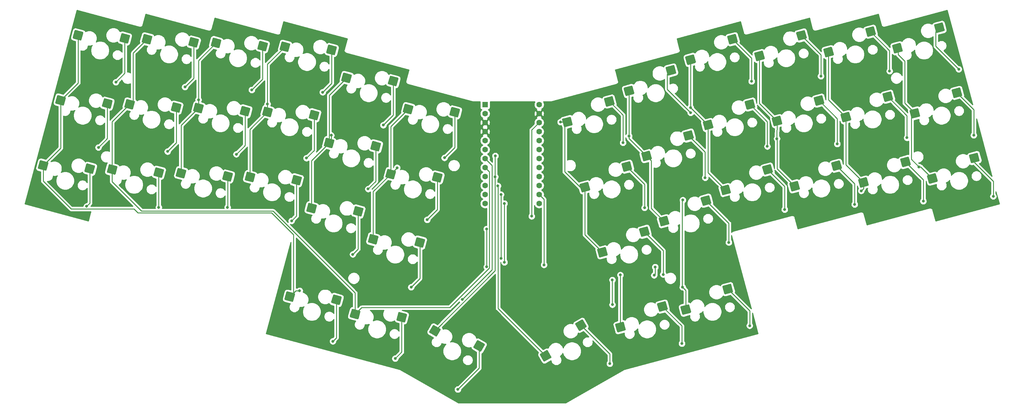
<source format=gbl>
G04 #@! TF.GenerationSoftware,KiCad,Pcbnew,(5.1.12-1-10_14)*
G04 #@! TF.CreationDate,2022-10-16T17:34:36-04:00*
G04 #@! TF.ProjectId,ergo3by6plus3nonSplit,6572676f-3362-4793-9670-6c7573336e6f,rev?*
G04 #@! TF.SameCoordinates,Original*
G04 #@! TF.FileFunction,Copper,L2,Bot*
G04 #@! TF.FilePolarity,Positive*
%FSLAX46Y46*%
G04 Gerber Fmt 4.6, Leading zero omitted, Abs format (unit mm)*
G04 Created by KiCad (PCBNEW (5.1.12-1-10_14)) date 2022-10-16 17:34:36*
%MOMM*%
%LPD*%
G01*
G04 APERTURE LIST*
G04 #@! TA.AperFunction,ComponentPad*
%ADD10C,1.600000*%
G04 #@! TD*
G04 #@! TA.AperFunction,ComponentPad*
%ADD11R,1.600000X1.600000*%
G04 #@! TD*
G04 #@! TA.AperFunction,ViaPad*
%ADD12C,0.800000*%
G04 #@! TD*
G04 #@! TA.AperFunction,Conductor*
%ADD13C,0.250000*%
G04 #@! TD*
G04 #@! TA.AperFunction,Conductor*
%ADD14C,0.254000*%
G04 #@! TD*
G04 #@! TA.AperFunction,Conductor*
%ADD15C,0.100000*%
G04 #@! TD*
G04 APERTURE END LIST*
G04 #@! TA.AperFunction,SMDPad,CuDef*
G36*
G01*
X115217365Y-141666049D02*
X115735003Y-139734198D01*
G75*
G02*
X116041189Y-139557422I241481J-64705D01*
G01*
X118021337Y-140088001D01*
G75*
G02*
X118198113Y-140394187I-64705J-241481D01*
G01*
X117680475Y-142326038D01*
G75*
G02*
X117374289Y-142502814I-241481J64705D01*
G01*
X115394141Y-141972235D01*
G75*
G02*
X115217365Y-141666049I64705J241481D01*
G01*
G37*
G04 #@! TD.AperFunction*
G04 #@! TA.AperFunction,SMDPad,CuDef*
G36*
G01*
X102073442Y-140773746D02*
X102591080Y-138841895D01*
G75*
G02*
X102897266Y-138665119I241481J-64705D01*
G01*
X104877414Y-139195698D01*
G75*
G02*
X105054190Y-139501884I-64705J-241481D01*
G01*
X104536552Y-141433735D01*
G75*
G02*
X104230366Y-141610511I-241481J64705D01*
G01*
X102250218Y-141079932D01*
G75*
G02*
X102073442Y-140773746I64705J241481D01*
G01*
G37*
G04 #@! TD.AperFunction*
G04 #@! TA.AperFunction,SMDPad,CuDef*
G36*
G01*
X207625402Y-134366996D02*
X207107764Y-132435145D01*
G75*
G02*
X207284540Y-132128959I241481J64705D01*
G01*
X209264688Y-131598380D01*
G75*
G02*
X209570874Y-131775156I64705J-241481D01*
G01*
X210088512Y-133707007D01*
G75*
G02*
X209911736Y-134013193I-241481J-64705D01*
G01*
X207931588Y-134543772D01*
G75*
G02*
X207625402Y-134366996I-64705J241481D01*
G01*
G37*
G04 #@! TD.AperFunction*
G04 #@! TA.AperFunction,SMDPad,CuDef*
G36*
G01*
X195796279Y-140166201D02*
X195278641Y-138234350D01*
G75*
G02*
X195455417Y-137928164I241481J64705D01*
G01*
X197435565Y-137397585D01*
G75*
G02*
X197741751Y-137574361I64705J-241481D01*
G01*
X198259389Y-139506212D01*
G75*
G02*
X198082613Y-139812398I-241481J-64705D01*
G01*
X196102465Y-140342977D01*
G75*
G02*
X195796279Y-140166201I-64705J241481D01*
G01*
G37*
G04 #@! TD.AperFunction*
G04 #@! TA.AperFunction,SMDPad,CuDef*
G36*
G01*
X189205402Y-139296996D02*
X188687764Y-137365145D01*
G75*
G02*
X188864540Y-137058959I241481J64705D01*
G01*
X190844688Y-136528380D01*
G75*
G02*
X191150874Y-136705156I64705J-241481D01*
G01*
X191668512Y-138637007D01*
G75*
G02*
X191491736Y-138943193I-241481J-64705D01*
G01*
X189511588Y-139473772D01*
G75*
G02*
X189205402Y-139296996I-64705J241481D01*
G01*
G37*
G04 #@! TD.AperFunction*
G04 #@! TA.AperFunction,SMDPad,CuDef*
G36*
G01*
X177376279Y-145096201D02*
X176858641Y-143164350D01*
G75*
G02*
X177035417Y-142858164I241481J64705D01*
G01*
X179015565Y-142327585D01*
G75*
G02*
X179321751Y-142504361I64705J-241481D01*
G01*
X179839389Y-144436212D01*
G75*
G02*
X179662613Y-144742398I-241481J-64705D01*
G01*
X177682465Y-145272977D01*
G75*
G02*
X177376279Y-145096201I-64705J241481D01*
G01*
G37*
G04 #@! TD.AperFunction*
G04 #@! TA.AperFunction,SMDPad,CuDef*
G36*
G01*
X96817365Y-136731049D02*
X97335003Y-134799198D01*
G75*
G02*
X97641189Y-134622422I241481J-64705D01*
G01*
X99621337Y-135153001D01*
G75*
G02*
X99798113Y-135459187I-64705J-241481D01*
G01*
X99280475Y-137391038D01*
G75*
G02*
X98974289Y-137567814I-241481J64705D01*
G01*
X96994141Y-137037235D01*
G75*
G02*
X96817365Y-136731049I64705J241481D01*
G01*
G37*
G04 #@! TD.AperFunction*
G04 #@! TA.AperFunction,SMDPad,CuDef*
G36*
G01*
X83673442Y-135838746D02*
X84191080Y-133906895D01*
G75*
G02*
X84497266Y-133730119I241481J-64705D01*
G01*
X86477414Y-134260698D01*
G75*
G02*
X86654190Y-134566884I-64705J-241481D01*
G01*
X86136552Y-136498735D01*
G75*
G02*
X85830366Y-136675511I-241481J64705D01*
G01*
X83850218Y-136144932D01*
G75*
G02*
X83673442Y-135838746I64705J241481D01*
G01*
G37*
G04 #@! TD.AperFunction*
G04 #@! TA.AperFunction,SMDPad,CuDef*
G36*
G01*
X277135402Y-97336996D02*
X276617764Y-95405145D01*
G75*
G02*
X276794540Y-95098959I241481J64705D01*
G01*
X278774688Y-94568380D01*
G75*
G02*
X279080874Y-94745156I64705J-241481D01*
G01*
X279598512Y-96677007D01*
G75*
G02*
X279421736Y-96983193I-241481J-64705D01*
G01*
X277441588Y-97513772D01*
G75*
G02*
X277135402Y-97336996I-64705J241481D01*
G01*
G37*
G04 #@! TD.AperFunction*
G04 #@! TA.AperFunction,SMDPad,CuDef*
G36*
G01*
X265306279Y-103136201D02*
X264788641Y-101204350D01*
G75*
G02*
X264965417Y-100898164I241481J64705D01*
G01*
X266945565Y-100367585D01*
G75*
G02*
X267251751Y-100544361I64705J-241481D01*
G01*
X267769389Y-102476212D01*
G75*
G02*
X267592613Y-102782398I-241481J-64705D01*
G01*
X265612465Y-103312977D01*
G75*
G02*
X265306279Y-103136201I-64705J241481D01*
G01*
G37*
G04 #@! TD.AperFunction*
G04 #@! TA.AperFunction,SMDPad,CuDef*
G36*
G01*
X257715402Y-98446996D02*
X257197764Y-96515145D01*
G75*
G02*
X257374540Y-96208959I241481J64705D01*
G01*
X259354688Y-95678380D01*
G75*
G02*
X259660874Y-95855156I64705J-241481D01*
G01*
X260178512Y-97787007D01*
G75*
G02*
X260001736Y-98093193I-241481J-64705D01*
G01*
X258021588Y-98623772D01*
G75*
G02*
X257715402Y-98446996I-64705J241481D01*
G01*
G37*
G04 #@! TD.AperFunction*
G04 #@! TA.AperFunction,SMDPad,CuDef*
G36*
G01*
X245886279Y-104246201D02*
X245368641Y-102314350D01*
G75*
G02*
X245545417Y-102008164I241481J64705D01*
G01*
X247525565Y-101477585D01*
G75*
G02*
X247831751Y-101654361I64705J-241481D01*
G01*
X248349389Y-103586212D01*
G75*
G02*
X248172613Y-103892398I-241481J-64705D01*
G01*
X246192465Y-104422977D01*
G75*
G02*
X245886279Y-104246201I-64705J241481D01*
G01*
G37*
G04 #@! TD.AperFunction*
G04 #@! TA.AperFunction,SMDPad,CuDef*
G36*
G01*
X238295402Y-99506996D02*
X237777764Y-97575145D01*
G75*
G02*
X237954540Y-97268959I241481J64705D01*
G01*
X239934688Y-96738380D01*
G75*
G02*
X240240874Y-96915156I64705J-241481D01*
G01*
X240758512Y-98847007D01*
G75*
G02*
X240581736Y-99153193I-241481J-64705D01*
G01*
X238601588Y-99683772D01*
G75*
G02*
X238295402Y-99506996I-64705J241481D01*
G01*
G37*
G04 #@! TD.AperFunction*
G04 #@! TA.AperFunction,SMDPad,CuDef*
G36*
G01*
X226466279Y-105306201D02*
X225948641Y-103374350D01*
G75*
G02*
X226125417Y-103068164I241481J64705D01*
G01*
X228105565Y-102537585D01*
G75*
G02*
X228411751Y-102714361I64705J-241481D01*
G01*
X228929389Y-104646212D01*
G75*
G02*
X228752613Y-104952398I-241481J-64705D01*
G01*
X226772465Y-105482977D01*
G75*
G02*
X226466279Y-105306201I-64705J241481D01*
G01*
G37*
G04 #@! TD.AperFunction*
G04 #@! TA.AperFunction,SMDPad,CuDef*
G36*
G01*
X218830402Y-100576996D02*
X218312764Y-98645145D01*
G75*
G02*
X218489540Y-98338959I241481J64705D01*
G01*
X220469688Y-97808380D01*
G75*
G02*
X220775874Y-97985156I64705J-241481D01*
G01*
X221293512Y-99917007D01*
G75*
G02*
X221116736Y-100223193I-241481J-64705D01*
G01*
X219136588Y-100753772D01*
G75*
G02*
X218830402Y-100576996I-64705J241481D01*
G01*
G37*
G04 #@! TD.AperFunction*
G04 #@! TA.AperFunction,SMDPad,CuDef*
G36*
G01*
X207001279Y-106376201D02*
X206483641Y-104444350D01*
G75*
G02*
X206660417Y-104138164I241481J64705D01*
G01*
X208640565Y-103607585D01*
G75*
G02*
X208946751Y-103784361I64705J-241481D01*
G01*
X209464389Y-105716212D01*
G75*
G02*
X209287613Y-106022398I-241481J-64705D01*
G01*
X207307465Y-106552977D01*
G75*
G02*
X207001279Y-106376201I-64705J241481D01*
G01*
G37*
G04 #@! TD.AperFunction*
G04 #@! TA.AperFunction,SMDPad,CuDef*
G36*
G01*
X201480402Y-109366996D02*
X200962764Y-107435145D01*
G75*
G02*
X201139540Y-107128959I241481J64705D01*
G01*
X203119688Y-106598380D01*
G75*
G02*
X203425874Y-106775156I64705J-241481D01*
G01*
X203943512Y-108707007D01*
G75*
G02*
X203766736Y-109013193I-241481J-64705D01*
G01*
X201786588Y-109543772D01*
G75*
G02*
X201480402Y-109366996I-64705J241481D01*
G01*
G37*
G04 #@! TD.AperFunction*
G04 #@! TA.AperFunction,SMDPad,CuDef*
G36*
G01*
X189651279Y-115166201D02*
X189133641Y-113234350D01*
G75*
G02*
X189310417Y-112928164I241481J64705D01*
G01*
X191290565Y-112397585D01*
G75*
G02*
X191596751Y-112574361I64705J-241481D01*
G01*
X192114389Y-114506212D01*
G75*
G02*
X191937613Y-114812398I-241481J-64705D01*
G01*
X189957465Y-115342977D01*
G75*
G02*
X189651279Y-115166201I-64705J241481D01*
G01*
G37*
G04 #@! TD.AperFunction*
G04 #@! TA.AperFunction,SMDPad,CuDef*
G36*
G01*
X184125402Y-118156996D02*
X183607764Y-116225145D01*
G75*
G02*
X183784540Y-115918959I241481J64705D01*
G01*
X185764688Y-115388380D01*
G75*
G02*
X186070874Y-115565156I64705J-241481D01*
G01*
X186588512Y-117497007D01*
G75*
G02*
X186411736Y-117803193I-241481J-64705D01*
G01*
X184431588Y-118333772D01*
G75*
G02*
X184125402Y-118156996I-64705J241481D01*
G01*
G37*
G04 #@! TD.AperFunction*
G04 #@! TA.AperFunction,SMDPad,CuDef*
G36*
G01*
X172296279Y-123956201D02*
X171778641Y-122024350D01*
G75*
G02*
X171955417Y-121718164I241481J64705D01*
G01*
X173935565Y-121187585D01*
G75*
G02*
X174241751Y-121364361I64705J-241481D01*
G01*
X174759389Y-123296212D01*
G75*
G02*
X174582613Y-123602398I-241481J-64705D01*
G01*
X172602465Y-124132977D01*
G75*
G02*
X172296279Y-123956201I-64705J241481D01*
G01*
G37*
G04 #@! TD.AperFunction*
G04 #@! TA.AperFunction,SMDPad,CuDef*
G36*
G01*
X120317365Y-120541049D02*
X120835003Y-118609198D01*
G75*
G02*
X121141189Y-118432422I241481J-64705D01*
G01*
X123121337Y-118963001D01*
G75*
G02*
X123298113Y-119269187I-64705J-241481D01*
G01*
X122780475Y-121201038D01*
G75*
G02*
X122474289Y-121377814I-241481J64705D01*
G01*
X120494141Y-120847235D01*
G75*
G02*
X120317365Y-120541049I64705J241481D01*
G01*
G37*
G04 #@! TD.AperFunction*
G04 #@! TA.AperFunction,SMDPad,CuDef*
G36*
G01*
X107173442Y-119648746D02*
X107691080Y-117716895D01*
G75*
G02*
X107997266Y-117540119I241481J-64705D01*
G01*
X109977414Y-118070698D01*
G75*
G02*
X110154190Y-118376884I-64705J-241481D01*
G01*
X109636552Y-120308735D01*
G75*
G02*
X109330366Y-120485511I-241481J64705D01*
G01*
X107350218Y-119954932D01*
G75*
G02*
X107173442Y-119648746I64705J241481D01*
G01*
G37*
G04 #@! TD.AperFunction*
G04 #@! TA.AperFunction,SMDPad,CuDef*
G36*
G01*
X102947365Y-111751049D02*
X103465003Y-109819198D01*
G75*
G02*
X103771189Y-109642422I241481J-64705D01*
G01*
X105751337Y-110173001D01*
G75*
G02*
X105928113Y-110479187I-64705J-241481D01*
G01*
X105410475Y-112411038D01*
G75*
G02*
X105104289Y-112587814I-241481J64705D01*
G01*
X103124141Y-112057235D01*
G75*
G02*
X102947365Y-111751049I64705J241481D01*
G01*
G37*
G04 #@! TD.AperFunction*
G04 #@! TA.AperFunction,SMDPad,CuDef*
G36*
G01*
X89803442Y-110858746D02*
X90321080Y-108926895D01*
G75*
G02*
X90627266Y-108750119I241481J-64705D01*
G01*
X92607414Y-109280698D01*
G75*
G02*
X92784190Y-109586884I-64705J-241481D01*
G01*
X92266552Y-111518735D01*
G75*
G02*
X91960366Y-111695511I-241481J64705D01*
G01*
X89980218Y-111164932D01*
G75*
G02*
X89803442Y-110858746I64705J241481D01*
G01*
G37*
G04 #@! TD.AperFunction*
G04 #@! TA.AperFunction,SMDPad,CuDef*
G36*
G01*
X85592365Y-102941049D02*
X86110003Y-101009198D01*
G75*
G02*
X86416189Y-100832422I241481J-64705D01*
G01*
X88396337Y-101363001D01*
G75*
G02*
X88573113Y-101669187I-64705J-241481D01*
G01*
X88055475Y-103601038D01*
G75*
G02*
X87749289Y-103777814I-241481J64705D01*
G01*
X85769141Y-103247235D01*
G75*
G02*
X85592365Y-102941049I64705J241481D01*
G01*
G37*
G04 #@! TD.AperFunction*
G04 #@! TA.AperFunction,SMDPad,CuDef*
G36*
G01*
X72448442Y-102048746D02*
X72966080Y-100116895D01*
G75*
G02*
X73272266Y-99940119I241481J-64705D01*
G01*
X75252414Y-100470698D01*
G75*
G02*
X75429190Y-100776884I-64705J-241481D01*
G01*
X74911552Y-102708735D01*
G75*
G02*
X74605366Y-102885511I-241481J64705D01*
G01*
X72625218Y-102354932D01*
G75*
G02*
X72448442Y-102048746I64705J241481D01*
G01*
G37*
G04 #@! TD.AperFunction*
G04 #@! TA.AperFunction,SMDPad,CuDef*
G36*
G01*
X66157365Y-101871049D02*
X66675003Y-99939198D01*
G75*
G02*
X66981189Y-99762422I241481J-64705D01*
G01*
X68961337Y-100293001D01*
G75*
G02*
X69138113Y-100599187I-64705J-241481D01*
G01*
X68620475Y-102531038D01*
G75*
G02*
X68314289Y-102707814I-241481J64705D01*
G01*
X66334141Y-102177235D01*
G75*
G02*
X66157365Y-101871049I64705J241481D01*
G01*
G37*
G04 #@! TD.AperFunction*
G04 #@! TA.AperFunction,SMDPad,CuDef*
G36*
G01*
X53013442Y-100978746D02*
X53531080Y-99046895D01*
G75*
G02*
X53837266Y-98870119I241481J-64705D01*
G01*
X55817414Y-99400698D01*
G75*
G02*
X55994190Y-99706884I-64705J-241481D01*
G01*
X55476552Y-101638735D01*
G75*
G02*
X55170366Y-101815511I-241481J64705D01*
G01*
X53190218Y-101284932D01*
G75*
G02*
X53013442Y-100978746I64705J241481D01*
G01*
G37*
G04 #@! TD.AperFunction*
G04 #@! TA.AperFunction,SMDPad,CuDef*
G36*
G01*
X46727365Y-100811049D02*
X47245003Y-98879198D01*
G75*
G02*
X47551189Y-98702422I241481J-64705D01*
G01*
X49531337Y-99233001D01*
G75*
G02*
X49708113Y-99539187I-64705J-241481D01*
G01*
X49190475Y-101471038D01*
G75*
G02*
X48884289Y-101647814I-241481J64705D01*
G01*
X46904141Y-101117235D01*
G75*
G02*
X46727365Y-100811049I64705J241481D01*
G01*
G37*
G04 #@! TD.AperFunction*
G04 #@! TA.AperFunction,SMDPad,CuDef*
G36*
G01*
X33583442Y-99918746D02*
X34101080Y-97986895D01*
G75*
G02*
X34407266Y-97810119I241481J-64705D01*
G01*
X36387414Y-98340698D01*
G75*
G02*
X36564190Y-98646884I-64705J-241481D01*
G01*
X36046552Y-100578735D01*
G75*
G02*
X35740366Y-100755511I-241481J64705D01*
G01*
X33760218Y-100224932D01*
G75*
G02*
X33583442Y-99918746I64705J241481D01*
G01*
G37*
G04 #@! TD.AperFunction*
G04 #@! TA.AperFunction,SMDPad,CuDef*
G36*
G01*
X27292365Y-99691049D02*
X27810003Y-97759198D01*
G75*
G02*
X28116189Y-97582422I241481J-64705D01*
G01*
X30096337Y-98113001D01*
G75*
G02*
X30273113Y-98419187I-64705J-241481D01*
G01*
X29755475Y-100351038D01*
G75*
G02*
X29449289Y-100527814I-241481J64705D01*
G01*
X27469141Y-99997235D01*
G75*
G02*
X27292365Y-99691049I64705J241481D01*
G01*
G37*
G04 #@! TD.AperFunction*
G04 #@! TA.AperFunction,SMDPad,CuDef*
G36*
G01*
X14148442Y-98798746D02*
X14666080Y-96866895D01*
G75*
G02*
X14972266Y-96690119I241481J-64705D01*
G01*
X16952414Y-97220698D01*
G75*
G02*
X17129190Y-97526884I-64705J-241481D01*
G01*
X16611552Y-99458735D01*
G75*
G02*
X16305366Y-99635511I-241481J64705D01*
G01*
X14325218Y-99104932D01*
G75*
G02*
X14148442Y-98798746I64705J241481D01*
G01*
G37*
G04 #@! TD.AperFunction*
G04 #@! TA.AperFunction,SMDPad,CuDef*
G36*
G01*
X272215402Y-78926996D02*
X271697764Y-76995145D01*
G75*
G02*
X271874540Y-76688959I241481J64705D01*
G01*
X273854688Y-76158380D01*
G75*
G02*
X274160874Y-76335156I64705J-241481D01*
G01*
X274678512Y-78267007D01*
G75*
G02*
X274501736Y-78573193I-241481J-64705D01*
G01*
X272521588Y-79103772D01*
G75*
G02*
X272215402Y-78926996I-64705J241481D01*
G01*
G37*
G04 #@! TD.AperFunction*
G04 #@! TA.AperFunction,SMDPad,CuDef*
G36*
G01*
X260386279Y-84726201D02*
X259868641Y-82794350D01*
G75*
G02*
X260045417Y-82488164I241481J64705D01*
G01*
X262025565Y-81957585D01*
G75*
G02*
X262331751Y-82134361I64705J-241481D01*
G01*
X262849389Y-84066212D01*
G75*
G02*
X262672613Y-84372398I-241481J-64705D01*
G01*
X260692465Y-84902977D01*
G75*
G02*
X260386279Y-84726201I-64705J241481D01*
G01*
G37*
G04 #@! TD.AperFunction*
G04 #@! TA.AperFunction,SMDPad,CuDef*
G36*
G01*
X252755402Y-80001996D02*
X252237764Y-78070145D01*
G75*
G02*
X252414540Y-77763959I241481J64705D01*
G01*
X254394688Y-77233380D01*
G75*
G02*
X254700874Y-77410156I64705J-241481D01*
G01*
X255218512Y-79342007D01*
G75*
G02*
X255041736Y-79648193I-241481J-64705D01*
G01*
X253061588Y-80178772D01*
G75*
G02*
X252755402Y-80001996I-64705J241481D01*
G01*
G37*
G04 #@! TD.AperFunction*
G04 #@! TA.AperFunction,SMDPad,CuDef*
G36*
G01*
X240926279Y-85801201D02*
X240408641Y-83869350D01*
G75*
G02*
X240585417Y-83563164I241481J64705D01*
G01*
X242565565Y-83032585D01*
G75*
G02*
X242871751Y-83209361I64705J-241481D01*
G01*
X243389389Y-85141212D01*
G75*
G02*
X243212613Y-85447398I-241481J-64705D01*
G01*
X241232465Y-85977977D01*
G75*
G02*
X240926279Y-85801201I-64705J241481D01*
G01*
G37*
G04 #@! TD.AperFunction*
G04 #@! TA.AperFunction,SMDPad,CuDef*
G36*
G01*
X233355402Y-81101996D02*
X232837764Y-79170145D01*
G75*
G02*
X233014540Y-78863959I241481J64705D01*
G01*
X234994688Y-78333380D01*
G75*
G02*
X235300874Y-78510156I64705J-241481D01*
G01*
X235818512Y-80442007D01*
G75*
G02*
X235641736Y-80748193I-241481J-64705D01*
G01*
X233661588Y-81278772D01*
G75*
G02*
X233355402Y-81101996I-64705J241481D01*
G01*
G37*
G04 #@! TD.AperFunction*
G04 #@! TA.AperFunction,SMDPad,CuDef*
G36*
G01*
X221526279Y-86901201D02*
X221008641Y-84969350D01*
G75*
G02*
X221185417Y-84663164I241481J64705D01*
G01*
X223165565Y-84132585D01*
G75*
G02*
X223471751Y-84309361I64705J-241481D01*
G01*
X223989389Y-86241212D01*
G75*
G02*
X223812613Y-86547398I-241481J-64705D01*
G01*
X221832465Y-87077977D01*
G75*
G02*
X221526279Y-86901201I-64705J241481D01*
G01*
G37*
G04 #@! TD.AperFunction*
G04 #@! TA.AperFunction,SMDPad,CuDef*
G36*
G01*
X213905402Y-82201996D02*
X213387764Y-80270145D01*
G75*
G02*
X213564540Y-79963959I241481J64705D01*
G01*
X215544688Y-79433380D01*
G75*
G02*
X215850874Y-79610156I64705J-241481D01*
G01*
X216368512Y-81542007D01*
G75*
G02*
X216191736Y-81848193I-241481J-64705D01*
G01*
X214211588Y-82378772D01*
G75*
G02*
X213905402Y-82201996I-64705J241481D01*
G01*
G37*
G04 #@! TD.AperFunction*
G04 #@! TA.AperFunction,SMDPad,CuDef*
G36*
G01*
X202076279Y-88001201D02*
X201558641Y-86069350D01*
G75*
G02*
X201735417Y-85763164I241481J64705D01*
G01*
X203715565Y-85232585D01*
G75*
G02*
X204021751Y-85409361I64705J-241481D01*
G01*
X204539389Y-87341212D01*
G75*
G02*
X204362613Y-87647398I-241481J-64705D01*
G01*
X202382465Y-88177977D01*
G75*
G02*
X202076279Y-88001201I-64705J241481D01*
G01*
G37*
G04 #@! TD.AperFunction*
G04 #@! TA.AperFunction,SMDPad,CuDef*
G36*
G01*
X196555402Y-90976996D02*
X196037764Y-89045145D01*
G75*
G02*
X196214540Y-88738959I241481J64705D01*
G01*
X198194688Y-88208380D01*
G75*
G02*
X198500874Y-88385156I64705J-241481D01*
G01*
X199018512Y-90317007D01*
G75*
G02*
X198841736Y-90623193I-241481J-64705D01*
G01*
X196861588Y-91153772D01*
G75*
G02*
X196555402Y-90976996I-64705J241481D01*
G01*
G37*
G04 #@! TD.AperFunction*
G04 #@! TA.AperFunction,SMDPad,CuDef*
G36*
G01*
X184726279Y-96776201D02*
X184208641Y-94844350D01*
G75*
G02*
X184385417Y-94538164I241481J64705D01*
G01*
X186365565Y-94007585D01*
G75*
G02*
X186671751Y-94184361I64705J-241481D01*
G01*
X187189389Y-96116212D01*
G75*
G02*
X187012613Y-96422398I-241481J-64705D01*
G01*
X185032465Y-96952977D01*
G75*
G02*
X184726279Y-96776201I-64705J241481D01*
G01*
G37*
G04 #@! TD.AperFunction*
G04 #@! TA.AperFunction,SMDPad,CuDef*
G36*
G01*
X179185402Y-99766996D02*
X178667764Y-97835145D01*
G75*
G02*
X178844540Y-97528959I241481J64705D01*
G01*
X180824688Y-96998380D01*
G75*
G02*
X181130874Y-97175156I64705J-241481D01*
G01*
X181648512Y-99107007D01*
G75*
G02*
X181471736Y-99413193I-241481J-64705D01*
G01*
X179491588Y-99943772D01*
G75*
G02*
X179185402Y-99766996I-64705J241481D01*
G01*
G37*
G04 #@! TD.AperFunction*
G04 #@! TA.AperFunction,SMDPad,CuDef*
G36*
G01*
X167356279Y-105566201D02*
X166838641Y-103634350D01*
G75*
G02*
X167015417Y-103328164I241481J64705D01*
G01*
X168995565Y-102797585D01*
G75*
G02*
X169301751Y-102974361I64705J-241481D01*
G01*
X169819389Y-104906212D01*
G75*
G02*
X169642613Y-105212398I-241481J-64705D01*
G01*
X167662465Y-105742977D01*
G75*
G02*
X167356279Y-105566201I-64705J241481D01*
G01*
G37*
G04 #@! TD.AperFunction*
G04 #@! TA.AperFunction,SMDPad,CuDef*
G36*
G01*
X125247365Y-102131049D02*
X125765003Y-100199198D01*
G75*
G02*
X126071189Y-100022422I241481J-64705D01*
G01*
X128051337Y-100553001D01*
G75*
G02*
X128228113Y-100859187I-64705J-241481D01*
G01*
X127710475Y-102791038D01*
G75*
G02*
X127404289Y-102967814I-241481J64705D01*
G01*
X125424141Y-102437235D01*
G75*
G02*
X125247365Y-102131049I64705J241481D01*
G01*
G37*
G04 #@! TD.AperFunction*
G04 #@! TA.AperFunction,SMDPad,CuDef*
G36*
G01*
X112103442Y-101238746D02*
X112621080Y-99306895D01*
G75*
G02*
X112927266Y-99130119I241481J-64705D01*
G01*
X114907414Y-99660698D01*
G75*
G02*
X115084190Y-99966884I-64705J-241481D01*
G01*
X114566552Y-101898735D01*
G75*
G02*
X114260366Y-102075511I-241481J64705D01*
G01*
X112280218Y-101544932D01*
G75*
G02*
X112103442Y-101238746I64705J241481D01*
G01*
G37*
G04 #@! TD.AperFunction*
G04 #@! TA.AperFunction,SMDPad,CuDef*
G36*
G01*
X107892365Y-93341049D02*
X108410003Y-91409198D01*
G75*
G02*
X108716189Y-91232422I241481J-64705D01*
G01*
X110696337Y-91763001D01*
G75*
G02*
X110873113Y-92069187I-64705J-241481D01*
G01*
X110355475Y-94001038D01*
G75*
G02*
X110049289Y-94177814I-241481J64705D01*
G01*
X108069141Y-93647235D01*
G75*
G02*
X107892365Y-93341049I64705J241481D01*
G01*
G37*
G04 #@! TD.AperFunction*
G04 #@! TA.AperFunction,SMDPad,CuDef*
G36*
G01*
X94748442Y-92448746D02*
X95266080Y-90516895D01*
G75*
G02*
X95572266Y-90340119I241481J-64705D01*
G01*
X97552414Y-90870698D01*
G75*
G02*
X97729190Y-91176884I-64705J-241481D01*
G01*
X97211552Y-93108735D01*
G75*
G02*
X96905366Y-93285511I-241481J64705D01*
G01*
X94925218Y-92754932D01*
G75*
G02*
X94748442Y-92448746I64705J241481D01*
G01*
G37*
G04 #@! TD.AperFunction*
G04 #@! TA.AperFunction,SMDPad,CuDef*
G36*
G01*
X90517365Y-84566049D02*
X91035003Y-82634198D01*
G75*
G02*
X91341189Y-82457422I241481J-64705D01*
G01*
X93321337Y-82988001D01*
G75*
G02*
X93498113Y-83294187I-64705J-241481D01*
G01*
X92980475Y-85226038D01*
G75*
G02*
X92674289Y-85402814I-241481J64705D01*
G01*
X90694141Y-84872235D01*
G75*
G02*
X90517365Y-84566049I64705J241481D01*
G01*
G37*
G04 #@! TD.AperFunction*
G04 #@! TA.AperFunction,SMDPad,CuDef*
G36*
G01*
X77373442Y-83673746D02*
X77891080Y-81741895D01*
G75*
G02*
X78197266Y-81565119I241481J-64705D01*
G01*
X80177414Y-82095698D01*
G75*
G02*
X80354190Y-82401884I-64705J-241481D01*
G01*
X79836552Y-84333735D01*
G75*
G02*
X79530366Y-84510511I-241481J64705D01*
G01*
X77550218Y-83979932D01*
G75*
G02*
X77373442Y-83673746I64705J241481D01*
G01*
G37*
G04 #@! TD.AperFunction*
G04 #@! TA.AperFunction,SMDPad,CuDef*
G36*
G01*
X71067365Y-83466049D02*
X71585003Y-81534198D01*
G75*
G02*
X71891189Y-81357422I241481J-64705D01*
G01*
X73871337Y-81888001D01*
G75*
G02*
X74048113Y-82194187I-64705J-241481D01*
G01*
X73530475Y-84126038D01*
G75*
G02*
X73224289Y-84302814I-241481J64705D01*
G01*
X71244141Y-83772235D01*
G75*
G02*
X71067365Y-83466049I64705J241481D01*
G01*
G37*
G04 #@! TD.AperFunction*
G04 #@! TA.AperFunction,SMDPad,CuDef*
G36*
G01*
X57923442Y-82573746D02*
X58441080Y-80641895D01*
G75*
G02*
X58747266Y-80465119I241481J-64705D01*
G01*
X60727414Y-80995698D01*
G75*
G02*
X60904190Y-81301884I-64705J-241481D01*
G01*
X60386552Y-83233735D01*
G75*
G02*
X60080366Y-83410511I-241481J64705D01*
G01*
X58100218Y-82879932D01*
G75*
G02*
X57923442Y-82573746I64705J241481D01*
G01*
G37*
G04 #@! TD.AperFunction*
G04 #@! TA.AperFunction,SMDPad,CuDef*
G36*
G01*
X51650142Y-82410601D02*
X52167780Y-80478750D01*
G75*
G02*
X52473966Y-80301974I241481J-64705D01*
G01*
X54454114Y-80832553D01*
G75*
G02*
X54630890Y-81138739I-64705J-241481D01*
G01*
X54113252Y-83070590D01*
G75*
G02*
X53807066Y-83247366I-241481J64705D01*
G01*
X51826918Y-82716787D01*
G75*
G02*
X51650142Y-82410601I64705J241481D01*
G01*
G37*
G04 #@! TD.AperFunction*
G04 #@! TA.AperFunction,SMDPad,CuDef*
G36*
G01*
X38506219Y-81518298D02*
X39023857Y-79586447D01*
G75*
G02*
X39330043Y-79409671I241481J-64705D01*
G01*
X41310191Y-79940250D01*
G75*
G02*
X41486967Y-80246436I-64705J-241481D01*
G01*
X40969329Y-82178287D01*
G75*
G02*
X40663143Y-82355063I-241481J64705D01*
G01*
X38682995Y-81824484D01*
G75*
G02*
X38506219Y-81518298I64705J241481D01*
G01*
G37*
G04 #@! TD.AperFunction*
G04 #@! TA.AperFunction,SMDPad,CuDef*
G36*
G01*
X32217365Y-81291049D02*
X32735003Y-79359198D01*
G75*
G02*
X33041189Y-79182422I241481J-64705D01*
G01*
X35021337Y-79713001D01*
G75*
G02*
X35198113Y-80019187I-64705J-241481D01*
G01*
X34680475Y-81951038D01*
G75*
G02*
X34374289Y-82127814I-241481J64705D01*
G01*
X32394141Y-81597235D01*
G75*
G02*
X32217365Y-81291049I64705J241481D01*
G01*
G37*
G04 #@! TD.AperFunction*
G04 #@! TA.AperFunction,SMDPad,CuDef*
G36*
G01*
X19073442Y-80398746D02*
X19591080Y-78466895D01*
G75*
G02*
X19897266Y-78290119I241481J-64705D01*
G01*
X21877414Y-78820698D01*
G75*
G02*
X22054190Y-79126884I-64705J-241481D01*
G01*
X21536552Y-81058735D01*
G75*
G02*
X21230366Y-81235511I-241481J64705D01*
G01*
X19250218Y-80704932D01*
G75*
G02*
X19073442Y-80398746I64705J241481D01*
G01*
G37*
G04 #@! TD.AperFunction*
G04 #@! TA.AperFunction,SMDPad,CuDef*
G36*
G01*
X267280402Y-60526996D02*
X266762764Y-58595145D01*
G75*
G02*
X266939540Y-58288959I241481J64705D01*
G01*
X268919688Y-57758380D01*
G75*
G02*
X269225874Y-57935156I64705J-241481D01*
G01*
X269743512Y-59867007D01*
G75*
G02*
X269566736Y-60173193I-241481J-64705D01*
G01*
X267586588Y-60703772D01*
G75*
G02*
X267280402Y-60526996I-64705J241481D01*
G01*
G37*
G04 #@! TD.AperFunction*
G04 #@! TA.AperFunction,SMDPad,CuDef*
G36*
G01*
X255451279Y-66326201D02*
X254933641Y-64394350D01*
G75*
G02*
X255110417Y-64088164I241481J64705D01*
G01*
X257090565Y-63557585D01*
G75*
G02*
X257396751Y-63734361I64705J-241481D01*
G01*
X257914389Y-65666212D01*
G75*
G02*
X257737613Y-65972398I-241481J-64705D01*
G01*
X255757465Y-66502977D01*
G75*
G02*
X255451279Y-66326201I-64705J241481D01*
G01*
G37*
G04 #@! TD.AperFunction*
G04 #@! TA.AperFunction,SMDPad,CuDef*
G36*
G01*
X247880402Y-61626996D02*
X247362764Y-59695145D01*
G75*
G02*
X247539540Y-59388959I241481J64705D01*
G01*
X249519688Y-58858380D01*
G75*
G02*
X249825874Y-59035156I64705J-241481D01*
G01*
X250343512Y-60967007D01*
G75*
G02*
X250166736Y-61273193I-241481J-64705D01*
G01*
X248186588Y-61803772D01*
G75*
G02*
X247880402Y-61626996I-64705J241481D01*
G01*
G37*
G04 #@! TD.AperFunction*
G04 #@! TA.AperFunction,SMDPad,CuDef*
G36*
G01*
X236051279Y-67426201D02*
X235533641Y-65494350D01*
G75*
G02*
X235710417Y-65188164I241481J64705D01*
G01*
X237690565Y-64657585D01*
G75*
G02*
X237996751Y-64834361I64705J-241481D01*
G01*
X238514389Y-66766212D01*
G75*
G02*
X238337613Y-67072398I-241481J-64705D01*
G01*
X236357465Y-67602977D01*
G75*
G02*
X236051279Y-67426201I-64705J241481D01*
G01*
G37*
G04 #@! TD.AperFunction*
G04 #@! TA.AperFunction,SMDPad,CuDef*
G36*
G01*
X228405402Y-62701996D02*
X227887764Y-60770145D01*
G75*
G02*
X228064540Y-60463959I241481J64705D01*
G01*
X230044688Y-59933380D01*
G75*
G02*
X230350874Y-60110156I64705J-241481D01*
G01*
X230868512Y-62042007D01*
G75*
G02*
X230691736Y-62348193I-241481J-64705D01*
G01*
X228711588Y-62878772D01*
G75*
G02*
X228405402Y-62701996I-64705J241481D01*
G01*
G37*
G04 #@! TD.AperFunction*
G04 #@! TA.AperFunction,SMDPad,CuDef*
G36*
G01*
X216576279Y-68501201D02*
X216058641Y-66569350D01*
G75*
G02*
X216235417Y-66263164I241481J64705D01*
G01*
X218215565Y-65732585D01*
G75*
G02*
X218521751Y-65909361I64705J-241481D01*
G01*
X219039389Y-67841212D01*
G75*
G02*
X218862613Y-68147398I-241481J-64705D01*
G01*
X216882465Y-68677977D01*
G75*
G02*
X216576279Y-68501201I-64705J241481D01*
G01*
G37*
G04 #@! TD.AperFunction*
G04 #@! TA.AperFunction,SMDPad,CuDef*
G36*
G01*
X208980402Y-63776996D02*
X208462764Y-61845145D01*
G75*
G02*
X208639540Y-61538959I241481J64705D01*
G01*
X210619688Y-61008380D01*
G75*
G02*
X210925874Y-61185156I64705J-241481D01*
G01*
X211443512Y-63117007D01*
G75*
G02*
X211266736Y-63423193I-241481J-64705D01*
G01*
X209286588Y-63953772D01*
G75*
G02*
X208980402Y-63776996I-64705J241481D01*
G01*
G37*
G04 #@! TD.AperFunction*
G04 #@! TA.AperFunction,SMDPad,CuDef*
G36*
G01*
X197151279Y-69576201D02*
X196633641Y-67644350D01*
G75*
G02*
X196810417Y-67338164I241481J64705D01*
G01*
X198790565Y-66807585D01*
G75*
G02*
X199096751Y-66984361I64705J-241481D01*
G01*
X199614389Y-68916212D01*
G75*
G02*
X199437613Y-69222398I-241481J-64705D01*
G01*
X197457465Y-69752977D01*
G75*
G02*
X197151279Y-69576201I-64705J241481D01*
G01*
G37*
G04 #@! TD.AperFunction*
G04 #@! TA.AperFunction,SMDPad,CuDef*
G36*
G01*
X191625402Y-72576996D02*
X191107764Y-70645145D01*
G75*
G02*
X191284540Y-70338959I241481J64705D01*
G01*
X193264688Y-69808380D01*
G75*
G02*
X193570874Y-69985156I64705J-241481D01*
G01*
X194088512Y-71917007D01*
G75*
G02*
X193911736Y-72223193I-241481J-64705D01*
G01*
X191931588Y-72753772D01*
G75*
G02*
X191625402Y-72576996I-64705J241481D01*
G01*
G37*
G04 #@! TD.AperFunction*
G04 #@! TA.AperFunction,SMDPad,CuDef*
G36*
G01*
X179796279Y-78376201D02*
X179278641Y-76444350D01*
G75*
G02*
X179455417Y-76138164I241481J64705D01*
G01*
X181435565Y-75607585D01*
G75*
G02*
X181741751Y-75784361I64705J-241481D01*
G01*
X182259389Y-77716212D01*
G75*
G02*
X182082613Y-78022398I-241481J-64705D01*
G01*
X180102465Y-78552977D01*
G75*
G02*
X179796279Y-78376201I-64705J241481D01*
G01*
G37*
G04 #@! TD.AperFunction*
G04 #@! TA.AperFunction,SMDPad,CuDef*
G36*
G01*
X174255402Y-81366996D02*
X173737764Y-79435145D01*
G75*
G02*
X173914540Y-79128959I241481J64705D01*
G01*
X175894688Y-78598380D01*
G75*
G02*
X176200874Y-78775156I64705J-241481D01*
G01*
X176718512Y-80707007D01*
G75*
G02*
X176541736Y-81013193I-241481J-64705D01*
G01*
X174561588Y-81543772D01*
G75*
G02*
X174255402Y-81366996I-64705J241481D01*
G01*
G37*
G04 #@! TD.AperFunction*
G04 #@! TA.AperFunction,SMDPad,CuDef*
G36*
G01*
X162426279Y-87166201D02*
X161908641Y-85234350D01*
G75*
G02*
X162085417Y-84928164I241481J64705D01*
G01*
X164065565Y-84397585D01*
G75*
G02*
X164371751Y-84574361I64705J-241481D01*
G01*
X164889389Y-86506212D01*
G75*
G02*
X164712613Y-86812398I-241481J-64705D01*
G01*
X162732465Y-87342977D01*
G75*
G02*
X162426279Y-87166201I-64705J241481D01*
G01*
G37*
G04 #@! TD.AperFunction*
G04 #@! TA.AperFunction,SMDPad,CuDef*
G36*
G01*
X130167365Y-83741049D02*
X130685003Y-81809198D01*
G75*
G02*
X130991189Y-81632422I241481J-64705D01*
G01*
X132971337Y-82163001D01*
G75*
G02*
X133148113Y-82469187I-64705J-241481D01*
G01*
X132630475Y-84401038D01*
G75*
G02*
X132324289Y-84577814I-241481J64705D01*
G01*
X130344141Y-84047235D01*
G75*
G02*
X130167365Y-83741049I64705J241481D01*
G01*
G37*
G04 #@! TD.AperFunction*
G04 #@! TA.AperFunction,SMDPad,CuDef*
G36*
G01*
X117023442Y-82848746D02*
X117541080Y-80916895D01*
G75*
G02*
X117847266Y-80740119I241481J-64705D01*
G01*
X119827414Y-81270698D01*
G75*
G02*
X120004190Y-81576884I-64705J-241481D01*
G01*
X119486552Y-83508735D01*
G75*
G02*
X119180366Y-83685511I-241481J64705D01*
G01*
X117200218Y-83154932D01*
G75*
G02*
X117023442Y-82848746I64705J241481D01*
G01*
G37*
G04 #@! TD.AperFunction*
G04 #@! TA.AperFunction,SMDPad,CuDef*
G36*
G01*
X112817365Y-74941049D02*
X113335003Y-73009198D01*
G75*
G02*
X113641189Y-72832422I241481J-64705D01*
G01*
X115621337Y-73363001D01*
G75*
G02*
X115798113Y-73669187I-64705J-241481D01*
G01*
X115280475Y-75601038D01*
G75*
G02*
X114974289Y-75777814I-241481J64705D01*
G01*
X112994141Y-75247235D01*
G75*
G02*
X112817365Y-74941049I64705J241481D01*
G01*
G37*
G04 #@! TD.AperFunction*
G04 #@! TA.AperFunction,SMDPad,CuDef*
G36*
G01*
X99673442Y-74048746D02*
X100191080Y-72116895D01*
G75*
G02*
X100497266Y-71940119I241481J-64705D01*
G01*
X102477414Y-72470698D01*
G75*
G02*
X102654190Y-72776884I-64705J-241481D01*
G01*
X102136552Y-74708735D01*
G75*
G02*
X101830366Y-74885511I-241481J64705D01*
G01*
X99850218Y-74354932D01*
G75*
G02*
X99673442Y-74048746I64705J241481D01*
G01*
G37*
G04 #@! TD.AperFunction*
G04 #@! TA.AperFunction,SMDPad,CuDef*
G36*
G01*
X95442365Y-66141049D02*
X95960003Y-64209198D01*
G75*
G02*
X96266189Y-64032422I241481J-64705D01*
G01*
X98246337Y-64563001D01*
G75*
G02*
X98423113Y-64869187I-64705J-241481D01*
G01*
X97905475Y-66801038D01*
G75*
G02*
X97599289Y-66977814I-241481J64705D01*
G01*
X95619141Y-66447235D01*
G75*
G02*
X95442365Y-66141049I64705J241481D01*
G01*
G37*
G04 #@! TD.AperFunction*
G04 #@! TA.AperFunction,SMDPad,CuDef*
G36*
G01*
X82298442Y-65248746D02*
X82816080Y-63316895D01*
G75*
G02*
X83122266Y-63140119I241481J-64705D01*
G01*
X85102414Y-63670698D01*
G75*
G02*
X85279190Y-63976884I-64705J-241481D01*
G01*
X84761552Y-65908735D01*
G75*
G02*
X84455366Y-66085511I-241481J64705D01*
G01*
X82475218Y-65554932D01*
G75*
G02*
X82298442Y-65248746I64705J241481D01*
G01*
G37*
G04 #@! TD.AperFunction*
G04 #@! TA.AperFunction,SMDPad,CuDef*
G36*
G01*
X76017365Y-65066049D02*
X76535003Y-63134198D01*
G75*
G02*
X76841189Y-62957422I241481J-64705D01*
G01*
X78821337Y-63488001D01*
G75*
G02*
X78998113Y-63794187I-64705J-241481D01*
G01*
X78480475Y-65726038D01*
G75*
G02*
X78174289Y-65902814I-241481J64705D01*
G01*
X76194141Y-65372235D01*
G75*
G02*
X76017365Y-65066049I64705J241481D01*
G01*
G37*
G04 #@! TD.AperFunction*
G04 #@! TA.AperFunction,SMDPad,CuDef*
G36*
G01*
X62873442Y-64173746D02*
X63391080Y-62241895D01*
G75*
G02*
X63697266Y-62065119I241481J-64705D01*
G01*
X65677414Y-62595698D01*
G75*
G02*
X65854190Y-62901884I-64705J-241481D01*
G01*
X65336552Y-64833735D01*
G75*
G02*
X65030366Y-65010511I-241481J64705D01*
G01*
X63050218Y-64479932D01*
G75*
G02*
X62873442Y-64173746I64705J241481D01*
G01*
G37*
G04 #@! TD.AperFunction*
G04 #@! TA.AperFunction,SMDPad,CuDef*
G36*
G01*
X56567365Y-64016049D02*
X57085003Y-62084198D01*
G75*
G02*
X57391189Y-61907422I241481J-64705D01*
G01*
X59371337Y-62438001D01*
G75*
G02*
X59548113Y-62744187I-64705J-241481D01*
G01*
X59030475Y-64676038D01*
G75*
G02*
X58724289Y-64852814I-241481J64705D01*
G01*
X56744141Y-64322235D01*
G75*
G02*
X56567365Y-64016049I64705J241481D01*
G01*
G37*
G04 #@! TD.AperFunction*
G04 #@! TA.AperFunction,SMDPad,CuDef*
G36*
G01*
X43423442Y-63123746D02*
X43941080Y-61191895D01*
G75*
G02*
X44247266Y-61015119I241481J-64705D01*
G01*
X46227414Y-61545698D01*
G75*
G02*
X46404190Y-61851884I-64705J-241481D01*
G01*
X45886552Y-63783735D01*
G75*
G02*
X45580366Y-63960511I-241481J64705D01*
G01*
X43600218Y-63429932D01*
G75*
G02*
X43423442Y-63123746I64705J241481D01*
G01*
G37*
G04 #@! TD.AperFunction*
G04 #@! TA.AperFunction,SMDPad,CuDef*
G36*
G01*
X37140333Y-62890011D02*
X37657971Y-60958160D01*
G75*
G02*
X37964157Y-60781384I241481J-64705D01*
G01*
X39944305Y-61311963D01*
G75*
G02*
X40121081Y-61618149I-64705J-241481D01*
G01*
X39603443Y-63550000D01*
G75*
G02*
X39297257Y-63726776I-241481J64705D01*
G01*
X37317109Y-63196197D01*
G75*
G02*
X37140333Y-62890011I64705J241481D01*
G01*
G37*
G04 #@! TD.AperFunction*
G04 #@! TA.AperFunction,SMDPad,CuDef*
G36*
G01*
X23996410Y-61997708D02*
X24514048Y-60065857D01*
G75*
G02*
X24820234Y-59889081I241481J-64705D01*
G01*
X26800382Y-60419660D01*
G75*
G02*
X26977158Y-60725846I-64705J-241481D01*
G01*
X26459520Y-62657697D01*
G75*
G02*
X26153334Y-62834473I-241481J64705D01*
G01*
X24173186Y-62303894D01*
G75*
G02*
X23996410Y-61997708I64705J241481D01*
G01*
G37*
G04 #@! TD.AperFunction*
G04 #@! TA.AperFunction,SMDPad,CuDef*
G36*
G01*
X136915138Y-149350116D02*
X137915138Y-147618066D01*
G75*
G02*
X138256644Y-147526560I216506J-125000D01*
G01*
X140031996Y-148551560D01*
G75*
G02*
X140123502Y-148893066I-125000J-216506D01*
G01*
X139123502Y-150625116D01*
G75*
G02*
X138781996Y-150716622I-216506J125000D01*
G01*
X137006644Y-149691622D01*
G75*
G02*
X136915138Y-149350116I125000J216506D01*
G01*
G37*
G04 #@! TD.AperFunction*
G04 #@! TA.AperFunction,SMDPad,CuDef*
G36*
G01*
X124450028Y-145086320D02*
X125450028Y-143354270D01*
G75*
G02*
X125791534Y-143262764I216506J-125000D01*
G01*
X127566886Y-144287764D01*
G75*
G02*
X127658392Y-144629270I-125000J-216506D01*
G01*
X126658392Y-146361320D01*
G75*
G02*
X126316886Y-146452826I-216506J125000D01*
G01*
X124541534Y-145427826D01*
G75*
G02*
X124450028Y-145086320I125000J216506D01*
G01*
G37*
G04 #@! TD.AperFunction*
G04 #@! TA.AperFunction,SMDPad,CuDef*
G36*
G01*
X166595138Y-144783116D02*
X165595138Y-143051066D01*
G75*
G02*
X165686644Y-142709560I216506J125000D01*
G01*
X167461996Y-141684560D01*
G75*
G02*
X167803502Y-141776066I125000J-216506D01*
G01*
X168803502Y-143508116D01*
G75*
G02*
X168711996Y-143849622I-216506J-125000D01*
G01*
X166936644Y-144874622D01*
G75*
G02*
X166595138Y-144783116I-125000J216506D01*
G01*
G37*
G04 #@! TD.AperFunction*
G04 #@! TA.AperFunction,SMDPad,CuDef*
G36*
G01*
X156670028Y-153446320D02*
X155670028Y-151714270D01*
G75*
G02*
X155761534Y-151372764I216506J125000D01*
G01*
X157536886Y-150347764D01*
G75*
G02*
X157878392Y-150439270I125000J-216506D01*
G01*
X158878392Y-152171320D01*
G75*
G02*
X158786886Y-152512826I-216506J-125000D01*
G01*
X157011534Y-153537826D01*
G75*
G02*
X156670028Y-153446320I-125000J216506D01*
G01*
G37*
G04 #@! TD.AperFunction*
D10*
X155420000Y-80950000D03*
X155420000Y-83490000D03*
X155420000Y-86030000D03*
X155420000Y-88570000D03*
X155420000Y-91110000D03*
X155420000Y-93650000D03*
X155420000Y-96190000D03*
X155420000Y-98730000D03*
X155420000Y-101270000D03*
X155420000Y-103810000D03*
X155420000Y-106350000D03*
X155420000Y-108890000D03*
X140180000Y-108890000D03*
X140180000Y-106350000D03*
X140180000Y-103810000D03*
X140180000Y-101270000D03*
X140180000Y-98730000D03*
X140180000Y-96190000D03*
X140180000Y-93650000D03*
X140180000Y-91110000D03*
X140180000Y-88570000D03*
X140180000Y-86030000D03*
X140180000Y-83490000D03*
D11*
X140180000Y-80950000D03*
D12*
X138430000Y-117665010D03*
X153330000Y-112500000D03*
X140640000Y-126800000D03*
X140640000Y-116100000D03*
X188140000Y-126840000D03*
X187850000Y-129180000D03*
X156800000Y-126230000D03*
X176070002Y-130480000D03*
X176090000Y-137480000D03*
X115390000Y-98800000D03*
X195940000Y-107930000D03*
X145629998Y-108890000D03*
X145650000Y-125500000D03*
X195867745Y-132536516D03*
X262470000Y-98559998D03*
X96830000Y-89630000D03*
X178320000Y-129100000D03*
X246200000Y-105320000D03*
X144664878Y-124430605D03*
X144670000Y-106370000D03*
X143810000Y-103930000D03*
X222460000Y-90590000D03*
X78870000Y-80785021D03*
X143050000Y-101360000D03*
X198124015Y-81780281D03*
X59410002Y-79610000D03*
X143090000Y-95464990D03*
X180769015Y-89879985D03*
X87930000Y-133530000D03*
X133770000Y-136030000D03*
X161450000Y-85880000D03*
X36120000Y-74630000D03*
X55605572Y-75985572D03*
X74450002Y-76809998D03*
X94430000Y-77460000D03*
X111500000Y-86760000D03*
X128759542Y-95980457D03*
X179060000Y-91720000D03*
X198130000Y-83250000D03*
X215310000Y-74370000D03*
X234850000Y-72920000D03*
X254210000Y-71500000D03*
X273700000Y-70970000D03*
X31210000Y-93060000D03*
X50700000Y-94200000D03*
X70070000Y-94980000D03*
X89860000Y-96070000D03*
X107230000Y-104790000D03*
X123870000Y-113500000D03*
X185140000Y-110110000D03*
X202220000Y-101610000D03*
X219760000Y-92770000D03*
X239460000Y-92080000D03*
X259110000Y-90320000D03*
X277930000Y-89610000D03*
X27900000Y-109705010D03*
X48220000Y-110010000D03*
X67600000Y-109980000D03*
X85650000Y-113800000D03*
X102920000Y-123260000D03*
X119360000Y-132539998D03*
X190400000Y-128940000D03*
X208900000Y-119890000D03*
X224630000Y-110590000D03*
X244370000Y-109160000D03*
X263720000Y-108240000D03*
X283430000Y-106870000D03*
X97290000Y-147820000D03*
X114860000Y-152690000D03*
X132530000Y-161410000D03*
X175330000Y-154130000D03*
X195670000Y-148450000D03*
X214780000Y-143420000D03*
D13*
X140180000Y-88570000D02*
X138430000Y-90320000D01*
X138430000Y-90320000D02*
X138430000Y-117665010D01*
X153330000Y-88120000D02*
X155420000Y-86030000D01*
X153330000Y-112500000D02*
X153330000Y-88120000D01*
X140640000Y-126800000D02*
X140640000Y-116100000D01*
X188140000Y-126840000D02*
X188140000Y-128890000D01*
X188140000Y-128890000D02*
X187850000Y-129180000D01*
X155420000Y-106350000D02*
X156800000Y-107730000D01*
X156800000Y-107730000D02*
X156800000Y-126230000D01*
X176070002Y-137460002D02*
X176090000Y-137480000D01*
X176070002Y-130480000D02*
X176070002Y-137460002D01*
X113593816Y-100596184D02*
X113593816Y-100602815D01*
X115390000Y-98800000D02*
X113593816Y-100596184D01*
X108663816Y-105532815D02*
X113593816Y-100602815D01*
X108663816Y-119012815D02*
X108663816Y-105532815D01*
X113593816Y-87132815D02*
X118513816Y-82212815D01*
X113593816Y-100602815D02*
X113593816Y-87132815D01*
X195770000Y-131420000D02*
X195770000Y-131590000D01*
X195770000Y-113778073D02*
X195770000Y-131420000D01*
X195770000Y-108100000D02*
X195770000Y-113778073D01*
X195940000Y-107930000D02*
X195770000Y-108100000D01*
X145629998Y-108890000D02*
X145629998Y-125479998D01*
X145629998Y-125479998D02*
X145650000Y-125500000D01*
X195770000Y-131420000D02*
X195770000Y-132438771D01*
X195770000Y-132438771D02*
X195867745Y-132536516D01*
X196769015Y-133437786D02*
X195867745Y-132536516D01*
X196769015Y-138870281D02*
X196769015Y-133437786D01*
X260317983Y-84471313D02*
X260317983Y-96407981D01*
X266279015Y-101840281D02*
X262998732Y-98559998D01*
X262998732Y-98559998D02*
X262470000Y-98559998D01*
X260317983Y-96407981D02*
X262470000Y-98559998D01*
X261359015Y-83430281D02*
X260317983Y-84471313D01*
X256640000Y-65246266D02*
X256424015Y-65030281D01*
X258490000Y-68720000D02*
X256640000Y-66870000D01*
X258490000Y-80561266D02*
X258490000Y-68720000D01*
X256640000Y-66870000D02*
X256640000Y-65246266D01*
X261359015Y-83430281D02*
X258490000Y-80561266D01*
X91293816Y-96757815D02*
X96238816Y-91812815D01*
X91293816Y-110222815D02*
X91293816Y-96757815D01*
X96238816Y-78337815D02*
X101163816Y-73412815D01*
X96238816Y-91812815D02*
X96238816Y-78337815D01*
X241899015Y-97990281D02*
X241899015Y-84505281D01*
X246859015Y-102950281D02*
X241899015Y-97990281D01*
X237024015Y-79630281D02*
X237024015Y-66130281D01*
X241899015Y-84505281D02*
X237024015Y-79630281D01*
X96830000Y-91221631D02*
X96238816Y-91812815D01*
X96830000Y-89630000D02*
X96830000Y-91221631D01*
X178349015Y-129129015D02*
X178320000Y-129100000D01*
X178349015Y-143800281D02*
X178349015Y-129129015D01*
X246859015Y-104660985D02*
X246859015Y-102950281D01*
X246200000Y-105320000D02*
X246859015Y-104660985D01*
X144664878Y-106375122D02*
X144670000Y-106370000D01*
X144664878Y-124430605D02*
X144664878Y-106375122D01*
X78863816Y-69537815D02*
X83788816Y-64612815D01*
X78863816Y-83037815D02*
X78863816Y-69537815D01*
X73938816Y-87962815D02*
X78863816Y-83037815D01*
X73938816Y-101412815D02*
X73938816Y-87962815D01*
X217549015Y-80655281D02*
X217549015Y-67205281D01*
X222499015Y-85605281D02*
X217549015Y-80655281D01*
X227439015Y-104010281D02*
X222499015Y-99070281D01*
X222460000Y-90590000D02*
X222499015Y-85605281D01*
X222499015Y-90550985D02*
X222460000Y-90590000D01*
X222499015Y-99070281D02*
X222499015Y-90550985D01*
X143830000Y-138498585D02*
X157274210Y-151942795D01*
X143830000Y-103950000D02*
X143830000Y-138498585D01*
X143810000Y-103930000D02*
X143830000Y-103950000D01*
X78863816Y-80791205D02*
X78870000Y-80785021D01*
X78863816Y-83037815D02*
X78863816Y-80791205D01*
X59413816Y-68487815D02*
X64363816Y-63537815D01*
X59413816Y-81937815D02*
X59413816Y-68487815D01*
X54503816Y-86847815D02*
X59413816Y-81937815D01*
X54503816Y-100342815D02*
X54503816Y-86847815D01*
X198124015Y-81780281D02*
X198124015Y-68280281D01*
X203049015Y-86705281D02*
X198124015Y-81780281D01*
X203049015Y-100155281D02*
X203049015Y-86705281D01*
X207974015Y-105080281D02*
X203049015Y-100155281D01*
X126054210Y-144857795D02*
X143010000Y-127902005D01*
X143010000Y-101400000D02*
X143050000Y-101360000D01*
X143010000Y-127902005D02*
X143010000Y-101400000D01*
X59413816Y-81937815D02*
X59413816Y-79613814D01*
X59413816Y-79613814D02*
X59410002Y-79610000D01*
X143050000Y-101360000D02*
X143050000Y-95504990D01*
X143050000Y-95504990D02*
X143090000Y-95464990D01*
X187012421Y-96793687D02*
X185699015Y-95480281D01*
X187012421Y-110258687D02*
X187012421Y-96793687D01*
X190624015Y-113870281D02*
X187012421Y-110258687D01*
X43379476Y-111057580D02*
X35073816Y-102751920D01*
X35073816Y-102751920D02*
X35073816Y-99282815D01*
X103563816Y-140137815D02*
X103563816Y-134153816D01*
X103563816Y-134153816D02*
X80467580Y-111057580D01*
X80467580Y-111057580D02*
X43379476Y-111057580D01*
X185699015Y-95480281D02*
X180769015Y-90550281D01*
X180769015Y-77080281D02*
X180769015Y-89879985D01*
X180769015Y-90550281D02*
X180769015Y-89879985D01*
X35073816Y-99282815D02*
X35073816Y-85805144D01*
X35073816Y-85805144D02*
X39996593Y-80882367D01*
X41020000Y-79858960D02*
X41020000Y-66381631D01*
X41020000Y-66381631D02*
X44913816Y-62487815D01*
X39996593Y-80882367D02*
X41020000Y-79858960D01*
X130187506Y-138325496D02*
X141365001Y-127148001D01*
X103563816Y-140137815D02*
X105376135Y-138325496D01*
X105376135Y-138325496D02*
X130187506Y-138325496D01*
X141365001Y-127148001D02*
X141365001Y-99915001D01*
X141365001Y-99915001D02*
X140180000Y-98730000D01*
X25486784Y-74839847D02*
X25486784Y-61361777D01*
X20563816Y-79762815D02*
X25486784Y-74839847D01*
X20563816Y-93237815D02*
X20563816Y-79762815D01*
X15638816Y-98162815D02*
X20563816Y-93237815D01*
X168329015Y-117720281D02*
X168329015Y-104270281D01*
X173269015Y-122660281D02*
X168329015Y-117720281D01*
X86836631Y-133530000D02*
X87930000Y-133530000D01*
X85163816Y-135202815D02*
X86836631Y-133530000D01*
X161459719Y-85870281D02*
X161450000Y-85880000D01*
X163399015Y-85870281D02*
X161459719Y-85870281D01*
X142150000Y-98160000D02*
X140180000Y-96190000D01*
X142150000Y-127650000D02*
X142150000Y-98160000D01*
X133770000Y-136030000D02*
X142150000Y-127650000D01*
X80042733Y-111530000D02*
X42313589Y-111530000D01*
X15638816Y-102548816D02*
X15638816Y-98162815D01*
X85163816Y-135202815D02*
X86184436Y-134182195D01*
X86184436Y-117671703D02*
X80042733Y-111530000D01*
X42313589Y-111530000D02*
X41213600Y-110430011D01*
X86184436Y-134182195D02*
X86184436Y-117671703D01*
X41213600Y-110430011D02*
X23520011Y-110430011D01*
X23520011Y-110430011D02*
X15638816Y-102548816D01*
X162630000Y-86639296D02*
X163399015Y-85870281D01*
X162630000Y-99922915D02*
X162630000Y-86639296D01*
X162621458Y-99931457D02*
X162630000Y-99922915D01*
X166960281Y-104270281D02*
X162621458Y-99931457D01*
X168329015Y-104270281D02*
X166960281Y-104270281D01*
X38630707Y-62254080D02*
X38630707Y-72119293D01*
X38630707Y-72119293D02*
X36120000Y-74630000D01*
X58057739Y-63380118D02*
X58057739Y-73533405D01*
X58057739Y-73533405D02*
X55605572Y-75985572D01*
X77507739Y-73752261D02*
X74450002Y-76809998D01*
X77507739Y-64430118D02*
X77507739Y-73752261D01*
X96932739Y-65505118D02*
X96932739Y-74957261D01*
X96932739Y-74957261D02*
X94430000Y-77460000D01*
X114307739Y-83952261D02*
X111500000Y-86760000D01*
X114307739Y-74305118D02*
X114307739Y-83952261D01*
X131657739Y-83212261D02*
X131657739Y-83105118D01*
X131657739Y-93082260D02*
X128759542Y-95980457D01*
X131657739Y-83105118D02*
X131657739Y-93082260D01*
X175228138Y-80071076D02*
X179060000Y-83902938D01*
X179060000Y-83902938D02*
X179060000Y-91720000D01*
X192598138Y-71281076D02*
X191557106Y-72322108D01*
X191557106Y-72322108D02*
X191557106Y-76677106D01*
X191557106Y-76677106D02*
X198130000Y-83250000D01*
X209953138Y-62481076D02*
X215310000Y-67837938D01*
X215310000Y-67837938D02*
X215310000Y-74370000D01*
X229378138Y-61406076D02*
X234850000Y-66877938D01*
X234850000Y-66877938D02*
X234850000Y-72920000D01*
X248853138Y-60331076D02*
X254210000Y-65687938D01*
X254210000Y-65687938D02*
X254210000Y-71500000D01*
X267212106Y-60272108D02*
X267212106Y-64482106D01*
X267212106Y-64482106D02*
X273700000Y-70970000D01*
X268253138Y-59231076D02*
X267212106Y-60272108D01*
X33707739Y-80655118D02*
X33707739Y-90562261D01*
X33707739Y-90562261D02*
X31210000Y-93060000D01*
X53140516Y-81774670D02*
X53140516Y-91759484D01*
X53140516Y-91759484D02*
X50700000Y-94200000D01*
X72557739Y-82830118D02*
X72557739Y-92492261D01*
X72557739Y-92492261D02*
X70070000Y-94980000D01*
X92007739Y-83930118D02*
X92007739Y-93922261D01*
X92007739Y-93922261D02*
X89860000Y-96070000D01*
X109382739Y-102637261D02*
X107230000Y-104790000D01*
X109382739Y-92705118D02*
X109382739Y-102637261D01*
X126737739Y-101495118D02*
X126737739Y-110632261D01*
X126737739Y-110632261D02*
X123870000Y-113500000D01*
X180158138Y-98471076D02*
X185140000Y-103452938D01*
X185140000Y-103452938D02*
X185140000Y-110110000D01*
X197528138Y-89681076D02*
X202220000Y-94372938D01*
X202220000Y-94372938D02*
X202220000Y-101610000D01*
X214878138Y-80906076D02*
X219760000Y-85787938D01*
X219760000Y-85787938D02*
X219760000Y-92770000D01*
X234328138Y-79806076D02*
X239460000Y-84937938D01*
X239460000Y-84937938D02*
X239460000Y-92080000D01*
X253728138Y-78706076D02*
X259110000Y-84087938D01*
X259110000Y-84087938D02*
X259110000Y-90320000D01*
X277930000Y-82372938D02*
X277930000Y-89610000D01*
X273188138Y-77631076D02*
X277930000Y-82372938D01*
X28782739Y-108822271D02*
X27900000Y-109705010D01*
X28782739Y-99055118D02*
X28782739Y-108822271D01*
X48217739Y-100175118D02*
X48217739Y-110007739D01*
X48217739Y-110007739D02*
X48220000Y-110010000D01*
X67647739Y-101235118D02*
X67647739Y-109932261D01*
X67647739Y-109932261D02*
X67600000Y-109980000D01*
X87082739Y-102305118D02*
X87082739Y-112367261D01*
X87082739Y-112367261D02*
X85650000Y-113800000D01*
X104437739Y-121742261D02*
X102920000Y-123260000D01*
X104437739Y-111115118D02*
X104437739Y-121742261D01*
X121807739Y-119905118D02*
X121807739Y-130092259D01*
X121807739Y-130092259D02*
X119360000Y-132539998D01*
X190400000Y-122162938D02*
X190400000Y-128940000D01*
X185098138Y-116861076D02*
X190400000Y-122162938D01*
X202453138Y-108071076D02*
X208900000Y-114517938D01*
X208900000Y-114517938D02*
X208900000Y-119890000D01*
X224630000Y-104107938D02*
X224630000Y-110590000D01*
X219803138Y-99281076D02*
X224630000Y-104107938D01*
X244370000Y-103312938D02*
X244370000Y-109160000D01*
X239268138Y-98211076D02*
X244370000Y-103312938D01*
X258688138Y-97151076D02*
X263720000Y-102182938D01*
X263720000Y-102182938D02*
X263720000Y-108240000D01*
X278108138Y-97335170D02*
X283430000Y-102657032D01*
X283430000Y-102657032D02*
X283430000Y-106870000D01*
X278108138Y-96041076D02*
X278108138Y-97335170D01*
X98307739Y-136095118D02*
X98307739Y-146802261D01*
X98307739Y-146802261D02*
X97290000Y-147820000D01*
X116707739Y-141030118D02*
X116707739Y-150842261D01*
X116707739Y-150842261D02*
X114860000Y-152690000D01*
X138519320Y-155420680D02*
X132530000Y-161410000D01*
X138519320Y-149121591D02*
X138519320Y-155420680D01*
X167199320Y-143279591D02*
X175330000Y-151410271D01*
X175330000Y-151410271D02*
X175330000Y-154130000D01*
X195670000Y-143492938D02*
X195670000Y-148450000D01*
X190178138Y-138001076D02*
X195670000Y-143492938D01*
X208598138Y-133071076D02*
X214780000Y-139252938D01*
X214780000Y-139252938D02*
X214780000Y-143420000D01*
D14*
X277626449Y-80994586D02*
X275268950Y-78637087D01*
X275277973Y-78617173D01*
X275317505Y-78447629D01*
X275323202Y-78273629D01*
X275294843Y-78101862D01*
X274777205Y-76170011D01*
X274715881Y-76007077D01*
X274623948Y-75859237D01*
X274504940Y-75732173D01*
X274363429Y-75630768D01*
X274204854Y-75558919D01*
X274035310Y-75519387D01*
X273861310Y-75513690D01*
X273689543Y-75542049D01*
X271709395Y-76072628D01*
X271546461Y-76133952D01*
X271398621Y-76225885D01*
X271271557Y-76344893D01*
X271170152Y-76486404D01*
X271106069Y-76627839D01*
X271021795Y-76571529D01*
X270628700Y-76408704D01*
X270211392Y-76325696D01*
X269785910Y-76325696D01*
X269368602Y-76408704D01*
X268975507Y-76571529D01*
X268621731Y-76807915D01*
X268320870Y-77108776D01*
X268084484Y-77462552D01*
X267921659Y-77855647D01*
X267838651Y-78272955D01*
X267838651Y-78698437D01*
X267921659Y-79115745D01*
X268084484Y-79508840D01*
X268320870Y-79862616D01*
X268621731Y-80163477D01*
X268975507Y-80399863D01*
X269368602Y-80562688D01*
X269785910Y-80645696D01*
X270211392Y-80645696D01*
X270628700Y-80562688D01*
X271021795Y-80399863D01*
X271375571Y-80163477D01*
X271676432Y-79862616D01*
X271889836Y-79543236D01*
X272012847Y-79631384D01*
X272171422Y-79703233D01*
X272340966Y-79742765D01*
X272514966Y-79748462D01*
X272686733Y-79720103D01*
X273882073Y-79399813D01*
X277170000Y-82687740D01*
X277170001Y-88906288D01*
X277126063Y-88950226D01*
X277012795Y-89119744D01*
X276934774Y-89308102D01*
X276895000Y-89508061D01*
X276895000Y-89711939D01*
X276934774Y-89911898D01*
X277012795Y-90100256D01*
X277126063Y-90269774D01*
X277270226Y-90413937D01*
X277439744Y-90527205D01*
X277628102Y-90605226D01*
X277828061Y-90645000D01*
X278031939Y-90645000D01*
X278231898Y-90605226D01*
X278420256Y-90527205D01*
X278589774Y-90413937D01*
X278733937Y-90269774D01*
X278847205Y-90100256D01*
X278925226Y-89911898D01*
X278965000Y-89711939D01*
X278965000Y-89508061D01*
X278925226Y-89308102D01*
X278847205Y-89119744D01*
X278733937Y-88950226D01*
X278690000Y-88906289D01*
X278690000Y-84963810D01*
X283037803Y-101190033D01*
X279476792Y-97629022D01*
X279586881Y-97599524D01*
X279749815Y-97538200D01*
X279897655Y-97446267D01*
X280024719Y-97327259D01*
X280126124Y-97185748D01*
X280197973Y-97027173D01*
X280237505Y-96857629D01*
X280243202Y-96683629D01*
X280214843Y-96511862D01*
X279697205Y-94580011D01*
X279635881Y-94417077D01*
X279543948Y-94269237D01*
X279424940Y-94142173D01*
X279283429Y-94040768D01*
X279124854Y-93968919D01*
X278955310Y-93929387D01*
X278781310Y-93923690D01*
X278609543Y-93952049D01*
X276629395Y-94482628D01*
X276466461Y-94543952D01*
X276318621Y-94635885D01*
X276191557Y-94754893D01*
X276090152Y-94896404D01*
X276026069Y-95037839D01*
X275941795Y-94981529D01*
X275548700Y-94818704D01*
X275131392Y-94735696D01*
X274705910Y-94735696D01*
X274288602Y-94818704D01*
X273895507Y-94981529D01*
X273541731Y-95217915D01*
X273240870Y-95518776D01*
X273004484Y-95872552D01*
X272841659Y-96265647D01*
X272758651Y-96682955D01*
X272758651Y-97108437D01*
X272841659Y-97525745D01*
X273004484Y-97918840D01*
X273240870Y-98272616D01*
X273541731Y-98573477D01*
X273895507Y-98809863D01*
X274288602Y-98972688D01*
X274705910Y-99055696D01*
X275131392Y-99055696D01*
X275548700Y-98972688D01*
X275941795Y-98809863D01*
X276295571Y-98573477D01*
X276596432Y-98272616D01*
X276809836Y-97953236D01*
X276932847Y-98041384D01*
X277091422Y-98113233D01*
X277260966Y-98152765D01*
X277434966Y-98158462D01*
X277606733Y-98130103D01*
X277781454Y-98083287D01*
X282670000Y-102971835D01*
X282670001Y-106166288D01*
X282626063Y-106210226D01*
X282512795Y-106379744D01*
X282434774Y-106568102D01*
X282395000Y-106768061D01*
X282395000Y-106971939D01*
X282434774Y-107171898D01*
X282512795Y-107360256D01*
X282626063Y-107529774D01*
X282770226Y-107673937D01*
X282939744Y-107787205D01*
X283128102Y-107865226D01*
X283328061Y-107905000D01*
X283531939Y-107905000D01*
X283731898Y-107865226D01*
X283920256Y-107787205D01*
X284089774Y-107673937D01*
X284233937Y-107529774D01*
X284347205Y-107360256D01*
X284425226Y-107171898D01*
X284465000Y-106971939D01*
X284465000Y-106768061D01*
X284425226Y-106568102D01*
X284347205Y-106379744D01*
X284233937Y-106210226D01*
X284190000Y-106166289D01*
X284190000Y-105490089D01*
X285131902Y-109005317D01*
X267233297Y-113801234D01*
X266409892Y-110728247D01*
X266403981Y-110692447D01*
X266352981Y-110556945D01*
X266276527Y-110433995D01*
X266177554Y-110328323D01*
X266150000Y-110308578D01*
X266059869Y-110243991D01*
X265927992Y-110184238D01*
X265786991Y-110151362D01*
X265642288Y-110146625D01*
X265642286Y-110146625D01*
X265535233Y-110164299D01*
X265535228Y-110164300D01*
X265499439Y-110170209D01*
X265465491Y-110182986D01*
X247809428Y-114913915D01*
X246986259Y-111841811D01*
X246980586Y-111806908D01*
X246967569Y-111772060D01*
X246967332Y-111771174D01*
X246954986Y-111738372D01*
X246929925Y-111671278D01*
X246929436Y-111670488D01*
X246929112Y-111669626D01*
X246891401Y-111608982D01*
X246853777Y-111548139D01*
X246853148Y-111547464D01*
X246852658Y-111546676D01*
X246803708Y-111494413D01*
X246755068Y-111442220D01*
X246754318Y-111441679D01*
X246753685Y-111441004D01*
X246695479Y-111399294D01*
X246637593Y-111357595D01*
X246636754Y-111357212D01*
X246636000Y-111356672D01*
X246570653Y-111327064D01*
X246505866Y-111297514D01*
X246504970Y-111297303D01*
X246504123Y-111296919D01*
X246434445Y-111280673D01*
X246364947Y-111264285D01*
X246364020Y-111264252D01*
X246363122Y-111264043D01*
X246291767Y-111261707D01*
X246220255Y-111259188D01*
X246219343Y-111259336D01*
X246218419Y-111259306D01*
X246148014Y-111270930D01*
X246113158Y-111276595D01*
X246112266Y-111276832D01*
X246075570Y-111282890D01*
X246042480Y-111295344D01*
X228373738Y-115982483D01*
X227537563Y-112861838D01*
X227531654Y-112826046D01*
X227518875Y-112792091D01*
X227480655Y-112690544D01*
X227404201Y-112567594D01*
X227305228Y-112461922D01*
X227187543Y-112377590D01*
X227055666Y-112317837D01*
X226914665Y-112284961D01*
X226769961Y-112280224D01*
X226769960Y-112280224D01*
X226662907Y-112297898D01*
X226662903Y-112297899D01*
X226627113Y-112303808D01*
X226593165Y-112316585D01*
X210145581Y-116723703D01*
X210109781Y-116729614D01*
X209974279Y-116780614D01*
X209851329Y-116857068D01*
X209745657Y-116956041D01*
X209661325Y-117073726D01*
X209660000Y-117076650D01*
X209660000Y-114555263D01*
X209663676Y-114517938D01*
X209660000Y-114480613D01*
X209660000Y-114480605D01*
X209649003Y-114368952D01*
X209605546Y-114225691D01*
X209534974Y-114093662D01*
X209440001Y-113977937D01*
X209411004Y-113954140D01*
X204533950Y-109077087D01*
X204542973Y-109057173D01*
X204582505Y-108887629D01*
X204588202Y-108713629D01*
X204559843Y-108541862D01*
X204042205Y-106610011D01*
X203980881Y-106447077D01*
X203888948Y-106299237D01*
X203769940Y-106172173D01*
X203628429Y-106070768D01*
X203469854Y-105998919D01*
X203300310Y-105959387D01*
X203126310Y-105953690D01*
X202954543Y-105982049D01*
X200974395Y-106512628D01*
X200811461Y-106573952D01*
X200663621Y-106665885D01*
X200536557Y-106784893D01*
X200435152Y-106926404D01*
X200371069Y-107067839D01*
X200286795Y-107011529D01*
X199893700Y-106848704D01*
X199476392Y-106765696D01*
X199050910Y-106765696D01*
X198633602Y-106848704D01*
X198240507Y-107011529D01*
X197886731Y-107247915D01*
X197585870Y-107548776D01*
X197349484Y-107902552D01*
X197186659Y-108295647D01*
X197103651Y-108712955D01*
X197103651Y-109138437D01*
X197186659Y-109555745D01*
X197349484Y-109948840D01*
X197585870Y-110302616D01*
X197886731Y-110603477D01*
X198240507Y-110839863D01*
X198633602Y-111002688D01*
X199050910Y-111085696D01*
X199476392Y-111085696D01*
X199893700Y-111002688D01*
X200286795Y-110839863D01*
X200640571Y-110603477D01*
X200941432Y-110302616D01*
X201154836Y-109983236D01*
X201277847Y-110071384D01*
X201436422Y-110143233D01*
X201605966Y-110182765D01*
X201779966Y-110188462D01*
X201951733Y-110160103D01*
X203147073Y-109839813D01*
X208140000Y-114832740D01*
X208140001Y-119186288D01*
X208096063Y-119230226D01*
X207982795Y-119399744D01*
X207904774Y-119588102D01*
X207865000Y-119788061D01*
X207865000Y-119991939D01*
X207904774Y-120191898D01*
X207982795Y-120380256D01*
X208096063Y-120549774D01*
X208240226Y-120693937D01*
X208409744Y-120807205D01*
X208598102Y-120885226D01*
X208798061Y-120925000D01*
X209001939Y-120925000D01*
X209201898Y-120885226D01*
X209390256Y-120807205D01*
X209559774Y-120693937D01*
X209703937Y-120549774D01*
X209817205Y-120380256D01*
X209895226Y-120191898D01*
X209935000Y-119991939D01*
X209935000Y-119788061D01*
X209895226Y-119588102D01*
X209817205Y-119399744D01*
X209703937Y-119230226D01*
X209660000Y-119186289D01*
X209660000Y-117890831D01*
X215211619Y-138609755D01*
X210678950Y-134077087D01*
X210687973Y-134057173D01*
X210727505Y-133887629D01*
X210733202Y-133713629D01*
X210704843Y-133541862D01*
X210187205Y-131610011D01*
X210125881Y-131447077D01*
X210033948Y-131299237D01*
X209914940Y-131172173D01*
X209773429Y-131070768D01*
X209614854Y-130998919D01*
X209445310Y-130959387D01*
X209271310Y-130953690D01*
X209099543Y-130982049D01*
X207119395Y-131512628D01*
X206956461Y-131573952D01*
X206808621Y-131665885D01*
X206681557Y-131784893D01*
X206580152Y-131926404D01*
X206516069Y-132067839D01*
X206431795Y-132011529D01*
X206038700Y-131848704D01*
X205621392Y-131765696D01*
X205195910Y-131765696D01*
X204778602Y-131848704D01*
X204385507Y-132011529D01*
X204031731Y-132247915D01*
X203730870Y-132548776D01*
X203494484Y-132902552D01*
X203331659Y-133295647D01*
X203248651Y-133712955D01*
X203248651Y-134138437D01*
X203331659Y-134555745D01*
X203494484Y-134948840D01*
X203730870Y-135302616D01*
X204031731Y-135603477D01*
X204385507Y-135839863D01*
X204778602Y-136002688D01*
X205195910Y-136085696D01*
X205621392Y-136085696D01*
X206038700Y-136002688D01*
X206431795Y-135839863D01*
X206785571Y-135603477D01*
X207086432Y-135302616D01*
X207299836Y-134983236D01*
X207422847Y-135071384D01*
X207581422Y-135143233D01*
X207750966Y-135182765D01*
X207924966Y-135188462D01*
X208096733Y-135160103D01*
X209292073Y-134839813D01*
X214020000Y-139567740D01*
X214020001Y-142716288D01*
X213976063Y-142760226D01*
X213862795Y-142929744D01*
X213784774Y-143118102D01*
X213745000Y-143318061D01*
X213745000Y-143521939D01*
X213784774Y-143721898D01*
X213862795Y-143910256D01*
X213976063Y-144079774D01*
X214120226Y-144223937D01*
X214289744Y-144337205D01*
X214478102Y-144415226D01*
X214678061Y-144455000D01*
X214881939Y-144455000D01*
X215081898Y-144415226D01*
X215270256Y-144337205D01*
X215439774Y-144223937D01*
X215583937Y-144079774D01*
X215697205Y-143910256D01*
X215775226Y-143721898D01*
X215815000Y-143521939D01*
X215815000Y-143318061D01*
X215775226Y-143118102D01*
X215697205Y-142929744D01*
X215583937Y-142760226D01*
X215540000Y-142716289D01*
X215540000Y-139835289D01*
X217095329Y-145639854D01*
X179573364Y-155693835D01*
X179515791Y-155707042D01*
X179470484Y-155727375D01*
X179424034Y-155744858D01*
X179373904Y-155776030D01*
X162944749Y-165183171D01*
X132666914Y-165183171D01*
X125899205Y-161308061D01*
X131495000Y-161308061D01*
X131495000Y-161511939D01*
X131534774Y-161711898D01*
X131612795Y-161900256D01*
X131726063Y-162069774D01*
X131870226Y-162213937D01*
X132039744Y-162327205D01*
X132228102Y-162405226D01*
X132428061Y-162445000D01*
X132631939Y-162445000D01*
X132831898Y-162405226D01*
X133020256Y-162327205D01*
X133189774Y-162213937D01*
X133333937Y-162069774D01*
X133447205Y-161900256D01*
X133525226Y-161711898D01*
X133565000Y-161511939D01*
X133565000Y-161449801D01*
X139030323Y-155984479D01*
X139059321Y-155960681D01*
X139154294Y-155844956D01*
X139224866Y-155712927D01*
X139268323Y-155569666D01*
X139279320Y-155458013D01*
X139282997Y-155420680D01*
X139279320Y-155383347D01*
X139279320Y-151304305D01*
X139299780Y-151296604D01*
X139447620Y-151204671D01*
X139574684Y-151085663D01*
X139676089Y-150944152D01*
X140676089Y-149212102D01*
X140747938Y-149053527D01*
X140787470Y-148883983D01*
X140793167Y-148709983D01*
X140764808Y-148538216D01*
X140703484Y-148375282D01*
X140611551Y-148227442D01*
X140492543Y-148100378D01*
X140351032Y-147998973D01*
X138575680Y-146973973D01*
X138417106Y-146902124D01*
X138247561Y-146862592D01*
X138073561Y-146856895D01*
X137901794Y-146885254D01*
X137756471Y-146939950D01*
X137736697Y-146840542D01*
X137573872Y-146447447D01*
X137337486Y-146093671D01*
X137036625Y-145792810D01*
X136682849Y-145556424D01*
X136289754Y-145393599D01*
X135872446Y-145310591D01*
X135446964Y-145310591D01*
X135029656Y-145393599D01*
X134636561Y-145556424D01*
X134282785Y-145792810D01*
X133981924Y-146093671D01*
X133745538Y-146447447D01*
X133582713Y-146840542D01*
X133499705Y-147257850D01*
X133499705Y-147683332D01*
X133582713Y-148100640D01*
X133745538Y-148493735D01*
X133981924Y-148847511D01*
X134282785Y-149148372D01*
X134636561Y-149384758D01*
X135029656Y-149547583D01*
X135446964Y-149630591D01*
X135872446Y-149630591D01*
X136249180Y-149555654D01*
X136273832Y-149704966D01*
X136335156Y-149867900D01*
X136427089Y-150015740D01*
X136546097Y-150142804D01*
X136687608Y-150244209D01*
X137759320Y-150862962D01*
X137759321Y-155105877D01*
X132490199Y-160375000D01*
X132428061Y-160375000D01*
X132228102Y-160414774D01*
X132039744Y-160492795D01*
X131870226Y-160606063D01*
X131726063Y-160750226D01*
X131612795Y-160919744D01*
X131534774Y-161108102D01*
X131495000Y-161308061D01*
X125899205Y-161308061D01*
X116237775Y-155776041D01*
X116187627Y-155744857D01*
X116141153Y-155727366D01*
X116095868Y-155707042D01*
X116038345Y-155693847D01*
X78516331Y-145639853D01*
X85424437Y-119858455D01*
X85424436Y-133317972D01*
X84662411Y-133113788D01*
X84490644Y-133085429D01*
X84316644Y-133091126D01*
X84147100Y-133130658D01*
X83988525Y-133202507D01*
X83847014Y-133303912D01*
X83728006Y-133430976D01*
X83636073Y-133578816D01*
X83574749Y-133741750D01*
X83057111Y-135673601D01*
X83028752Y-135845368D01*
X83034449Y-136019368D01*
X83073981Y-136188912D01*
X83145830Y-136347487D01*
X83247235Y-136488998D01*
X83374299Y-136608006D01*
X83522139Y-136699939D01*
X83685073Y-136761263D01*
X85291208Y-137191626D01*
X85270204Y-137212630D01*
X85104953Y-137459946D01*
X84991126Y-137734748D01*
X84933097Y-138026477D01*
X84933097Y-138323921D01*
X84991126Y-138615650D01*
X85104953Y-138890452D01*
X85270204Y-139137768D01*
X85480528Y-139348092D01*
X85727844Y-139513343D01*
X86002646Y-139627170D01*
X86294375Y-139685199D01*
X86591819Y-139685199D01*
X86883548Y-139627170D01*
X87158350Y-139513343D01*
X87405666Y-139348092D01*
X87615990Y-139137768D01*
X87781241Y-138890452D01*
X87895068Y-138615650D01*
X87953097Y-138323921D01*
X87953097Y-138178346D01*
X88114482Y-138210448D01*
X88539964Y-138210448D01*
X88957272Y-138127440D01*
X89142653Y-138050653D01*
X89014893Y-138241859D01*
X88816261Y-138721399D01*
X88715000Y-139230475D01*
X88715000Y-139749525D01*
X88816261Y-140258601D01*
X89014893Y-140738141D01*
X89303262Y-141169715D01*
X89670285Y-141536738D01*
X90101859Y-141825107D01*
X90581399Y-142023739D01*
X91090475Y-142125000D01*
X91609525Y-142125000D01*
X92118601Y-142023739D01*
X92598141Y-141825107D01*
X93029715Y-141536738D01*
X93396738Y-141169715D01*
X93685107Y-140738141D01*
X93883739Y-140258601D01*
X93985000Y-139749525D01*
X93985000Y-139230475D01*
X93883739Y-138721399D01*
X93685107Y-138241859D01*
X93396738Y-137810285D01*
X93029715Y-137443262D01*
X92598141Y-137154893D01*
X92118601Y-136956261D01*
X91609525Y-136855000D01*
X91090475Y-136855000D01*
X90581399Y-136956261D01*
X90219674Y-137106092D01*
X90241390Y-137073592D01*
X90404215Y-136680497D01*
X90487223Y-136263189D01*
X90487223Y-135837707D01*
X90404215Y-135420399D01*
X90241578Y-135027756D01*
X92958252Y-135027756D01*
X92958252Y-135453238D01*
X93041260Y-135870546D01*
X93204085Y-136263641D01*
X93440471Y-136617417D01*
X93741332Y-136918278D01*
X94095108Y-137154664D01*
X94488203Y-137317489D01*
X94905511Y-137400497D01*
X95330993Y-137400497D01*
X95748301Y-137317489D01*
X96141396Y-137154664D01*
X96225670Y-137098354D01*
X96289753Y-137239790D01*
X96391158Y-137381301D01*
X96518222Y-137500309D01*
X96666062Y-137592242D01*
X96828996Y-137653566D01*
X97547739Y-137846153D01*
X97547739Y-140018747D01*
X97429796Y-139842232D01*
X97219472Y-139631908D01*
X96972156Y-139466657D01*
X96697354Y-139352830D01*
X96405625Y-139294801D01*
X96108181Y-139294801D01*
X95816452Y-139352830D01*
X95541650Y-139466657D01*
X95294334Y-139631908D01*
X95084010Y-139842232D01*
X94918759Y-140089548D01*
X94804932Y-140364350D01*
X94746903Y-140656079D01*
X94746903Y-140953523D01*
X94804932Y-141245252D01*
X94918759Y-141520054D01*
X95084010Y-141767370D01*
X95294334Y-141977694D01*
X95541650Y-142142945D01*
X95816452Y-142256772D01*
X96108181Y-142314801D01*
X96405625Y-142314801D01*
X96697354Y-142256772D01*
X96972156Y-142142945D01*
X97219472Y-141977694D01*
X97429796Y-141767370D01*
X97547740Y-141590855D01*
X97547740Y-146487458D01*
X97250199Y-146785000D01*
X97188061Y-146785000D01*
X96988102Y-146824774D01*
X96799744Y-146902795D01*
X96630226Y-147016063D01*
X96486063Y-147160226D01*
X96372795Y-147329744D01*
X96294774Y-147518102D01*
X96255000Y-147718061D01*
X96255000Y-147921939D01*
X96294774Y-148121898D01*
X96372795Y-148310256D01*
X96486063Y-148479774D01*
X96630226Y-148623937D01*
X96799744Y-148737205D01*
X96988102Y-148815226D01*
X97188061Y-148855000D01*
X97391939Y-148855000D01*
X97591898Y-148815226D01*
X97780256Y-148737205D01*
X97949774Y-148623937D01*
X98093937Y-148479774D01*
X98207205Y-148310256D01*
X98285226Y-148121898D01*
X98325000Y-147921939D01*
X98325000Y-147859801D01*
X98818742Y-147366060D01*
X98847740Y-147342262D01*
X98942713Y-147226537D01*
X99013285Y-147094508D01*
X99056742Y-146951247D01*
X99067739Y-146839594D01*
X99067739Y-146839585D01*
X99071415Y-146802262D01*
X99067739Y-146764939D01*
X99067739Y-138209661D01*
X99154911Y-138206807D01*
X99324455Y-138167275D01*
X99483030Y-138095426D01*
X99624541Y-137994021D01*
X99743549Y-137866957D01*
X99835482Y-137719117D01*
X99896806Y-137556183D01*
X100414444Y-135624332D01*
X100442803Y-135452565D01*
X100437106Y-135278565D01*
X100397574Y-135109021D01*
X100325725Y-134950446D01*
X100224320Y-134808935D01*
X100097256Y-134689927D01*
X99949416Y-134597994D01*
X99786482Y-134536670D01*
X97806334Y-134006091D01*
X97634567Y-133977732D01*
X97460567Y-133983429D01*
X97291023Y-134022961D01*
X97132448Y-134094810D01*
X97009437Y-134182958D01*
X96796033Y-133863577D01*
X96495172Y-133562716D01*
X96141396Y-133326330D01*
X95748301Y-133163505D01*
X95330993Y-133080497D01*
X94905511Y-133080497D01*
X94488203Y-133163505D01*
X94095108Y-133326330D01*
X93741332Y-133562716D01*
X93440471Y-133863577D01*
X93204085Y-134217353D01*
X93041260Y-134610448D01*
X92958252Y-135027756D01*
X90241578Y-135027756D01*
X90241390Y-135027304D01*
X90005004Y-134673528D01*
X89704143Y-134372667D01*
X89350367Y-134136281D01*
X88957272Y-133973456D01*
X88873493Y-133956791D01*
X88925226Y-133831898D01*
X88965000Y-133631939D01*
X88965000Y-133428061D01*
X88925226Y-133228102D01*
X88847205Y-133039744D01*
X88733937Y-132870226D01*
X88589774Y-132726063D01*
X88420256Y-132612795D01*
X88231898Y-132534774D01*
X88031939Y-132495000D01*
X87828061Y-132495000D01*
X87628102Y-132534774D01*
X87439744Y-132612795D01*
X87270226Y-132726063D01*
X87226289Y-132770000D01*
X86944436Y-132770000D01*
X86944436Y-118609237D01*
X102803817Y-134468619D01*
X102803816Y-138023272D01*
X102716644Y-138026126D01*
X102547100Y-138065658D01*
X102388525Y-138137507D01*
X102247014Y-138238912D01*
X102128006Y-138365976D01*
X102036073Y-138513816D01*
X101974749Y-138676750D01*
X101457111Y-140608601D01*
X101428752Y-140780368D01*
X101434449Y-140954368D01*
X101473981Y-141123912D01*
X101545830Y-141282487D01*
X101647235Y-141423998D01*
X101774299Y-141543006D01*
X101922139Y-141634939D01*
X102085073Y-141696263D01*
X103691208Y-142126626D01*
X103670204Y-142147630D01*
X103504953Y-142394946D01*
X103391126Y-142669748D01*
X103333097Y-142961477D01*
X103333097Y-143258921D01*
X103391126Y-143550650D01*
X103504953Y-143825452D01*
X103670204Y-144072768D01*
X103880528Y-144283092D01*
X104127844Y-144448343D01*
X104402646Y-144562170D01*
X104694375Y-144620199D01*
X104991819Y-144620199D01*
X105283548Y-144562170D01*
X105558350Y-144448343D01*
X105805666Y-144283092D01*
X106015990Y-144072768D01*
X106181241Y-143825452D01*
X106295068Y-143550650D01*
X106353097Y-143258921D01*
X106353097Y-143113346D01*
X106514482Y-143145448D01*
X106939964Y-143145448D01*
X107357272Y-143062440D01*
X107542653Y-142985653D01*
X107414893Y-143176859D01*
X107216261Y-143656399D01*
X107115000Y-144165475D01*
X107115000Y-144684525D01*
X107216261Y-145193601D01*
X107414893Y-145673141D01*
X107703262Y-146104715D01*
X108070285Y-146471738D01*
X108501859Y-146760107D01*
X108981399Y-146958739D01*
X109490475Y-147060000D01*
X110009525Y-147060000D01*
X110518601Y-146958739D01*
X110998141Y-146760107D01*
X111429715Y-146471738D01*
X111796738Y-146104715D01*
X112085107Y-145673141D01*
X112283739Y-145193601D01*
X112385000Y-144684525D01*
X112385000Y-144165475D01*
X112283739Y-143656399D01*
X112085107Y-143176859D01*
X111796738Y-142745285D01*
X111429715Y-142378262D01*
X110998141Y-142089893D01*
X110518601Y-141891261D01*
X110009525Y-141790000D01*
X109490475Y-141790000D01*
X108981399Y-141891261D01*
X108619674Y-142041092D01*
X108641390Y-142008592D01*
X108804215Y-141615497D01*
X108887223Y-141198189D01*
X108887223Y-140772707D01*
X108804215Y-140355399D01*
X108641390Y-139962304D01*
X108405004Y-139608528D01*
X108104143Y-139307667D01*
X107771641Y-139085496D01*
X111648758Y-139085496D01*
X111604085Y-139152353D01*
X111441260Y-139545448D01*
X111358252Y-139962756D01*
X111358252Y-140388238D01*
X111441260Y-140805546D01*
X111604085Y-141198641D01*
X111840471Y-141552417D01*
X112141332Y-141853278D01*
X112495108Y-142089664D01*
X112888203Y-142252489D01*
X113305511Y-142335497D01*
X113730993Y-142335497D01*
X114148301Y-142252489D01*
X114541396Y-142089664D01*
X114625670Y-142033354D01*
X114689753Y-142174790D01*
X114791158Y-142316301D01*
X114918222Y-142435309D01*
X115066062Y-142527242D01*
X115228996Y-142588566D01*
X115947739Y-142781153D01*
X115947739Y-144953747D01*
X115829796Y-144777232D01*
X115619472Y-144566908D01*
X115372156Y-144401657D01*
X115097354Y-144287830D01*
X114805625Y-144229801D01*
X114508181Y-144229801D01*
X114216452Y-144287830D01*
X113941650Y-144401657D01*
X113694334Y-144566908D01*
X113484010Y-144777232D01*
X113318759Y-145024548D01*
X113204932Y-145299350D01*
X113146903Y-145591079D01*
X113146903Y-145888523D01*
X113204932Y-146180252D01*
X113318759Y-146455054D01*
X113484010Y-146702370D01*
X113694334Y-146912694D01*
X113941650Y-147077945D01*
X114216452Y-147191772D01*
X114508181Y-147249801D01*
X114805625Y-147249801D01*
X115097354Y-147191772D01*
X115372156Y-147077945D01*
X115619472Y-146912694D01*
X115829796Y-146702370D01*
X115947740Y-146525855D01*
X115947740Y-150527458D01*
X114820199Y-151655000D01*
X114758061Y-151655000D01*
X114558102Y-151694774D01*
X114369744Y-151772795D01*
X114200226Y-151886063D01*
X114056063Y-152030226D01*
X113942795Y-152199744D01*
X113864774Y-152388102D01*
X113825000Y-152588061D01*
X113825000Y-152791939D01*
X113864774Y-152991898D01*
X113942795Y-153180256D01*
X114056063Y-153349774D01*
X114200226Y-153493937D01*
X114369744Y-153607205D01*
X114558102Y-153685226D01*
X114758061Y-153725000D01*
X114961939Y-153725000D01*
X115161898Y-153685226D01*
X115350256Y-153607205D01*
X115519774Y-153493937D01*
X115663937Y-153349774D01*
X115777205Y-153180256D01*
X115855226Y-152991898D01*
X115895000Y-152791939D01*
X115895000Y-152729801D01*
X117218742Y-151406060D01*
X117247740Y-151382262D01*
X117342713Y-151266537D01*
X117413285Y-151134508D01*
X117456742Y-150991247D01*
X117467739Y-150879594D01*
X117471416Y-150842261D01*
X117467739Y-150804928D01*
X117467739Y-143144661D01*
X117554911Y-143141807D01*
X117724455Y-143102275D01*
X117883030Y-143030426D01*
X118024541Y-142929021D01*
X118143549Y-142801957D01*
X118235482Y-142654117D01*
X118296806Y-142491183D01*
X118814444Y-140559332D01*
X118842803Y-140387565D01*
X118837106Y-140213565D01*
X118797574Y-140044021D01*
X118725725Y-139885446D01*
X118624320Y-139743935D01*
X118497256Y-139624927D01*
X118349416Y-139532994D01*
X118186482Y-139471670D01*
X116745261Y-139085496D01*
X130150184Y-139085496D01*
X130187506Y-139089172D01*
X130224828Y-139085496D01*
X130224839Y-139085496D01*
X130336492Y-139074499D01*
X130479753Y-139031042D01*
X130611782Y-138960470D01*
X130727507Y-138865497D01*
X130751310Y-138836493D01*
X132938813Y-136648991D01*
X132966063Y-136689774D01*
X133056746Y-136780457D01*
X126754978Y-143082226D01*
X126110570Y-142710177D01*
X125951996Y-142638328D01*
X125782451Y-142598796D01*
X125608451Y-142593099D01*
X125436684Y-142621458D01*
X125273750Y-142682782D01*
X125125910Y-142774715D01*
X124998846Y-142893723D01*
X124897441Y-143035234D01*
X123897441Y-144767284D01*
X123825592Y-144925859D01*
X123786060Y-145095403D01*
X123780363Y-145269403D01*
X123808722Y-145441170D01*
X123870046Y-145604104D01*
X123961979Y-145751944D01*
X124080987Y-145879008D01*
X124222498Y-145980413D01*
X125666915Y-146814347D01*
X125558022Y-146887107D01*
X125347698Y-147097431D01*
X125182447Y-147344747D01*
X125068620Y-147619549D01*
X125010591Y-147911278D01*
X125010591Y-148208722D01*
X125068620Y-148500451D01*
X125182447Y-148775253D01*
X125347698Y-149022569D01*
X125558022Y-149232893D01*
X125805338Y-149398144D01*
X126080140Y-149511971D01*
X126371869Y-149570000D01*
X126669313Y-149570000D01*
X126961042Y-149511971D01*
X127235844Y-149398144D01*
X127483160Y-149232893D01*
X127693484Y-149022569D01*
X127858735Y-148775253D01*
X127972562Y-148500451D01*
X127981271Y-148456670D01*
X128260394Y-148572287D01*
X128677702Y-148655295D01*
X129103184Y-148655295D01*
X129146960Y-148646587D01*
X128873262Y-148920285D01*
X128584893Y-149351859D01*
X128386261Y-149831399D01*
X128285000Y-150340475D01*
X128285000Y-150859525D01*
X128386261Y-151368601D01*
X128584893Y-151848141D01*
X128873262Y-152279715D01*
X129240285Y-152646738D01*
X129671859Y-152935107D01*
X130151399Y-153133739D01*
X130660475Y-153235000D01*
X131179525Y-153235000D01*
X131688601Y-153133739D01*
X132032532Y-152991278D01*
X133809409Y-152991278D01*
X133809409Y-153288722D01*
X133867438Y-153580451D01*
X133981265Y-153855253D01*
X134146516Y-154102569D01*
X134356840Y-154312893D01*
X134604156Y-154478144D01*
X134878958Y-154591971D01*
X135170687Y-154650000D01*
X135468131Y-154650000D01*
X135759860Y-154591971D01*
X136034662Y-154478144D01*
X136281978Y-154312893D01*
X136492302Y-154102569D01*
X136657553Y-153855253D01*
X136771380Y-153580451D01*
X136829409Y-153288722D01*
X136829409Y-152991278D01*
X136771380Y-152699549D01*
X136657553Y-152424747D01*
X136492302Y-152177431D01*
X136281978Y-151967107D01*
X136034662Y-151801856D01*
X135759860Y-151688029D01*
X135468131Y-151630000D01*
X135170687Y-151630000D01*
X134878958Y-151688029D01*
X134604156Y-151801856D01*
X134356840Y-151967107D01*
X134146516Y-152177431D01*
X133981265Y-152424747D01*
X133867438Y-152699549D01*
X133809409Y-152991278D01*
X132032532Y-152991278D01*
X132168141Y-152935107D01*
X132599715Y-152646738D01*
X132966738Y-152279715D01*
X133255107Y-151848141D01*
X133453739Y-151368601D01*
X133555000Y-150859525D01*
X133555000Y-150340475D01*
X133453739Y-149831399D01*
X133255107Y-149351859D01*
X132966738Y-148920285D01*
X132599715Y-148553262D01*
X132168141Y-148264893D01*
X131688601Y-148066261D01*
X131179525Y-147965000D01*
X130660475Y-147965000D01*
X130429494Y-148010945D01*
X130568224Y-147872215D01*
X130804610Y-147518439D01*
X130967435Y-147125344D01*
X131050443Y-146708036D01*
X131050443Y-146282554D01*
X130967435Y-145865246D01*
X130804610Y-145472151D01*
X130568224Y-145118375D01*
X130267363Y-144817514D01*
X129913587Y-144581128D01*
X129520492Y-144418303D01*
X129103184Y-144335295D01*
X128677702Y-144335295D01*
X128321448Y-144406159D01*
X128299698Y-144274420D01*
X128238374Y-144111486D01*
X128146441Y-143963646D01*
X128086819Y-143899988D01*
X143070001Y-128916806D01*
X143070001Y-138461252D01*
X143066324Y-138498585D01*
X143080998Y-138647570D01*
X143124454Y-138790831D01*
X143195026Y-138922861D01*
X143247806Y-138987173D01*
X143290000Y-139038586D01*
X143318998Y-139062384D01*
X155241601Y-150984988D01*
X155181979Y-151048646D01*
X155090046Y-151196486D01*
X155028722Y-151359420D01*
X155000363Y-151531187D01*
X155006060Y-151705187D01*
X155045592Y-151874732D01*
X155117441Y-152033306D01*
X156117441Y-153765356D01*
X156218846Y-153906867D01*
X156345910Y-154025875D01*
X156493750Y-154117808D01*
X156656684Y-154179132D01*
X156828451Y-154207491D01*
X157002451Y-154201794D01*
X157171995Y-154162262D01*
X157330570Y-154090413D01*
X158770591Y-153259016D01*
X158770591Y-153288722D01*
X158828620Y-153580451D01*
X158942447Y-153855253D01*
X159107698Y-154102569D01*
X159318022Y-154312893D01*
X159565338Y-154478144D01*
X159840140Y-154591971D01*
X160131869Y-154650000D01*
X160429313Y-154650000D01*
X160721042Y-154591971D01*
X160995844Y-154478144D01*
X161243160Y-154312893D01*
X161453484Y-154102569D01*
X161618735Y-153855253D01*
X161732562Y-153580451D01*
X161790591Y-153288722D01*
X161790591Y-152991278D01*
X161732562Y-152699549D01*
X161618735Y-152424747D01*
X161453484Y-152177431D01*
X161350547Y-152074494D01*
X161487363Y-151983076D01*
X161788224Y-151682215D01*
X162024610Y-151328439D01*
X162101398Y-151143057D01*
X162146261Y-151368601D01*
X162344893Y-151848141D01*
X162633262Y-152279715D01*
X163000285Y-152646738D01*
X163431859Y-152935107D01*
X163911399Y-153133739D01*
X164420475Y-153235000D01*
X164939525Y-153235000D01*
X165448601Y-153133739D01*
X165928141Y-152935107D01*
X166359715Y-152646738D01*
X166726738Y-152279715D01*
X167015107Y-151848141D01*
X167213739Y-151368601D01*
X167315000Y-150859525D01*
X167315000Y-150340475D01*
X167213739Y-149831399D01*
X167015107Y-149351859D01*
X166726738Y-148920285D01*
X166359715Y-148553262D01*
X165928141Y-148264893D01*
X165448601Y-148066261D01*
X164939525Y-147965000D01*
X164420475Y-147965000D01*
X163911399Y-148066261D01*
X163431859Y-148264893D01*
X163000285Y-148553262D01*
X162633262Y-148920285D01*
X162344893Y-149351859D01*
X162195061Y-149713585D01*
X162187435Y-149675246D01*
X162024610Y-149282151D01*
X161788224Y-148928375D01*
X161487363Y-148627514D01*
X161133587Y-148391128D01*
X160740492Y-148228303D01*
X160323184Y-148145295D01*
X159897702Y-148145295D01*
X159480394Y-148228303D01*
X159087299Y-148391128D01*
X158733523Y-148627514D01*
X158432662Y-148928375D01*
X158196276Y-149282151D01*
X158033451Y-149675246D01*
X158017804Y-149753907D01*
X157891736Y-149706458D01*
X157719969Y-149678099D01*
X157545969Y-149683796D01*
X157376425Y-149723328D01*
X157217850Y-149795177D01*
X156573443Y-150167226D01*
X151124067Y-144717850D01*
X162179705Y-144717850D01*
X162179705Y-145143332D01*
X162262713Y-145560640D01*
X162425538Y-145953735D01*
X162661924Y-146307511D01*
X162962785Y-146608372D01*
X163316561Y-146844758D01*
X163709656Y-147007583D01*
X164126964Y-147090591D01*
X164552446Y-147090591D01*
X164969754Y-147007583D01*
X165362849Y-146844758D01*
X165716625Y-146608372D01*
X166017486Y-146307511D01*
X166253872Y-145953735D01*
X166416697Y-145560640D01*
X166436471Y-145461232D01*
X166581794Y-145515928D01*
X166753561Y-145544287D01*
X166927561Y-145538590D01*
X167097105Y-145499058D01*
X167255680Y-145427209D01*
X167900088Y-145055160D01*
X169436344Y-146591417D01*
X169228131Y-146550000D01*
X168930687Y-146550000D01*
X168638958Y-146608029D01*
X168364156Y-146721856D01*
X168116840Y-146887107D01*
X167906516Y-147097431D01*
X167741265Y-147344747D01*
X167627438Y-147619549D01*
X167569409Y-147911278D01*
X167569409Y-148208722D01*
X167627438Y-148500451D01*
X167741265Y-148775253D01*
X167906516Y-149022569D01*
X168116840Y-149232893D01*
X168364156Y-149398144D01*
X168638958Y-149511971D01*
X168930687Y-149570000D01*
X169228131Y-149570000D01*
X169519860Y-149511971D01*
X169794662Y-149398144D01*
X170041978Y-149232893D01*
X170252302Y-149022569D01*
X170417553Y-148775253D01*
X170531380Y-148500451D01*
X170589409Y-148208722D01*
X170589409Y-147911278D01*
X170547993Y-147703065D01*
X174570000Y-151725073D01*
X174570001Y-153426288D01*
X174526063Y-153470226D01*
X174412795Y-153639744D01*
X174334774Y-153828102D01*
X174295000Y-154028061D01*
X174295000Y-154231939D01*
X174334774Y-154431898D01*
X174412795Y-154620256D01*
X174526063Y-154789774D01*
X174670226Y-154933937D01*
X174839744Y-155047205D01*
X175028102Y-155125226D01*
X175228061Y-155165000D01*
X175431939Y-155165000D01*
X175631898Y-155125226D01*
X175820256Y-155047205D01*
X175989774Y-154933937D01*
X176133937Y-154789774D01*
X176247205Y-154620256D01*
X176325226Y-154431898D01*
X176365000Y-154231939D01*
X176365000Y-154028061D01*
X176325226Y-153828102D01*
X176247205Y-153639744D01*
X176133937Y-153470226D01*
X176090000Y-153426289D01*
X176090000Y-151447594D01*
X176093676Y-151410271D01*
X176090000Y-151372948D01*
X176090000Y-151372938D01*
X176079003Y-151261285D01*
X176035546Y-151118024D01*
X175964974Y-150985994D01*
X175893799Y-150899268D01*
X175870001Y-150870270D01*
X175841004Y-150846473D01*
X169231929Y-144237398D01*
X169291551Y-144173740D01*
X169383484Y-144025900D01*
X169444808Y-143862966D01*
X169473167Y-143691199D01*
X169467470Y-143517199D01*
X169427938Y-143347654D01*
X169356089Y-143189080D01*
X169337988Y-143157728D01*
X176213951Y-143157728D01*
X176242310Y-143329495D01*
X176759948Y-145261346D01*
X176821272Y-145424280D01*
X176913205Y-145572120D01*
X177032213Y-145699184D01*
X177173724Y-145800589D01*
X177332299Y-145872438D01*
X177501843Y-145911970D01*
X177675843Y-145917667D01*
X177847610Y-145889308D01*
X179458647Y-145457632D01*
X179433097Y-145586079D01*
X179433097Y-145883523D01*
X179491126Y-146175252D01*
X179604953Y-146450054D01*
X179770204Y-146697370D01*
X179980528Y-146907694D01*
X180227844Y-147072945D01*
X180502646Y-147186772D01*
X180794375Y-147244801D01*
X181091819Y-147244801D01*
X181383548Y-147186772D01*
X181658350Y-147072945D01*
X181905666Y-146907694D01*
X182115990Y-146697370D01*
X182281241Y-146450054D01*
X182395068Y-146175252D01*
X182453097Y-145883523D01*
X182453097Y-145586079D01*
X182395068Y-145294350D01*
X182281241Y-145019548D01*
X182256442Y-144982433D01*
X182535566Y-144866816D01*
X182889342Y-144630430D01*
X183190203Y-144329569D01*
X183215000Y-144292458D01*
X183215000Y-144679525D01*
X183316261Y-145188601D01*
X183514893Y-145668141D01*
X183803262Y-146099715D01*
X184170285Y-146466738D01*
X184601859Y-146755107D01*
X185081399Y-146953739D01*
X185590475Y-147055000D01*
X186109525Y-147055000D01*
X186618601Y-146953739D01*
X187098141Y-146755107D01*
X187529715Y-146466738D01*
X187896738Y-146099715D01*
X188185107Y-145668141D01*
X188383739Y-145188601D01*
X188485000Y-144679525D01*
X188485000Y-144160475D01*
X188383739Y-143651399D01*
X188185107Y-143171859D01*
X188041194Y-142956477D01*
X189246903Y-142956477D01*
X189246903Y-143253921D01*
X189304932Y-143545650D01*
X189418759Y-143820452D01*
X189584010Y-144067768D01*
X189794334Y-144278092D01*
X190041650Y-144443343D01*
X190316452Y-144557170D01*
X190608181Y-144615199D01*
X190905625Y-144615199D01*
X191197354Y-144557170D01*
X191472156Y-144443343D01*
X191719472Y-144278092D01*
X191929796Y-144067768D01*
X192095047Y-143820452D01*
X192208874Y-143545650D01*
X192266903Y-143253921D01*
X192266903Y-142956477D01*
X192208874Y-142664748D01*
X192095047Y-142389946D01*
X191929796Y-142142630D01*
X191719472Y-141932306D01*
X191472156Y-141767055D01*
X191197354Y-141653228D01*
X190905625Y-141595199D01*
X190608181Y-141595199D01*
X190316452Y-141653228D01*
X190041650Y-141767055D01*
X189794334Y-141932306D01*
X189584010Y-142142630D01*
X189418759Y-142389946D01*
X189304932Y-142664748D01*
X189246903Y-142956477D01*
X188041194Y-142956477D01*
X187896738Y-142740285D01*
X187529715Y-142373262D01*
X187098141Y-142084893D01*
X186618601Y-141886261D01*
X186109525Y-141785000D01*
X185590475Y-141785000D01*
X185081399Y-141886261D01*
X184601859Y-142084893D01*
X184170285Y-142373262D01*
X183803262Y-142740285D01*
X183672422Y-142936101D01*
X183672422Y-142739908D01*
X183589414Y-142322600D01*
X183426589Y-141929505D01*
X183190203Y-141575729D01*
X182889342Y-141274868D01*
X182535566Y-141038482D01*
X182142471Y-140875657D01*
X181725163Y-140792649D01*
X181299681Y-140792649D01*
X180882373Y-140875657D01*
X180489278Y-141038482D01*
X180135502Y-141274868D01*
X179834641Y-141575729D01*
X179632839Y-141877746D01*
X179524306Y-141799973D01*
X179365731Y-141728124D01*
X179196187Y-141688592D01*
X179109015Y-141685738D01*
X179109015Y-138642955D01*
X184828651Y-138642955D01*
X184828651Y-139068437D01*
X184911659Y-139485745D01*
X185074484Y-139878840D01*
X185310870Y-140232616D01*
X185611731Y-140533477D01*
X185965507Y-140769863D01*
X186358602Y-140932688D01*
X186775910Y-141015696D01*
X187201392Y-141015696D01*
X187618700Y-140932688D01*
X188011795Y-140769863D01*
X188365571Y-140533477D01*
X188666432Y-140232616D01*
X188879836Y-139913236D01*
X189002847Y-140001384D01*
X189161422Y-140073233D01*
X189330966Y-140112765D01*
X189504966Y-140118462D01*
X189676733Y-140090103D01*
X190872073Y-139769813D01*
X194910000Y-143807740D01*
X194910001Y-147746288D01*
X194866063Y-147790226D01*
X194752795Y-147959744D01*
X194674774Y-148148102D01*
X194635000Y-148348061D01*
X194635000Y-148551939D01*
X194674774Y-148751898D01*
X194752795Y-148940256D01*
X194866063Y-149109774D01*
X195010226Y-149253937D01*
X195179744Y-149367205D01*
X195368102Y-149445226D01*
X195568061Y-149485000D01*
X195771939Y-149485000D01*
X195971898Y-149445226D01*
X196160256Y-149367205D01*
X196329774Y-149253937D01*
X196473937Y-149109774D01*
X196587205Y-148940256D01*
X196665226Y-148751898D01*
X196705000Y-148551939D01*
X196705000Y-148348061D01*
X196665226Y-148148102D01*
X196587205Y-147959744D01*
X196473937Y-147790226D01*
X196430000Y-147746289D01*
X196430000Y-143530263D01*
X196433676Y-143492938D01*
X196430000Y-143455613D01*
X196430000Y-143455605D01*
X196419003Y-143343952D01*
X196375546Y-143200691D01*
X196304974Y-143068662D01*
X196210001Y-142952937D01*
X196181004Y-142929140D01*
X192258950Y-139007087D01*
X192267973Y-138987173D01*
X192307505Y-138817629D01*
X192313202Y-138643629D01*
X192284843Y-138471862D01*
X191767205Y-136540011D01*
X191705881Y-136377077D01*
X191613948Y-136229237D01*
X191494940Y-136102173D01*
X191353429Y-136000768D01*
X191194854Y-135928919D01*
X191025310Y-135889387D01*
X190851310Y-135883690D01*
X190679543Y-135912049D01*
X188699395Y-136442628D01*
X188536461Y-136503952D01*
X188388621Y-136595885D01*
X188261557Y-136714893D01*
X188160152Y-136856404D01*
X188096069Y-136997839D01*
X188011795Y-136941529D01*
X187618700Y-136778704D01*
X187201392Y-136695696D01*
X186775910Y-136695696D01*
X186358602Y-136778704D01*
X185965507Y-136941529D01*
X185611731Y-137177915D01*
X185310870Y-137478776D01*
X185074484Y-137832552D01*
X184911659Y-138225647D01*
X184828651Y-138642955D01*
X179109015Y-138642955D01*
X179109015Y-129774696D01*
X179123937Y-129759774D01*
X179237205Y-129590256D01*
X179315226Y-129401898D01*
X179355000Y-129201939D01*
X179355000Y-129078061D01*
X186815000Y-129078061D01*
X186815000Y-129281939D01*
X186854774Y-129481898D01*
X186932795Y-129670256D01*
X187046063Y-129839774D01*
X187190226Y-129983937D01*
X187359744Y-130097205D01*
X187548102Y-130175226D01*
X187748061Y-130215000D01*
X187951939Y-130215000D01*
X188151898Y-130175226D01*
X188340256Y-130097205D01*
X188509774Y-129983937D01*
X188653937Y-129839774D01*
X188767205Y-129670256D01*
X188845226Y-129481898D01*
X188885000Y-129281939D01*
X188885000Y-129078061D01*
X188881891Y-129062431D01*
X188889003Y-129038986D01*
X188900000Y-128927333D01*
X188900000Y-128927323D01*
X188903676Y-128890000D01*
X188900000Y-128852677D01*
X188900000Y-127543711D01*
X188943937Y-127499774D01*
X189057205Y-127330256D01*
X189135226Y-127141898D01*
X189175000Y-126941939D01*
X189175000Y-126738061D01*
X189135226Y-126538102D01*
X189057205Y-126349744D01*
X188943937Y-126180226D01*
X188799774Y-126036063D01*
X188630256Y-125922795D01*
X188441898Y-125844774D01*
X188241939Y-125805000D01*
X188038061Y-125805000D01*
X187838102Y-125844774D01*
X187649744Y-125922795D01*
X187480226Y-126036063D01*
X187336063Y-126180226D01*
X187222795Y-126349744D01*
X187144774Y-126538102D01*
X187105000Y-126738061D01*
X187105000Y-126941939D01*
X187144774Y-127141898D01*
X187222795Y-127330256D01*
X187336063Y-127499774D01*
X187380000Y-127543711D01*
X187380001Y-128254404D01*
X187359744Y-128262795D01*
X187190226Y-128376063D01*
X187046063Y-128520226D01*
X186932795Y-128689744D01*
X186854774Y-128878102D01*
X186815000Y-129078061D01*
X179355000Y-129078061D01*
X179355000Y-128998061D01*
X179315226Y-128798102D01*
X179237205Y-128609744D01*
X179123937Y-128440226D01*
X178979774Y-128296063D01*
X178810256Y-128182795D01*
X178621898Y-128104774D01*
X178421939Y-128065000D01*
X178218061Y-128065000D01*
X178018102Y-128104774D01*
X177829744Y-128182795D01*
X177660226Y-128296063D01*
X177516063Y-128440226D01*
X177402795Y-128609744D01*
X177324774Y-128798102D01*
X177285000Y-128998061D01*
X177285000Y-129201939D01*
X177324774Y-129401898D01*
X177402795Y-129590256D01*
X177516063Y-129759774D01*
X177589016Y-129832727D01*
X177589015Y-142049246D01*
X176870272Y-142241833D01*
X176707338Y-142303157D01*
X176559498Y-142395090D01*
X176432434Y-142514098D01*
X176331029Y-142655609D01*
X176259180Y-142814184D01*
X176219648Y-142983728D01*
X176213951Y-143157728D01*
X169337988Y-143157728D01*
X168356089Y-141457030D01*
X168254684Y-141315519D01*
X168127620Y-141196511D01*
X167979780Y-141104578D01*
X167816846Y-141043254D01*
X167645079Y-141014895D01*
X167471079Y-141020592D01*
X167301535Y-141060124D01*
X167142960Y-141131973D01*
X165367608Y-142156973D01*
X165226097Y-142258378D01*
X165107089Y-142385442D01*
X165015156Y-142533282D01*
X164953832Y-142696216D01*
X164929180Y-142845528D01*
X164552446Y-142770591D01*
X164126964Y-142770591D01*
X163709656Y-142853599D01*
X163316561Y-143016424D01*
X162962785Y-143252810D01*
X162661924Y-143553671D01*
X162425538Y-143907447D01*
X162262713Y-144300542D01*
X162179705Y-144717850D01*
X151124067Y-144717850D01*
X144590000Y-138183784D01*
X144590000Y-130378061D01*
X175035002Y-130378061D01*
X175035002Y-130581939D01*
X175074776Y-130781898D01*
X175152797Y-130970256D01*
X175266065Y-131139774D01*
X175310002Y-131183711D01*
X175310003Y-136796286D01*
X175286063Y-136820226D01*
X175172795Y-136989744D01*
X175094774Y-137178102D01*
X175055000Y-137378061D01*
X175055000Y-137581939D01*
X175094774Y-137781898D01*
X175172795Y-137970256D01*
X175286063Y-138139774D01*
X175430226Y-138283937D01*
X175599744Y-138397205D01*
X175788102Y-138475226D01*
X175988061Y-138515000D01*
X176191939Y-138515000D01*
X176391898Y-138475226D01*
X176580256Y-138397205D01*
X176749774Y-138283937D01*
X176893937Y-138139774D01*
X177007205Y-137970256D01*
X177085226Y-137781898D01*
X177125000Y-137581939D01*
X177125000Y-137378061D01*
X177085226Y-137178102D01*
X177007205Y-136989744D01*
X176893937Y-136820226D01*
X176830002Y-136756291D01*
X176830002Y-131183711D01*
X176873939Y-131139774D01*
X176987207Y-130970256D01*
X177065228Y-130781898D01*
X177105002Y-130581939D01*
X177105002Y-130378061D01*
X177065228Y-130178102D01*
X176987207Y-129989744D01*
X176873939Y-129820226D01*
X176729776Y-129676063D01*
X176560258Y-129562795D01*
X176371900Y-129484774D01*
X176171941Y-129445000D01*
X175968063Y-129445000D01*
X175768104Y-129484774D01*
X175579746Y-129562795D01*
X175410228Y-129676063D01*
X175266065Y-129820226D01*
X175152797Y-129989744D01*
X175074776Y-130178102D01*
X175035002Y-130378061D01*
X144590000Y-130378061D01*
X144590000Y-125465605D01*
X144615000Y-125465605D01*
X144615000Y-125601939D01*
X144654774Y-125801898D01*
X144732795Y-125990256D01*
X144846063Y-126159774D01*
X144990226Y-126303937D01*
X145159744Y-126417205D01*
X145348102Y-126495226D01*
X145548061Y-126535000D01*
X145751939Y-126535000D01*
X145951898Y-126495226D01*
X146140256Y-126417205D01*
X146309774Y-126303937D01*
X146453937Y-126159774D01*
X146567205Y-125990256D01*
X146645226Y-125801898D01*
X146685000Y-125601939D01*
X146685000Y-125398061D01*
X146645226Y-125198102D01*
X146567205Y-125009744D01*
X146453937Y-124840226D01*
X146389998Y-124776287D01*
X146389998Y-112398061D01*
X152295000Y-112398061D01*
X152295000Y-112601939D01*
X152334774Y-112801898D01*
X152412795Y-112990256D01*
X152526063Y-113159774D01*
X152670226Y-113303937D01*
X152839744Y-113417205D01*
X153028102Y-113495226D01*
X153228061Y-113535000D01*
X153431939Y-113535000D01*
X153631898Y-113495226D01*
X153820256Y-113417205D01*
X153989774Y-113303937D01*
X154133937Y-113159774D01*
X154247205Y-112990256D01*
X154325226Y-112801898D01*
X154365000Y-112601939D01*
X154365000Y-112398061D01*
X154325226Y-112198102D01*
X154247205Y-112009744D01*
X154133937Y-111840226D01*
X154090000Y-111796289D01*
X154090000Y-109428930D01*
X154148320Y-109569727D01*
X154305363Y-109804759D01*
X154505241Y-110004637D01*
X154740273Y-110161680D01*
X155001426Y-110269853D01*
X155278665Y-110325000D01*
X155561335Y-110325000D01*
X155838574Y-110269853D01*
X156040000Y-110186420D01*
X156040001Y-125526288D01*
X155996063Y-125570226D01*
X155882795Y-125739744D01*
X155804774Y-125928102D01*
X155765000Y-126128061D01*
X155765000Y-126331939D01*
X155804774Y-126531898D01*
X155882795Y-126720256D01*
X155996063Y-126889774D01*
X156140226Y-127033937D01*
X156309744Y-127147205D01*
X156498102Y-127225226D01*
X156698061Y-127265000D01*
X156901939Y-127265000D01*
X157101898Y-127225226D01*
X157290256Y-127147205D01*
X157459774Y-127033937D01*
X157603937Y-126889774D01*
X157717205Y-126720256D01*
X157795226Y-126531898D01*
X157835000Y-126331939D01*
X157835000Y-126128061D01*
X157795226Y-125928102D01*
X157717205Y-125739744D01*
X157603937Y-125570226D01*
X157560000Y-125526289D01*
X157560000Y-107767325D01*
X157563676Y-107730000D01*
X157560000Y-107692675D01*
X157560000Y-107692667D01*
X157549003Y-107581014D01*
X157505546Y-107437753D01*
X157434974Y-107305724D01*
X157340001Y-107189999D01*
X157311004Y-107166202D01*
X156818688Y-106673886D01*
X156855000Y-106491335D01*
X156855000Y-106208665D01*
X156799853Y-105931426D01*
X156691680Y-105670273D01*
X156534637Y-105435241D01*
X156334759Y-105235363D01*
X156102241Y-105080000D01*
X156334759Y-104924637D01*
X156534637Y-104724759D01*
X156691680Y-104489727D01*
X156799853Y-104228574D01*
X156855000Y-103951335D01*
X156855000Y-103668665D01*
X156799853Y-103391426D01*
X156691680Y-103130273D01*
X156534637Y-102895241D01*
X156334759Y-102695363D01*
X156102241Y-102540000D01*
X156334759Y-102384637D01*
X156534637Y-102184759D01*
X156691680Y-101949727D01*
X156799853Y-101688574D01*
X156855000Y-101411335D01*
X156855000Y-101128665D01*
X156799853Y-100851426D01*
X156691680Y-100590273D01*
X156534637Y-100355241D01*
X156334759Y-100155363D01*
X156102241Y-100000000D01*
X156334759Y-99844637D01*
X156534637Y-99644759D01*
X156691680Y-99409727D01*
X156799853Y-99148574D01*
X156855000Y-98871335D01*
X156855000Y-98588665D01*
X156799853Y-98311426D01*
X156691680Y-98050273D01*
X156534637Y-97815241D01*
X156334759Y-97615363D01*
X156102241Y-97460000D01*
X156334759Y-97304637D01*
X156534637Y-97104759D01*
X156691680Y-96869727D01*
X156799853Y-96608574D01*
X156855000Y-96331335D01*
X156855000Y-96048665D01*
X156799853Y-95771426D01*
X156691680Y-95510273D01*
X156534637Y-95275241D01*
X156334759Y-95075363D01*
X156102241Y-94920000D01*
X156334759Y-94764637D01*
X156534637Y-94564759D01*
X156691680Y-94329727D01*
X156799853Y-94068574D01*
X156855000Y-93791335D01*
X156855000Y-93508665D01*
X156799853Y-93231426D01*
X156691680Y-92970273D01*
X156534637Y-92735241D01*
X156334759Y-92535363D01*
X156102241Y-92380000D01*
X156334759Y-92224637D01*
X156534637Y-92024759D01*
X156691680Y-91789727D01*
X156799853Y-91528574D01*
X156855000Y-91251335D01*
X156855000Y-90968665D01*
X156799853Y-90691426D01*
X156691680Y-90430273D01*
X156534637Y-90195241D01*
X156334759Y-89995363D01*
X156102241Y-89840000D01*
X156334759Y-89684637D01*
X156534637Y-89484759D01*
X156691680Y-89249727D01*
X156799853Y-88988574D01*
X156855000Y-88711335D01*
X156855000Y-88428665D01*
X156799853Y-88151426D01*
X156691680Y-87890273D01*
X156534637Y-87655241D01*
X156334759Y-87455363D01*
X156102241Y-87300000D01*
X156334759Y-87144637D01*
X156534637Y-86944759D01*
X156691680Y-86709727D01*
X156799853Y-86448574D01*
X156855000Y-86171335D01*
X156855000Y-85888665D01*
X156833000Y-85778061D01*
X160415000Y-85778061D01*
X160415000Y-85981939D01*
X160454774Y-86181898D01*
X160532795Y-86370256D01*
X160646063Y-86539774D01*
X160790226Y-86683937D01*
X160959744Y-86797205D01*
X161148102Y-86875226D01*
X161348061Y-86915000D01*
X161551939Y-86915000D01*
X161690978Y-86887344D01*
X161809948Y-87331346D01*
X161870001Y-87490903D01*
X161870000Y-99807407D01*
X161863635Y-99872029D01*
X161857782Y-99931457D01*
X161872456Y-100080442D01*
X161915912Y-100223703D01*
X161986484Y-100355733D01*
X162081457Y-100471458D01*
X162110461Y-100495261D01*
X166396482Y-104781284D01*
X166420280Y-104810282D01*
X166449278Y-104834080D01*
X166513691Y-104886943D01*
X166739948Y-105731346D01*
X166801272Y-105894280D01*
X166893205Y-106042120D01*
X167012213Y-106169184D01*
X167153724Y-106270589D01*
X167312299Y-106342438D01*
X167481843Y-106381970D01*
X167569016Y-106384824D01*
X167569015Y-117682959D01*
X167565339Y-117720281D01*
X167569015Y-117757603D01*
X167569015Y-117757613D01*
X167580012Y-117869266D01*
X167619147Y-117998279D01*
X167623469Y-118012527D01*
X167694041Y-118144557D01*
X167733886Y-118193107D01*
X167789014Y-118260282D01*
X167818018Y-118284085D01*
X171188203Y-121654270D01*
X171179180Y-121674184D01*
X171139648Y-121843728D01*
X171133951Y-122017728D01*
X171162310Y-122189495D01*
X171679948Y-124121346D01*
X171741272Y-124284280D01*
X171833205Y-124432120D01*
X171952213Y-124559184D01*
X172093724Y-124660589D01*
X172252299Y-124732438D01*
X172421843Y-124771970D01*
X172595843Y-124777667D01*
X172767610Y-124749308D01*
X174378647Y-124317632D01*
X174353097Y-124446079D01*
X174353097Y-124743523D01*
X174411126Y-125035252D01*
X174524953Y-125310054D01*
X174690204Y-125557370D01*
X174900528Y-125767694D01*
X175147844Y-125932945D01*
X175422646Y-126046772D01*
X175714375Y-126104801D01*
X176011819Y-126104801D01*
X176303548Y-126046772D01*
X176578350Y-125932945D01*
X176825666Y-125767694D01*
X177035990Y-125557370D01*
X177201241Y-125310054D01*
X177315068Y-125035252D01*
X177373097Y-124743523D01*
X177373097Y-124446079D01*
X177315068Y-124154350D01*
X177201241Y-123879548D01*
X177176442Y-123842433D01*
X177455566Y-123726816D01*
X177809342Y-123490430D01*
X178110203Y-123189569D01*
X178135000Y-123152458D01*
X178135000Y-123539525D01*
X178236261Y-124048601D01*
X178434893Y-124528141D01*
X178723262Y-124959715D01*
X179090285Y-125326738D01*
X179521859Y-125615107D01*
X180001399Y-125813739D01*
X180510475Y-125915000D01*
X181029525Y-125915000D01*
X181538601Y-125813739D01*
X182018141Y-125615107D01*
X182449715Y-125326738D01*
X182816738Y-124959715D01*
X183105107Y-124528141D01*
X183303739Y-124048601D01*
X183405000Y-123539525D01*
X183405000Y-123020475D01*
X183303739Y-122511399D01*
X183105107Y-122031859D01*
X182961194Y-121816477D01*
X184166903Y-121816477D01*
X184166903Y-122113921D01*
X184224932Y-122405650D01*
X184338759Y-122680452D01*
X184504010Y-122927768D01*
X184714334Y-123138092D01*
X184961650Y-123303343D01*
X185236452Y-123417170D01*
X185528181Y-123475199D01*
X185825625Y-123475199D01*
X186117354Y-123417170D01*
X186392156Y-123303343D01*
X186639472Y-123138092D01*
X186849796Y-122927768D01*
X187015047Y-122680452D01*
X187128874Y-122405650D01*
X187186903Y-122113921D01*
X187186903Y-121816477D01*
X187128874Y-121524748D01*
X187015047Y-121249946D01*
X186849796Y-121002630D01*
X186639472Y-120792306D01*
X186392156Y-120627055D01*
X186117354Y-120513228D01*
X185825625Y-120455199D01*
X185528181Y-120455199D01*
X185236452Y-120513228D01*
X184961650Y-120627055D01*
X184714334Y-120792306D01*
X184504010Y-121002630D01*
X184338759Y-121249946D01*
X184224932Y-121524748D01*
X184166903Y-121816477D01*
X182961194Y-121816477D01*
X182816738Y-121600285D01*
X182449715Y-121233262D01*
X182018141Y-120944893D01*
X181538601Y-120746261D01*
X181029525Y-120645000D01*
X180510475Y-120645000D01*
X180001399Y-120746261D01*
X179521859Y-120944893D01*
X179090285Y-121233262D01*
X178723262Y-121600285D01*
X178592422Y-121796101D01*
X178592422Y-121599908D01*
X178509414Y-121182600D01*
X178346589Y-120789505D01*
X178110203Y-120435729D01*
X177809342Y-120134868D01*
X177455566Y-119898482D01*
X177062471Y-119735657D01*
X176645163Y-119652649D01*
X176219681Y-119652649D01*
X175802373Y-119735657D01*
X175409278Y-119898482D01*
X175055502Y-120134868D01*
X174754641Y-120435729D01*
X174552839Y-120737746D01*
X174444306Y-120659973D01*
X174285731Y-120588124D01*
X174116187Y-120548592D01*
X173942187Y-120542895D01*
X173770420Y-120571254D01*
X172575080Y-120891544D01*
X169186491Y-117502955D01*
X179748651Y-117502955D01*
X179748651Y-117928437D01*
X179831659Y-118345745D01*
X179994484Y-118738840D01*
X180230870Y-119092616D01*
X180531731Y-119393477D01*
X180885507Y-119629863D01*
X181278602Y-119792688D01*
X181695910Y-119875696D01*
X182121392Y-119875696D01*
X182538700Y-119792688D01*
X182931795Y-119629863D01*
X183285571Y-119393477D01*
X183586432Y-119092616D01*
X183799836Y-118773236D01*
X183922847Y-118861384D01*
X184081422Y-118933233D01*
X184250966Y-118972765D01*
X184424966Y-118978462D01*
X184596733Y-118950103D01*
X185792073Y-118629813D01*
X189640000Y-122477740D01*
X189640001Y-128236288D01*
X189596063Y-128280226D01*
X189482795Y-128449744D01*
X189404774Y-128638102D01*
X189365000Y-128838061D01*
X189365000Y-129041939D01*
X189404774Y-129241898D01*
X189482795Y-129430256D01*
X189596063Y-129599774D01*
X189740226Y-129743937D01*
X189909744Y-129857205D01*
X190098102Y-129935226D01*
X190298061Y-129975000D01*
X190501939Y-129975000D01*
X190701898Y-129935226D01*
X190708330Y-129932562D01*
X190708330Y-130189570D01*
X190774493Y-130522192D01*
X190904276Y-130835516D01*
X191092692Y-131117500D01*
X191332500Y-131357308D01*
X191614484Y-131545724D01*
X191927808Y-131675507D01*
X192260430Y-131741670D01*
X192599570Y-131741670D01*
X192932192Y-131675507D01*
X193245516Y-131545724D01*
X193527500Y-131357308D01*
X193767308Y-131117500D01*
X193955724Y-130835516D01*
X194085507Y-130522192D01*
X194151670Y-130189570D01*
X194151670Y-129850430D01*
X194085507Y-129517808D01*
X193955724Y-129204484D01*
X193767308Y-128922500D01*
X193527500Y-128682692D01*
X193245516Y-128494276D01*
X192932192Y-128364493D01*
X192599570Y-128298330D01*
X192260430Y-128298330D01*
X191927808Y-128364493D01*
X191614484Y-128494276D01*
X191395696Y-128640466D01*
X191395226Y-128638102D01*
X191317205Y-128449744D01*
X191203937Y-128280226D01*
X191160000Y-128236289D01*
X191160000Y-122200260D01*
X191163676Y-122162937D01*
X191160000Y-122125614D01*
X191160000Y-122125605D01*
X191149003Y-122013952D01*
X191105546Y-121870691D01*
X191054192Y-121774615D01*
X191034974Y-121738661D01*
X190963799Y-121651935D01*
X190940001Y-121622937D01*
X190911004Y-121599140D01*
X187178950Y-117867087D01*
X187187973Y-117847173D01*
X187227505Y-117677629D01*
X187233202Y-117503629D01*
X187204843Y-117331862D01*
X186687205Y-115400011D01*
X186625881Y-115237077D01*
X186533948Y-115089237D01*
X186414940Y-114962173D01*
X186273429Y-114860768D01*
X186114854Y-114788919D01*
X185945310Y-114749387D01*
X185771310Y-114743690D01*
X185599543Y-114772049D01*
X183619395Y-115302628D01*
X183456461Y-115363952D01*
X183308621Y-115455885D01*
X183181557Y-115574893D01*
X183080152Y-115716404D01*
X183016069Y-115857839D01*
X182931795Y-115801529D01*
X182538700Y-115638704D01*
X182121392Y-115555696D01*
X181695910Y-115555696D01*
X181278602Y-115638704D01*
X180885507Y-115801529D01*
X180531731Y-116037915D01*
X180230870Y-116338776D01*
X179994484Y-116692552D01*
X179831659Y-117085647D01*
X179748651Y-117502955D01*
X169186491Y-117502955D01*
X169089015Y-117405480D01*
X169089015Y-106021316D01*
X169438647Y-105927632D01*
X169413097Y-106056079D01*
X169413097Y-106353523D01*
X169471126Y-106645252D01*
X169584953Y-106920054D01*
X169750204Y-107167370D01*
X169960528Y-107377694D01*
X170207844Y-107542945D01*
X170482646Y-107656772D01*
X170774375Y-107714801D01*
X171071819Y-107714801D01*
X171363548Y-107656772D01*
X171638350Y-107542945D01*
X171885666Y-107377694D01*
X172095990Y-107167370D01*
X172261241Y-106920054D01*
X172375068Y-106645252D01*
X172433097Y-106353523D01*
X172433097Y-106056079D01*
X172375068Y-105764350D01*
X172261241Y-105489548D01*
X172236442Y-105452433D01*
X172515566Y-105336816D01*
X172869342Y-105100430D01*
X173170203Y-104799569D01*
X173195000Y-104762458D01*
X173195000Y-105149525D01*
X173296261Y-105658601D01*
X173494893Y-106138141D01*
X173783262Y-106569715D01*
X174150285Y-106936738D01*
X174581859Y-107225107D01*
X175061399Y-107423739D01*
X175570475Y-107525000D01*
X176089525Y-107525000D01*
X176598601Y-107423739D01*
X177078141Y-107225107D01*
X177509715Y-106936738D01*
X177876738Y-106569715D01*
X178165107Y-106138141D01*
X178363739Y-105658601D01*
X178465000Y-105149525D01*
X178465000Y-104630475D01*
X178363739Y-104121399D01*
X178165107Y-103641859D01*
X178021194Y-103426477D01*
X179226903Y-103426477D01*
X179226903Y-103723921D01*
X179284932Y-104015650D01*
X179398759Y-104290452D01*
X179564010Y-104537768D01*
X179774334Y-104748092D01*
X180021650Y-104913343D01*
X180296452Y-105027170D01*
X180588181Y-105085199D01*
X180885625Y-105085199D01*
X181177354Y-105027170D01*
X181452156Y-104913343D01*
X181699472Y-104748092D01*
X181909796Y-104537768D01*
X182075047Y-104290452D01*
X182188874Y-104015650D01*
X182246903Y-103723921D01*
X182246903Y-103426477D01*
X182188874Y-103134748D01*
X182075047Y-102859946D01*
X181909796Y-102612630D01*
X181699472Y-102402306D01*
X181452156Y-102237055D01*
X181177354Y-102123228D01*
X180885625Y-102065199D01*
X180588181Y-102065199D01*
X180296452Y-102123228D01*
X180021650Y-102237055D01*
X179774334Y-102402306D01*
X179564010Y-102612630D01*
X179398759Y-102859946D01*
X179284932Y-103134748D01*
X179226903Y-103426477D01*
X178021194Y-103426477D01*
X177876738Y-103210285D01*
X177509715Y-102843262D01*
X177078141Y-102554893D01*
X176598601Y-102356261D01*
X176089525Y-102255000D01*
X175570475Y-102255000D01*
X175061399Y-102356261D01*
X174581859Y-102554893D01*
X174150285Y-102843262D01*
X173783262Y-103210285D01*
X173652422Y-103406101D01*
X173652422Y-103209908D01*
X173569414Y-102792600D01*
X173406589Y-102399505D01*
X173170203Y-102045729D01*
X172869342Y-101744868D01*
X172515566Y-101508482D01*
X172122471Y-101345657D01*
X171705163Y-101262649D01*
X171279681Y-101262649D01*
X170862373Y-101345657D01*
X170469278Y-101508482D01*
X170115502Y-101744868D01*
X169814641Y-102045729D01*
X169612839Y-102347746D01*
X169504306Y-102269973D01*
X169345731Y-102198124D01*
X169176187Y-102158592D01*
X169002187Y-102152895D01*
X168830420Y-102181254D01*
X166850272Y-102711833D01*
X166687338Y-102773157D01*
X166595233Y-102830431D01*
X163501367Y-99736565D01*
X163667808Y-99805507D01*
X164000430Y-99871670D01*
X164339570Y-99871670D01*
X164672192Y-99805507D01*
X164985516Y-99675724D01*
X165267500Y-99487308D01*
X165507308Y-99247500D01*
X165597208Y-99112955D01*
X174808651Y-99112955D01*
X174808651Y-99538437D01*
X174891659Y-99955745D01*
X175054484Y-100348840D01*
X175290870Y-100702616D01*
X175591731Y-101003477D01*
X175945507Y-101239863D01*
X176338602Y-101402688D01*
X176755910Y-101485696D01*
X177181392Y-101485696D01*
X177598700Y-101402688D01*
X177991795Y-101239863D01*
X178345571Y-101003477D01*
X178646432Y-100702616D01*
X178859836Y-100383236D01*
X178982847Y-100471384D01*
X179141422Y-100543233D01*
X179310966Y-100582765D01*
X179484966Y-100588462D01*
X179656733Y-100560103D01*
X180852073Y-100239813D01*
X184380000Y-103767740D01*
X184380001Y-109406288D01*
X184336063Y-109450226D01*
X184222795Y-109619744D01*
X184144774Y-109808102D01*
X184105000Y-110008061D01*
X184105000Y-110211939D01*
X184144774Y-110411898D01*
X184222795Y-110600256D01*
X184336063Y-110769774D01*
X184480226Y-110913937D01*
X184649744Y-111027205D01*
X184838102Y-111105226D01*
X185038061Y-111145000D01*
X185241939Y-111145000D01*
X185441898Y-111105226D01*
X185630256Y-111027205D01*
X185799774Y-110913937D01*
X185943937Y-110769774D01*
X186057205Y-110600256D01*
X186135226Y-110411898D01*
X186175000Y-110211939D01*
X186175000Y-110008061D01*
X186135226Y-109808102D01*
X186057205Y-109619744D01*
X185943937Y-109450226D01*
X185900000Y-109406289D01*
X185900000Y-103490261D01*
X185903676Y-103452938D01*
X185900000Y-103415615D01*
X185900000Y-103415605D01*
X185889003Y-103303952D01*
X185845546Y-103160691D01*
X185774974Y-103028662D01*
X185680001Y-102912937D01*
X185651004Y-102889140D01*
X182238950Y-99477087D01*
X182247973Y-99457173D01*
X182287505Y-99287629D01*
X182293202Y-99113629D01*
X182264843Y-98941862D01*
X181747205Y-97010011D01*
X181685881Y-96847077D01*
X181593948Y-96699237D01*
X181474940Y-96572173D01*
X181333429Y-96470768D01*
X181174854Y-96398919D01*
X181005310Y-96359387D01*
X180831310Y-96353690D01*
X180659543Y-96382049D01*
X178679395Y-96912628D01*
X178516461Y-96973952D01*
X178368621Y-97065885D01*
X178241557Y-97184893D01*
X178140152Y-97326404D01*
X178076069Y-97467839D01*
X177991795Y-97411529D01*
X177598700Y-97248704D01*
X177181392Y-97165696D01*
X176755910Y-97165696D01*
X176338602Y-97248704D01*
X175945507Y-97411529D01*
X175591731Y-97647915D01*
X175290870Y-97948776D01*
X175054484Y-98302552D01*
X174891659Y-98695647D01*
X174808651Y-99112955D01*
X165597208Y-99112955D01*
X165695724Y-98965516D01*
X165825507Y-98652192D01*
X165891670Y-98319570D01*
X165891670Y-97980430D01*
X165825507Y-97647808D01*
X165695724Y-97334484D01*
X165507308Y-97052500D01*
X165267500Y-96812692D01*
X164985516Y-96624276D01*
X164672192Y-96494493D01*
X164339570Y-96428330D01*
X164000430Y-96428330D01*
X163667808Y-96494493D01*
X163390000Y-96609565D01*
X163390000Y-87827373D01*
X164508647Y-87527632D01*
X164483097Y-87656079D01*
X164483097Y-87953523D01*
X164541126Y-88245252D01*
X164654953Y-88520054D01*
X164820204Y-88767370D01*
X165030528Y-88977694D01*
X165277844Y-89142945D01*
X165552646Y-89256772D01*
X165844375Y-89314801D01*
X166141819Y-89314801D01*
X166433548Y-89256772D01*
X166708350Y-89142945D01*
X166955666Y-88977694D01*
X167165990Y-88767370D01*
X167331241Y-88520054D01*
X167445068Y-88245252D01*
X167503097Y-87953523D01*
X167503097Y-87656079D01*
X167445068Y-87364350D01*
X167331241Y-87089548D01*
X167306442Y-87052433D01*
X167585566Y-86936816D01*
X167939342Y-86700430D01*
X168240203Y-86399569D01*
X168265000Y-86362458D01*
X168265000Y-86749525D01*
X168366261Y-87258601D01*
X168564893Y-87738141D01*
X168853262Y-88169715D01*
X169220285Y-88536738D01*
X169651859Y-88825107D01*
X170131399Y-89023739D01*
X170640475Y-89125000D01*
X171159525Y-89125000D01*
X171668601Y-89023739D01*
X172148141Y-88825107D01*
X172579715Y-88536738D01*
X172946738Y-88169715D01*
X173235107Y-87738141D01*
X173433739Y-87258601D01*
X173535000Y-86749525D01*
X173535000Y-86230475D01*
X173433739Y-85721399D01*
X173235107Y-85241859D01*
X173091194Y-85026477D01*
X174296903Y-85026477D01*
X174296903Y-85323921D01*
X174354932Y-85615650D01*
X174468759Y-85890452D01*
X174634010Y-86137768D01*
X174844334Y-86348092D01*
X175091650Y-86513343D01*
X175366452Y-86627170D01*
X175658181Y-86685199D01*
X175955625Y-86685199D01*
X176247354Y-86627170D01*
X176522156Y-86513343D01*
X176769472Y-86348092D01*
X176979796Y-86137768D01*
X177145047Y-85890452D01*
X177258874Y-85615650D01*
X177316903Y-85323921D01*
X177316903Y-85026477D01*
X177258874Y-84734748D01*
X177145047Y-84459946D01*
X176979796Y-84212630D01*
X176769472Y-84002306D01*
X176522156Y-83837055D01*
X176247354Y-83723228D01*
X175955625Y-83665199D01*
X175658181Y-83665199D01*
X175366452Y-83723228D01*
X175091650Y-83837055D01*
X174844334Y-84002306D01*
X174634010Y-84212630D01*
X174468759Y-84459946D01*
X174354932Y-84734748D01*
X174296903Y-85026477D01*
X173091194Y-85026477D01*
X172946738Y-84810285D01*
X172579715Y-84443262D01*
X172148141Y-84154893D01*
X171668601Y-83956261D01*
X171159525Y-83855000D01*
X170640475Y-83855000D01*
X170131399Y-83956261D01*
X169651859Y-84154893D01*
X169220285Y-84443262D01*
X168853262Y-84810285D01*
X168722422Y-85006101D01*
X168722422Y-84809908D01*
X168639414Y-84392600D01*
X168476589Y-83999505D01*
X168240203Y-83645729D01*
X167939342Y-83344868D01*
X167585566Y-83108482D01*
X167192471Y-82945657D01*
X166775163Y-82862649D01*
X166349681Y-82862649D01*
X165932373Y-82945657D01*
X165539278Y-83108482D01*
X165185502Y-83344868D01*
X164884641Y-83645729D01*
X164682839Y-83947746D01*
X164574306Y-83869973D01*
X164415731Y-83798124D01*
X164246187Y-83758592D01*
X164072187Y-83752895D01*
X163900420Y-83781254D01*
X161920272Y-84311833D01*
X161757338Y-84373157D01*
X161609498Y-84465090D01*
X161482434Y-84584098D01*
X161381029Y-84725609D01*
X161324841Y-84849619D01*
X161148102Y-84884774D01*
X160959744Y-84962795D01*
X160790226Y-85076063D01*
X160646063Y-85220226D01*
X160532795Y-85389744D01*
X160454774Y-85578102D01*
X160415000Y-85778061D01*
X156833000Y-85778061D01*
X156799853Y-85611426D01*
X156691680Y-85350273D01*
X156534637Y-85115241D01*
X156334759Y-84915363D01*
X156100872Y-84759085D01*
X156161514Y-84726671D01*
X156233097Y-84482702D01*
X155420000Y-83669605D01*
X154606903Y-84482702D01*
X154678486Y-84726671D01*
X154742992Y-84757194D01*
X154740273Y-84758320D01*
X154505241Y-84915363D01*
X154305363Y-85115241D01*
X154148320Y-85350273D01*
X154040147Y-85611426D01*
X153985000Y-85888665D01*
X153985000Y-86171335D01*
X154021312Y-86353886D01*
X152818998Y-87556201D01*
X152790000Y-87579999D01*
X152766202Y-87608997D01*
X152766201Y-87608998D01*
X152695026Y-87695724D01*
X152624454Y-87827754D01*
X152595093Y-87924548D01*
X152583271Y-87963523D01*
X152580998Y-87971015D01*
X152566324Y-88120000D01*
X152570001Y-88157333D01*
X152570000Y-111796289D01*
X152526063Y-111840226D01*
X152412795Y-112009744D01*
X152334774Y-112198102D01*
X152295000Y-112398061D01*
X146389998Y-112398061D01*
X146389998Y-109593711D01*
X146433935Y-109549774D01*
X146547203Y-109380256D01*
X146625224Y-109191898D01*
X146664998Y-108991939D01*
X146664998Y-108788061D01*
X146625224Y-108588102D01*
X146547203Y-108399744D01*
X146433935Y-108230226D01*
X146289772Y-108086063D01*
X146120254Y-107972795D01*
X145931896Y-107894774D01*
X145731937Y-107855000D01*
X145528059Y-107855000D01*
X145424878Y-107875524D01*
X145424878Y-107078833D01*
X145473937Y-107029774D01*
X145587205Y-106860256D01*
X145665226Y-106671898D01*
X145705000Y-106471939D01*
X145705000Y-106268061D01*
X145665226Y-106068102D01*
X145587205Y-105879744D01*
X145473937Y-105710226D01*
X145329774Y-105566063D01*
X145160256Y-105452795D01*
X144971898Y-105374774D01*
X144771939Y-105335000D01*
X144590000Y-105335000D01*
X144590000Y-104613711D01*
X144613937Y-104589774D01*
X144727205Y-104420256D01*
X144805226Y-104231898D01*
X144845000Y-104031939D01*
X144845000Y-103828061D01*
X144805226Y-103628102D01*
X144727205Y-103439744D01*
X144613937Y-103270226D01*
X144469774Y-103126063D01*
X144300256Y-103012795D01*
X144111898Y-102934774D01*
X143911939Y-102895000D01*
X143770000Y-102895000D01*
X143770000Y-102103711D01*
X143853937Y-102019774D01*
X143967205Y-101850256D01*
X144045226Y-101661898D01*
X144085000Y-101461939D01*
X144085000Y-101258061D01*
X144045226Y-101058102D01*
X143967205Y-100869744D01*
X143853937Y-100700226D01*
X143810000Y-100656289D01*
X143810000Y-96208701D01*
X143893937Y-96124764D01*
X144007205Y-95955246D01*
X144085226Y-95766888D01*
X144125000Y-95566929D01*
X144125000Y-95363051D01*
X144085226Y-95163092D01*
X144007205Y-94974734D01*
X143893937Y-94805216D01*
X143749774Y-94661053D01*
X143580256Y-94547785D01*
X143391898Y-94469764D01*
X143191939Y-94429990D01*
X142988061Y-94429990D01*
X142788102Y-94469764D01*
X142599744Y-94547785D01*
X142430226Y-94661053D01*
X142286063Y-94805216D01*
X142172795Y-94974734D01*
X142094774Y-95163092D01*
X142055000Y-95363051D01*
X142055000Y-95566929D01*
X142094774Y-95766888D01*
X142172795Y-95955246D01*
X142286063Y-96124764D01*
X142290001Y-96128702D01*
X142290001Y-97225199D01*
X141578688Y-96513886D01*
X141615000Y-96331335D01*
X141615000Y-96048665D01*
X141559853Y-95771426D01*
X141451680Y-95510273D01*
X141294637Y-95275241D01*
X141094759Y-95075363D01*
X140862241Y-94920000D01*
X141094759Y-94764637D01*
X141294637Y-94564759D01*
X141451680Y-94329727D01*
X141559853Y-94068574D01*
X141615000Y-93791335D01*
X141615000Y-93508665D01*
X141559853Y-93231426D01*
X141451680Y-92970273D01*
X141294637Y-92735241D01*
X141094759Y-92535363D01*
X140862241Y-92380000D01*
X141094759Y-92224637D01*
X141294637Y-92024759D01*
X141451680Y-91789727D01*
X141559853Y-91528574D01*
X141615000Y-91251335D01*
X141615000Y-90968665D01*
X141559853Y-90691426D01*
X141451680Y-90430273D01*
X141294637Y-90195241D01*
X141094759Y-89995363D01*
X140860872Y-89839085D01*
X140921514Y-89806671D01*
X140993097Y-89562702D01*
X140180000Y-88749605D01*
X139366903Y-89562702D01*
X139438486Y-89806671D01*
X139502992Y-89837194D01*
X139500273Y-89838320D01*
X139265241Y-89995363D01*
X139065363Y-90195241D01*
X138908320Y-90430273D01*
X138800147Y-90691426D01*
X138745000Y-90968665D01*
X138745000Y-91251335D01*
X138800147Y-91528574D01*
X138908320Y-91789727D01*
X139065363Y-92024759D01*
X139265241Y-92224637D01*
X139497759Y-92380000D01*
X139265241Y-92535363D01*
X139065363Y-92735241D01*
X138908320Y-92970273D01*
X138800147Y-93231426D01*
X138745000Y-93508665D01*
X138745000Y-93791335D01*
X138800147Y-94068574D01*
X138908320Y-94329727D01*
X139065363Y-94564759D01*
X139265241Y-94764637D01*
X139497759Y-94920000D01*
X139265241Y-95075363D01*
X139065363Y-95275241D01*
X138908320Y-95510273D01*
X138800147Y-95771426D01*
X138745000Y-96048665D01*
X138745000Y-96331335D01*
X138800147Y-96608574D01*
X138908320Y-96869727D01*
X139065363Y-97104759D01*
X139265241Y-97304637D01*
X139497759Y-97460000D01*
X139265241Y-97615363D01*
X139065363Y-97815241D01*
X138908320Y-98050273D01*
X138800147Y-98311426D01*
X138745000Y-98588665D01*
X138745000Y-98871335D01*
X138800147Y-99148574D01*
X138908320Y-99409727D01*
X139065363Y-99644759D01*
X139265241Y-99844637D01*
X139497759Y-100000000D01*
X139265241Y-100155363D01*
X139065363Y-100355241D01*
X138908320Y-100590273D01*
X138800147Y-100851426D01*
X138745000Y-101128665D01*
X138745000Y-101411335D01*
X138800147Y-101688574D01*
X138908320Y-101949727D01*
X139065363Y-102184759D01*
X139265241Y-102384637D01*
X139497759Y-102540000D01*
X139265241Y-102695363D01*
X139065363Y-102895241D01*
X138908320Y-103130273D01*
X138800147Y-103391426D01*
X138745000Y-103668665D01*
X138745000Y-103951335D01*
X138800147Y-104228574D01*
X138908320Y-104489727D01*
X139065363Y-104724759D01*
X139265241Y-104924637D01*
X139497759Y-105080000D01*
X139265241Y-105235363D01*
X139065363Y-105435241D01*
X138908320Y-105670273D01*
X138800147Y-105931426D01*
X138745000Y-106208665D01*
X138745000Y-106491335D01*
X138800147Y-106768574D01*
X138908320Y-107029727D01*
X139065363Y-107264759D01*
X139265241Y-107464637D01*
X139497759Y-107620000D01*
X139265241Y-107775363D01*
X139065363Y-107975241D01*
X138908320Y-108210273D01*
X138800147Y-108471426D01*
X138745000Y-108748665D01*
X138745000Y-109031335D01*
X138800147Y-109308574D01*
X138908320Y-109569727D01*
X139065363Y-109804759D01*
X139265241Y-110004637D01*
X139500273Y-110161680D01*
X139761426Y-110269853D01*
X140038665Y-110325000D01*
X140321335Y-110325000D01*
X140598574Y-110269853D01*
X140605002Y-110267191D01*
X140605001Y-115065000D01*
X140538061Y-115065000D01*
X140338102Y-115104774D01*
X140149744Y-115182795D01*
X139980226Y-115296063D01*
X139836063Y-115440226D01*
X139722795Y-115609744D01*
X139644774Y-115798102D01*
X139605000Y-115998061D01*
X139605000Y-116201939D01*
X139644774Y-116401898D01*
X139722795Y-116590256D01*
X139836063Y-116759774D01*
X139880001Y-116803712D01*
X139880000Y-126096289D01*
X139836063Y-126140226D01*
X139722795Y-126309744D01*
X139644774Y-126498102D01*
X139605000Y-126698061D01*
X139605000Y-126901939D01*
X139644774Y-127101898D01*
X139722795Y-127290256D01*
X139836063Y-127459774D01*
X139907245Y-127530956D01*
X129872705Y-137565496D01*
X105413457Y-137565496D01*
X105376134Y-137561820D01*
X105338811Y-137565496D01*
X105338802Y-137565496D01*
X105227149Y-137576493D01*
X105083888Y-137619950D01*
X104951858Y-137690522D01*
X104897969Y-137734748D01*
X104836134Y-137785495D01*
X104812336Y-137814493D01*
X104323816Y-138303013D01*
X104323816Y-134191138D01*
X104327492Y-134153815D01*
X104323816Y-134116492D01*
X104323816Y-134116483D01*
X104312819Y-134004830D01*
X104269362Y-133861569D01*
X104198790Y-133729540D01*
X104103817Y-133613815D01*
X104074819Y-133590017D01*
X100335232Y-129850430D01*
X101468330Y-129850430D01*
X101468330Y-130189570D01*
X101534493Y-130522192D01*
X101664276Y-130835516D01*
X101852692Y-131117500D01*
X102092500Y-131357308D01*
X102374484Y-131545724D01*
X102687808Y-131675507D01*
X103020430Y-131741670D01*
X103359570Y-131741670D01*
X103692192Y-131675507D01*
X104005516Y-131545724D01*
X104287500Y-131357308D01*
X104527308Y-131117500D01*
X104715724Y-130835516D01*
X104845507Y-130522192D01*
X104911670Y-130189570D01*
X104911670Y-129850430D01*
X104845507Y-129517808D01*
X104715724Y-129204484D01*
X104527308Y-128922500D01*
X104287500Y-128682692D01*
X104005516Y-128494276D01*
X103692192Y-128364493D01*
X103359570Y-128298330D01*
X103020430Y-128298330D01*
X102687808Y-128364493D01*
X102374484Y-128494276D01*
X102092500Y-128682692D01*
X101852692Y-128922500D01*
X101664276Y-129204484D01*
X101534493Y-129517808D01*
X101468330Y-129850430D01*
X100335232Y-129850430D01*
X85231890Y-114747089D01*
X85348102Y-114795226D01*
X85548061Y-114835000D01*
X85751939Y-114835000D01*
X85951898Y-114795226D01*
X86140256Y-114717205D01*
X86309774Y-114603937D01*
X86453937Y-114459774D01*
X86567205Y-114290256D01*
X86645226Y-114101898D01*
X86685000Y-113901939D01*
X86685000Y-113839801D01*
X87593742Y-112931060D01*
X87622740Y-112907262D01*
X87677755Y-112840226D01*
X87717713Y-112791538D01*
X87788285Y-112659508D01*
X87791800Y-112647920D01*
X87831742Y-112516247D01*
X87842739Y-112404594D01*
X87842739Y-112404584D01*
X87846415Y-112367261D01*
X87842739Y-112329938D01*
X87842739Y-104419661D01*
X87929911Y-104416807D01*
X88099455Y-104377275D01*
X88258030Y-104305426D01*
X88399541Y-104204021D01*
X88518549Y-104076957D01*
X88610482Y-103929117D01*
X88671806Y-103766183D01*
X89189444Y-101834332D01*
X89217803Y-101662565D01*
X89212106Y-101488565D01*
X89172574Y-101319021D01*
X89100725Y-101160446D01*
X88999320Y-101018935D01*
X88872256Y-100899927D01*
X88724416Y-100807994D01*
X88561482Y-100746670D01*
X86581334Y-100216091D01*
X86409567Y-100187732D01*
X86235567Y-100193429D01*
X86066023Y-100232961D01*
X85907448Y-100304810D01*
X85784437Y-100392958D01*
X85571033Y-100073577D01*
X85270172Y-99772716D01*
X84916396Y-99536330D01*
X84523301Y-99373505D01*
X84105993Y-99290497D01*
X83680511Y-99290497D01*
X83263203Y-99373505D01*
X82870108Y-99536330D01*
X82516332Y-99772716D01*
X82215471Y-100073577D01*
X81979085Y-100427353D01*
X81816260Y-100820448D01*
X81733252Y-101237756D01*
X81733252Y-101663238D01*
X81816260Y-102080546D01*
X81979085Y-102473641D01*
X82215471Y-102827417D01*
X82516332Y-103128278D01*
X82870108Y-103364664D01*
X83263203Y-103527489D01*
X83680511Y-103610497D01*
X84105993Y-103610497D01*
X84523301Y-103527489D01*
X84916396Y-103364664D01*
X85000670Y-103308354D01*
X85064753Y-103449790D01*
X85166158Y-103591301D01*
X85293222Y-103710309D01*
X85441062Y-103802242D01*
X85603996Y-103863566D01*
X86322739Y-104056153D01*
X86322739Y-106228747D01*
X86204796Y-106052232D01*
X85994472Y-105841908D01*
X85747156Y-105676657D01*
X85472354Y-105562830D01*
X85180625Y-105504801D01*
X84883181Y-105504801D01*
X84591452Y-105562830D01*
X84316650Y-105676657D01*
X84069334Y-105841908D01*
X83859010Y-106052232D01*
X83693759Y-106299548D01*
X83579932Y-106574350D01*
X83521903Y-106866079D01*
X83521903Y-107163523D01*
X83579932Y-107455252D01*
X83693759Y-107730054D01*
X83859010Y-107977370D01*
X84069334Y-108187694D01*
X84316650Y-108352945D01*
X84591452Y-108466772D01*
X84883181Y-108524801D01*
X85180625Y-108524801D01*
X85472354Y-108466772D01*
X85747156Y-108352945D01*
X85994472Y-108187694D01*
X86204796Y-107977370D01*
X86322740Y-107800855D01*
X86322740Y-112052458D01*
X85610199Y-112765000D01*
X85548061Y-112765000D01*
X85348102Y-112804774D01*
X85159744Y-112882795D01*
X84990226Y-112996063D01*
X84846063Y-113140226D01*
X84732795Y-113309744D01*
X84654774Y-113498102D01*
X84615000Y-113698061D01*
X84615000Y-113901939D01*
X84654774Y-114101898D01*
X84702911Y-114218110D01*
X81031384Y-110546583D01*
X81007581Y-110517579D01*
X80891856Y-110422606D01*
X80759827Y-110352034D01*
X80616566Y-110308577D01*
X80504913Y-110297580D01*
X80504902Y-110297580D01*
X80467580Y-110293904D01*
X80430258Y-110297580D01*
X68588730Y-110297580D01*
X68595226Y-110281898D01*
X68635000Y-110081939D01*
X68635000Y-109878061D01*
X68595226Y-109678102D01*
X68517205Y-109489744D01*
X68407739Y-109325916D01*
X68407739Y-103349661D01*
X68494911Y-103346807D01*
X68664455Y-103307275D01*
X68823030Y-103235426D01*
X68964541Y-103134021D01*
X69083549Y-103006957D01*
X69175482Y-102859117D01*
X69236806Y-102696183D01*
X69754444Y-100764332D01*
X69782803Y-100592565D01*
X69777106Y-100418565D01*
X69737574Y-100249021D01*
X69665725Y-100090446D01*
X69564320Y-99948935D01*
X69437256Y-99829927D01*
X69289416Y-99737994D01*
X69126482Y-99676670D01*
X67146334Y-99146091D01*
X66974567Y-99117732D01*
X66800567Y-99123429D01*
X66631023Y-99162961D01*
X66472448Y-99234810D01*
X66349437Y-99322958D01*
X66136033Y-99003577D01*
X65835172Y-98702716D01*
X65481396Y-98466330D01*
X65088301Y-98303505D01*
X64670993Y-98220497D01*
X64245511Y-98220497D01*
X63828203Y-98303505D01*
X63435108Y-98466330D01*
X63081332Y-98702716D01*
X62780471Y-99003577D01*
X62544085Y-99357353D01*
X62381260Y-99750448D01*
X62298252Y-100167756D01*
X62298252Y-100593238D01*
X62381260Y-101010546D01*
X62544085Y-101403641D01*
X62780471Y-101757417D01*
X63081332Y-102058278D01*
X63435108Y-102294664D01*
X63828203Y-102457489D01*
X64245511Y-102540497D01*
X64670993Y-102540497D01*
X65088301Y-102457489D01*
X65481396Y-102294664D01*
X65565670Y-102238354D01*
X65629753Y-102379790D01*
X65731158Y-102521301D01*
X65858222Y-102640309D01*
X66006062Y-102732242D01*
X66168996Y-102793566D01*
X66887739Y-102986153D01*
X66887739Y-105158747D01*
X66769796Y-104982232D01*
X66559472Y-104771908D01*
X66312156Y-104606657D01*
X66037354Y-104492830D01*
X65745625Y-104434801D01*
X65448181Y-104434801D01*
X65156452Y-104492830D01*
X64881650Y-104606657D01*
X64634334Y-104771908D01*
X64424010Y-104982232D01*
X64258759Y-105229548D01*
X64144932Y-105504350D01*
X64086903Y-105796079D01*
X64086903Y-106093523D01*
X64144932Y-106385252D01*
X64258759Y-106660054D01*
X64424010Y-106907370D01*
X64634334Y-107117694D01*
X64881650Y-107282945D01*
X65156452Y-107396772D01*
X65448181Y-107454801D01*
X65745625Y-107454801D01*
X66037354Y-107396772D01*
X66312156Y-107282945D01*
X66559472Y-107117694D01*
X66769796Y-106907370D01*
X66887740Y-106730855D01*
X66887740Y-109228549D01*
X66796063Y-109320226D01*
X66682795Y-109489744D01*
X66604774Y-109678102D01*
X66565000Y-109878061D01*
X66565000Y-110081939D01*
X66604774Y-110281898D01*
X66611270Y-110297580D01*
X49218074Y-110297580D01*
X49255000Y-110111939D01*
X49255000Y-109908061D01*
X49215226Y-109708102D01*
X49137205Y-109519744D01*
X49023937Y-109350226D01*
X48977739Y-109304028D01*
X48977739Y-102289661D01*
X49064911Y-102286807D01*
X49234455Y-102247275D01*
X49393030Y-102175426D01*
X49534541Y-102074021D01*
X49653549Y-101946957D01*
X49745482Y-101799117D01*
X49806806Y-101636183D01*
X50324444Y-99704332D01*
X50352803Y-99532565D01*
X50347106Y-99358565D01*
X50307574Y-99189021D01*
X50235725Y-99030446D01*
X50134320Y-98888935D01*
X50007256Y-98769927D01*
X49859416Y-98677994D01*
X49696482Y-98616670D01*
X47716334Y-98086091D01*
X47544567Y-98057732D01*
X47370567Y-98063429D01*
X47201023Y-98102961D01*
X47042448Y-98174810D01*
X46919437Y-98262958D01*
X46706033Y-97943577D01*
X46405172Y-97642716D01*
X46051396Y-97406330D01*
X45658301Y-97243505D01*
X45240993Y-97160497D01*
X44815511Y-97160497D01*
X44398203Y-97243505D01*
X44005108Y-97406330D01*
X43651332Y-97642716D01*
X43350471Y-97943577D01*
X43114085Y-98297353D01*
X42951260Y-98690448D01*
X42868252Y-99107756D01*
X42868252Y-99533238D01*
X42951260Y-99950546D01*
X43114085Y-100343641D01*
X43350471Y-100697417D01*
X43651332Y-100998278D01*
X44005108Y-101234664D01*
X44398203Y-101397489D01*
X44815511Y-101480497D01*
X45240993Y-101480497D01*
X45658301Y-101397489D01*
X46051396Y-101234664D01*
X46135670Y-101178354D01*
X46199753Y-101319790D01*
X46301158Y-101461301D01*
X46428222Y-101580309D01*
X46576062Y-101672242D01*
X46738996Y-101733566D01*
X47457739Y-101926153D01*
X47457739Y-104098747D01*
X47339796Y-103922232D01*
X47129472Y-103711908D01*
X46882156Y-103546657D01*
X46607354Y-103432830D01*
X46315625Y-103374801D01*
X46018181Y-103374801D01*
X45726452Y-103432830D01*
X45451650Y-103546657D01*
X45204334Y-103711908D01*
X44994010Y-103922232D01*
X44828759Y-104169548D01*
X44714932Y-104444350D01*
X44656903Y-104736079D01*
X44656903Y-105033523D01*
X44714932Y-105325252D01*
X44828759Y-105600054D01*
X44994010Y-105847370D01*
X45204334Y-106057694D01*
X45451650Y-106222945D01*
X45726452Y-106336772D01*
X46018181Y-106394801D01*
X46315625Y-106394801D01*
X46607354Y-106336772D01*
X46882156Y-106222945D01*
X47129472Y-106057694D01*
X47339796Y-105847370D01*
X47457740Y-105670855D01*
X47457740Y-109308549D01*
X47416063Y-109350226D01*
X47302795Y-109519744D01*
X47224774Y-109708102D01*
X47185000Y-109908061D01*
X47185000Y-110111939D01*
X47221926Y-110297580D01*
X43694278Y-110297580D01*
X37012977Y-103616279D01*
X37068350Y-103593343D01*
X37315666Y-103428092D01*
X37525990Y-103217768D01*
X37691241Y-102970452D01*
X37805068Y-102695650D01*
X37863097Y-102403921D01*
X37863097Y-102258346D01*
X38024482Y-102290448D01*
X38449964Y-102290448D01*
X38867272Y-102207440D01*
X39052653Y-102130653D01*
X38924893Y-102321859D01*
X38726261Y-102801399D01*
X38625000Y-103310475D01*
X38625000Y-103829525D01*
X38726261Y-104338601D01*
X38924893Y-104818141D01*
X39213262Y-105249715D01*
X39580285Y-105616738D01*
X40011859Y-105905107D01*
X40491399Y-106103739D01*
X41000475Y-106205000D01*
X41519525Y-106205000D01*
X42028601Y-106103739D01*
X42508141Y-105905107D01*
X42939715Y-105616738D01*
X43306738Y-105249715D01*
X43595107Y-104818141D01*
X43793739Y-104338601D01*
X43895000Y-103829525D01*
X43895000Y-103310475D01*
X43793739Y-102801399D01*
X43595107Y-102321859D01*
X43306738Y-101890285D01*
X42939715Y-101523262D01*
X42508141Y-101234893D01*
X42028601Y-101036261D01*
X41519525Y-100935000D01*
X41000475Y-100935000D01*
X40491399Y-101036261D01*
X40129674Y-101186092D01*
X40151390Y-101153592D01*
X40314215Y-100760497D01*
X40397223Y-100343189D01*
X40397223Y-99917707D01*
X40314215Y-99500399D01*
X40151390Y-99107304D01*
X39915004Y-98753528D01*
X39614143Y-98452667D01*
X39260367Y-98216281D01*
X38867272Y-98053456D01*
X38449964Y-97970448D01*
X38024482Y-97970448D01*
X37607174Y-98053456D01*
X37214079Y-98216281D01*
X37147394Y-98260838D01*
X37091802Y-98138143D01*
X36990397Y-97996632D01*
X36863333Y-97877624D01*
X36715493Y-97785691D01*
X36552559Y-97724367D01*
X35833816Y-97531780D01*
X35833816Y-86119945D01*
X39302658Y-82651104D01*
X40123985Y-82871178D01*
X40102981Y-82892182D01*
X39937730Y-83139498D01*
X39823903Y-83414300D01*
X39765874Y-83706029D01*
X39765874Y-84003473D01*
X39823903Y-84295202D01*
X39937730Y-84570004D01*
X40102981Y-84817320D01*
X40313305Y-85027644D01*
X40560621Y-85192895D01*
X40835423Y-85306722D01*
X41127152Y-85364751D01*
X41424596Y-85364751D01*
X41716325Y-85306722D01*
X41991127Y-85192895D01*
X42238443Y-85027644D01*
X42448767Y-84817320D01*
X42614018Y-84570004D01*
X42727845Y-84295202D01*
X42785874Y-84003473D01*
X42785874Y-83857898D01*
X42947259Y-83890000D01*
X43372741Y-83890000D01*
X43790049Y-83806992D01*
X43975430Y-83730205D01*
X43847670Y-83921411D01*
X43649038Y-84400951D01*
X43547777Y-84910027D01*
X43547777Y-85429077D01*
X43649038Y-85938153D01*
X43847670Y-86417693D01*
X44136039Y-86849267D01*
X44503062Y-87216290D01*
X44934636Y-87504659D01*
X45414176Y-87703291D01*
X45923252Y-87804552D01*
X46442302Y-87804552D01*
X46951378Y-87703291D01*
X47430918Y-87504659D01*
X47862492Y-87216290D01*
X48229515Y-86849267D01*
X48517884Y-86417693D01*
X48716516Y-85938153D01*
X48817777Y-85429077D01*
X48817777Y-84910027D01*
X48716516Y-84400951D01*
X48517884Y-83921411D01*
X48229515Y-83489837D01*
X47862492Y-83122814D01*
X47430918Y-82834445D01*
X46951378Y-82635813D01*
X46442302Y-82534552D01*
X45923252Y-82534552D01*
X45414176Y-82635813D01*
X45052451Y-82785644D01*
X45074167Y-82753144D01*
X45236992Y-82360049D01*
X45320000Y-81942741D01*
X45320000Y-81517259D01*
X45236992Y-81099951D01*
X45074355Y-80707308D01*
X47791029Y-80707308D01*
X47791029Y-81132790D01*
X47874037Y-81550098D01*
X48036862Y-81943193D01*
X48273248Y-82296969D01*
X48574109Y-82597830D01*
X48927885Y-82834216D01*
X49320980Y-82997041D01*
X49738288Y-83080049D01*
X50163770Y-83080049D01*
X50581078Y-82997041D01*
X50974173Y-82834216D01*
X51058447Y-82777906D01*
X51122530Y-82919342D01*
X51223935Y-83060853D01*
X51350999Y-83179861D01*
X51498839Y-83271794D01*
X51661773Y-83333118D01*
X52380516Y-83525705D01*
X52380516Y-85698299D01*
X52262573Y-85521784D01*
X52052249Y-85311460D01*
X51804933Y-85146209D01*
X51530131Y-85032382D01*
X51238402Y-84974353D01*
X50940958Y-84974353D01*
X50649229Y-85032382D01*
X50374427Y-85146209D01*
X50127111Y-85311460D01*
X49916787Y-85521784D01*
X49751536Y-85769100D01*
X49637709Y-86043902D01*
X49579680Y-86335631D01*
X49579680Y-86633075D01*
X49637709Y-86924804D01*
X49751536Y-87199606D01*
X49916787Y-87446922D01*
X50127111Y-87657246D01*
X50374427Y-87822497D01*
X50649229Y-87936324D01*
X50940958Y-87994353D01*
X51238402Y-87994353D01*
X51530131Y-87936324D01*
X51804933Y-87822497D01*
X52052249Y-87657246D01*
X52262573Y-87446922D01*
X52380517Y-87270407D01*
X52380517Y-91444681D01*
X50660199Y-93165000D01*
X50598061Y-93165000D01*
X50398102Y-93204774D01*
X50209744Y-93282795D01*
X50040226Y-93396063D01*
X49896063Y-93540226D01*
X49782795Y-93709744D01*
X49704774Y-93898102D01*
X49665000Y-94098061D01*
X49665000Y-94301939D01*
X49704774Y-94501898D01*
X49782795Y-94690256D01*
X49896063Y-94859774D01*
X50040226Y-95003937D01*
X50209744Y-95117205D01*
X50398102Y-95195226D01*
X50598061Y-95235000D01*
X50801939Y-95235000D01*
X51001898Y-95195226D01*
X51190256Y-95117205D01*
X51359774Y-95003937D01*
X51503937Y-94859774D01*
X51617205Y-94690256D01*
X51695226Y-94501898D01*
X51735000Y-94301939D01*
X51735000Y-94239801D01*
X53651519Y-92323283D01*
X53680517Y-92299485D01*
X53743817Y-92222354D01*
X53743816Y-98228272D01*
X53656644Y-98231126D01*
X53487100Y-98270658D01*
X53328525Y-98342507D01*
X53187014Y-98443912D01*
X53068006Y-98570976D01*
X52976073Y-98718816D01*
X52914749Y-98881750D01*
X52397111Y-100813601D01*
X52368752Y-100985368D01*
X52374449Y-101159368D01*
X52413981Y-101328912D01*
X52485830Y-101487487D01*
X52587235Y-101628998D01*
X52714299Y-101748006D01*
X52862139Y-101839939D01*
X53025073Y-101901263D01*
X54631208Y-102331626D01*
X54610204Y-102352630D01*
X54444953Y-102599946D01*
X54331126Y-102874748D01*
X54273097Y-103166477D01*
X54273097Y-103463921D01*
X54331126Y-103755650D01*
X54444953Y-104030452D01*
X54610204Y-104277768D01*
X54820528Y-104488092D01*
X55067844Y-104653343D01*
X55342646Y-104767170D01*
X55634375Y-104825199D01*
X55931819Y-104825199D01*
X56223548Y-104767170D01*
X56498350Y-104653343D01*
X56745666Y-104488092D01*
X56955990Y-104277768D01*
X57121241Y-104030452D01*
X57235068Y-103755650D01*
X57293097Y-103463921D01*
X57293097Y-103318346D01*
X57454482Y-103350448D01*
X57879964Y-103350448D01*
X58297272Y-103267440D01*
X58482653Y-103190653D01*
X58354893Y-103381859D01*
X58156261Y-103861399D01*
X58055000Y-104370475D01*
X58055000Y-104889525D01*
X58156261Y-105398601D01*
X58354893Y-105878141D01*
X58643262Y-106309715D01*
X59010285Y-106676738D01*
X59441859Y-106965107D01*
X59921399Y-107163739D01*
X60430475Y-107265000D01*
X60949525Y-107265000D01*
X61458601Y-107163739D01*
X61938141Y-106965107D01*
X62369715Y-106676738D01*
X62736738Y-106309715D01*
X63025107Y-105878141D01*
X63223739Y-105398601D01*
X63325000Y-104889525D01*
X63325000Y-104370475D01*
X63223739Y-103861399D01*
X63025107Y-103381859D01*
X62736738Y-102950285D01*
X62369715Y-102583262D01*
X61938141Y-102294893D01*
X61458601Y-102096261D01*
X60949525Y-101995000D01*
X60430475Y-101995000D01*
X59921399Y-102096261D01*
X59559674Y-102246092D01*
X59581390Y-102213592D01*
X59744215Y-101820497D01*
X59827223Y-101403189D01*
X59827223Y-100977707D01*
X59744215Y-100560399D01*
X59581390Y-100167304D01*
X59345004Y-99813528D01*
X59044143Y-99512667D01*
X58690367Y-99276281D01*
X58297272Y-99113456D01*
X57879964Y-99030448D01*
X57454482Y-99030448D01*
X57037174Y-99113456D01*
X56644079Y-99276281D01*
X56577394Y-99320838D01*
X56521802Y-99198143D01*
X56420397Y-99056632D01*
X56293333Y-98937624D01*
X56145493Y-98845691D01*
X55982559Y-98784367D01*
X55263816Y-98591780D01*
X55263816Y-87162616D01*
X58719881Y-83706552D01*
X59541208Y-83926626D01*
X59520204Y-83947630D01*
X59354953Y-84194946D01*
X59241126Y-84469748D01*
X59183097Y-84761477D01*
X59183097Y-85058921D01*
X59241126Y-85350650D01*
X59354953Y-85625452D01*
X59520204Y-85872768D01*
X59730528Y-86083092D01*
X59977844Y-86248343D01*
X60252646Y-86362170D01*
X60544375Y-86420199D01*
X60841819Y-86420199D01*
X61133548Y-86362170D01*
X61408350Y-86248343D01*
X61655666Y-86083092D01*
X61865990Y-85872768D01*
X62031241Y-85625452D01*
X62145068Y-85350650D01*
X62203097Y-85058921D01*
X62203097Y-84913346D01*
X62364482Y-84945448D01*
X62789964Y-84945448D01*
X63207272Y-84862440D01*
X63392653Y-84785653D01*
X63264893Y-84976859D01*
X63066261Y-85456399D01*
X62965000Y-85965475D01*
X62965000Y-86484525D01*
X63066261Y-86993601D01*
X63264893Y-87473141D01*
X63553262Y-87904715D01*
X63920285Y-88271738D01*
X64351859Y-88560107D01*
X64831399Y-88758739D01*
X65340475Y-88860000D01*
X65859525Y-88860000D01*
X66368601Y-88758739D01*
X66848141Y-88560107D01*
X67279715Y-88271738D01*
X67646738Y-87904715D01*
X67935107Y-87473141D01*
X68133739Y-86993601D01*
X68235000Y-86484525D01*
X68235000Y-85965475D01*
X68133739Y-85456399D01*
X67935107Y-84976859D01*
X67646738Y-84545285D01*
X67279715Y-84178262D01*
X66848141Y-83889893D01*
X66368601Y-83691261D01*
X65859525Y-83590000D01*
X65340475Y-83590000D01*
X64831399Y-83691261D01*
X64469674Y-83841092D01*
X64491390Y-83808592D01*
X64654215Y-83415497D01*
X64737223Y-82998189D01*
X64737223Y-82572707D01*
X64654215Y-82155399D01*
X64491578Y-81762756D01*
X67208252Y-81762756D01*
X67208252Y-82188238D01*
X67291260Y-82605546D01*
X67454085Y-82998641D01*
X67690471Y-83352417D01*
X67991332Y-83653278D01*
X68345108Y-83889664D01*
X68738203Y-84052489D01*
X69155511Y-84135497D01*
X69580993Y-84135497D01*
X69998301Y-84052489D01*
X70391396Y-83889664D01*
X70475670Y-83833354D01*
X70539753Y-83974790D01*
X70641158Y-84116301D01*
X70768222Y-84235309D01*
X70916062Y-84327242D01*
X71078996Y-84388566D01*
X71797739Y-84581153D01*
X71797739Y-86753747D01*
X71679796Y-86577232D01*
X71469472Y-86366908D01*
X71222156Y-86201657D01*
X70947354Y-86087830D01*
X70655625Y-86029801D01*
X70358181Y-86029801D01*
X70066452Y-86087830D01*
X69791650Y-86201657D01*
X69544334Y-86366908D01*
X69334010Y-86577232D01*
X69168759Y-86824548D01*
X69054932Y-87099350D01*
X68996903Y-87391079D01*
X68996903Y-87688523D01*
X69054932Y-87980252D01*
X69168759Y-88255054D01*
X69334010Y-88502370D01*
X69544334Y-88712694D01*
X69791650Y-88877945D01*
X70066452Y-88991772D01*
X70358181Y-89049801D01*
X70655625Y-89049801D01*
X70947354Y-88991772D01*
X71222156Y-88877945D01*
X71469472Y-88712694D01*
X71679796Y-88502370D01*
X71797740Y-88325855D01*
X71797740Y-92177458D01*
X70030199Y-93945000D01*
X69968061Y-93945000D01*
X69768102Y-93984774D01*
X69579744Y-94062795D01*
X69410226Y-94176063D01*
X69266063Y-94320226D01*
X69152795Y-94489744D01*
X69074774Y-94678102D01*
X69035000Y-94878061D01*
X69035000Y-95081939D01*
X69074774Y-95281898D01*
X69152795Y-95470256D01*
X69266063Y-95639774D01*
X69410226Y-95783937D01*
X69579744Y-95897205D01*
X69768102Y-95975226D01*
X69968061Y-96015000D01*
X70171939Y-96015000D01*
X70371898Y-95975226D01*
X70560256Y-95897205D01*
X70729774Y-95783937D01*
X70873937Y-95639774D01*
X70987205Y-95470256D01*
X71065226Y-95281898D01*
X71105000Y-95081939D01*
X71105000Y-95019801D01*
X73068742Y-93056060D01*
X73097740Y-93032262D01*
X73178817Y-92933470D01*
X73178816Y-99298272D01*
X73091644Y-99301126D01*
X72922100Y-99340658D01*
X72763525Y-99412507D01*
X72622014Y-99513912D01*
X72503006Y-99640976D01*
X72411073Y-99788816D01*
X72349749Y-99951750D01*
X71832111Y-101883601D01*
X71803752Y-102055368D01*
X71809449Y-102229368D01*
X71848981Y-102398912D01*
X71920830Y-102557487D01*
X72022235Y-102698998D01*
X72149299Y-102818006D01*
X72297139Y-102909939D01*
X72460073Y-102971263D01*
X74066208Y-103401626D01*
X74045204Y-103422630D01*
X73879953Y-103669946D01*
X73766126Y-103944748D01*
X73708097Y-104236477D01*
X73708097Y-104533921D01*
X73766126Y-104825650D01*
X73879953Y-105100452D01*
X74045204Y-105347768D01*
X74255528Y-105558092D01*
X74502844Y-105723343D01*
X74777646Y-105837170D01*
X75069375Y-105895199D01*
X75366819Y-105895199D01*
X75658548Y-105837170D01*
X75933350Y-105723343D01*
X76180666Y-105558092D01*
X76390990Y-105347768D01*
X76556241Y-105100452D01*
X76670068Y-104825650D01*
X76728097Y-104533921D01*
X76728097Y-104388346D01*
X76889482Y-104420448D01*
X77314964Y-104420448D01*
X77732272Y-104337440D01*
X77917653Y-104260653D01*
X77789893Y-104451859D01*
X77591261Y-104931399D01*
X77490000Y-105440475D01*
X77490000Y-105959525D01*
X77591261Y-106468601D01*
X77789893Y-106948141D01*
X78078262Y-107379715D01*
X78445285Y-107746738D01*
X78876859Y-108035107D01*
X79356399Y-108233739D01*
X79865475Y-108335000D01*
X80384525Y-108335000D01*
X80893601Y-108233739D01*
X81373141Y-108035107D01*
X81804715Y-107746738D01*
X82171738Y-107379715D01*
X82460107Y-106948141D01*
X82658739Y-106468601D01*
X82760000Y-105959525D01*
X82760000Y-105440475D01*
X82658739Y-104931399D01*
X82460107Y-104451859D01*
X82171738Y-104020285D01*
X81804715Y-103653262D01*
X81373141Y-103364893D01*
X80893601Y-103166261D01*
X80384525Y-103065000D01*
X79865475Y-103065000D01*
X79356399Y-103166261D01*
X78994674Y-103316092D01*
X79016390Y-103283592D01*
X79179215Y-102890497D01*
X79262223Y-102473189D01*
X79262223Y-102047707D01*
X79179215Y-101630399D01*
X79016390Y-101237304D01*
X78780004Y-100883528D01*
X78479143Y-100582667D01*
X78125367Y-100346281D01*
X77732272Y-100183456D01*
X77314964Y-100100448D01*
X76889482Y-100100448D01*
X76472174Y-100183456D01*
X76079079Y-100346281D01*
X76012394Y-100390838D01*
X75956802Y-100268143D01*
X75855397Y-100126632D01*
X75728333Y-100007624D01*
X75580493Y-99915691D01*
X75417559Y-99854367D01*
X74698816Y-99661780D01*
X74698816Y-88277616D01*
X78169881Y-84806552D01*
X78991208Y-85026626D01*
X78970204Y-85047630D01*
X78804953Y-85294946D01*
X78691126Y-85569748D01*
X78633097Y-85861477D01*
X78633097Y-86158921D01*
X78691126Y-86450650D01*
X78804953Y-86725452D01*
X78970204Y-86972768D01*
X79180528Y-87183092D01*
X79427844Y-87348343D01*
X79702646Y-87462170D01*
X79994375Y-87520199D01*
X80291819Y-87520199D01*
X80583548Y-87462170D01*
X80858350Y-87348343D01*
X81105666Y-87183092D01*
X81315990Y-86972768D01*
X81481241Y-86725452D01*
X81595068Y-86450650D01*
X81653097Y-86158921D01*
X81653097Y-86013346D01*
X81814482Y-86045448D01*
X82239964Y-86045448D01*
X82657272Y-85962440D01*
X82842653Y-85885653D01*
X82714893Y-86076859D01*
X82516261Y-86556399D01*
X82415000Y-87065475D01*
X82415000Y-87584525D01*
X82516261Y-88093601D01*
X82714893Y-88573141D01*
X83003262Y-89004715D01*
X83370285Y-89371738D01*
X83801859Y-89660107D01*
X84281399Y-89858739D01*
X84790475Y-89960000D01*
X85309525Y-89960000D01*
X85818601Y-89858739D01*
X86298141Y-89660107D01*
X86729715Y-89371738D01*
X87096738Y-89004715D01*
X87385107Y-88573141D01*
X87583739Y-88093601D01*
X87685000Y-87584525D01*
X87685000Y-87065475D01*
X87583739Y-86556399D01*
X87385107Y-86076859D01*
X87096738Y-85645285D01*
X86729715Y-85278262D01*
X86298141Y-84989893D01*
X85818601Y-84791261D01*
X85309525Y-84690000D01*
X84790475Y-84690000D01*
X84281399Y-84791261D01*
X83919674Y-84941092D01*
X83941390Y-84908592D01*
X84104215Y-84515497D01*
X84187223Y-84098189D01*
X84187223Y-83672707D01*
X84104215Y-83255399D01*
X83941578Y-82862756D01*
X86658252Y-82862756D01*
X86658252Y-83288238D01*
X86741260Y-83705546D01*
X86904085Y-84098641D01*
X87140471Y-84452417D01*
X87441332Y-84753278D01*
X87795108Y-84989664D01*
X88188203Y-85152489D01*
X88605511Y-85235497D01*
X89030993Y-85235497D01*
X89448301Y-85152489D01*
X89841396Y-84989664D01*
X89925670Y-84933354D01*
X89989753Y-85074790D01*
X90091158Y-85216301D01*
X90218222Y-85335309D01*
X90366062Y-85427242D01*
X90528996Y-85488566D01*
X91247739Y-85681153D01*
X91247739Y-87853747D01*
X91129796Y-87677232D01*
X90919472Y-87466908D01*
X90672156Y-87301657D01*
X90397354Y-87187830D01*
X90105625Y-87129801D01*
X89808181Y-87129801D01*
X89516452Y-87187830D01*
X89241650Y-87301657D01*
X88994334Y-87466908D01*
X88784010Y-87677232D01*
X88618759Y-87924548D01*
X88504932Y-88199350D01*
X88446903Y-88491079D01*
X88446903Y-88788523D01*
X88504932Y-89080252D01*
X88618759Y-89355054D01*
X88784010Y-89602370D01*
X88994334Y-89812694D01*
X89241650Y-89977945D01*
X89516452Y-90091772D01*
X89808181Y-90149801D01*
X90105625Y-90149801D01*
X90397354Y-90091772D01*
X90672156Y-89977945D01*
X90919472Y-89812694D01*
X91129796Y-89602370D01*
X91247740Y-89425855D01*
X91247740Y-93607458D01*
X89820199Y-95035000D01*
X89758061Y-95035000D01*
X89558102Y-95074774D01*
X89369744Y-95152795D01*
X89200226Y-95266063D01*
X89056063Y-95410226D01*
X88942795Y-95579744D01*
X88864774Y-95768102D01*
X88825000Y-95968061D01*
X88825000Y-96171939D01*
X88864774Y-96371898D01*
X88942795Y-96560256D01*
X89056063Y-96729774D01*
X89200226Y-96873937D01*
X89369744Y-96987205D01*
X89558102Y-97065226D01*
X89758061Y-97105000D01*
X89961939Y-97105000D01*
X90161898Y-97065226D01*
X90350256Y-96987205D01*
X90519774Y-96873937D01*
X90533817Y-96859894D01*
X90533816Y-108108272D01*
X90446644Y-108111126D01*
X90277100Y-108150658D01*
X90118525Y-108222507D01*
X89977014Y-108323912D01*
X89858006Y-108450976D01*
X89766073Y-108598816D01*
X89704749Y-108761750D01*
X89187111Y-110693601D01*
X89158752Y-110865368D01*
X89164449Y-111039368D01*
X89203981Y-111208912D01*
X89275830Y-111367487D01*
X89377235Y-111508998D01*
X89504299Y-111628006D01*
X89652139Y-111719939D01*
X89815073Y-111781263D01*
X91421208Y-112211626D01*
X91400204Y-112232630D01*
X91234953Y-112479946D01*
X91121126Y-112754748D01*
X91063097Y-113046477D01*
X91063097Y-113343921D01*
X91121126Y-113635650D01*
X91234953Y-113910452D01*
X91400204Y-114157768D01*
X91610528Y-114368092D01*
X91857844Y-114533343D01*
X92132646Y-114647170D01*
X92424375Y-114705199D01*
X92721819Y-114705199D01*
X93013548Y-114647170D01*
X93288350Y-114533343D01*
X93535666Y-114368092D01*
X93745990Y-114157768D01*
X93911241Y-113910452D01*
X94025068Y-113635650D01*
X94083097Y-113343921D01*
X94083097Y-113198346D01*
X94244482Y-113230448D01*
X94669964Y-113230448D01*
X95087272Y-113147440D01*
X95272653Y-113070653D01*
X95144893Y-113261859D01*
X94946261Y-113741399D01*
X94845000Y-114250475D01*
X94845000Y-114769525D01*
X94946261Y-115278601D01*
X95144893Y-115758141D01*
X95433262Y-116189715D01*
X95800285Y-116556738D01*
X96231859Y-116845107D01*
X96711399Y-117043739D01*
X97220475Y-117145000D01*
X97739525Y-117145000D01*
X98248601Y-117043739D01*
X98728141Y-116845107D01*
X99159715Y-116556738D01*
X99526738Y-116189715D01*
X99815107Y-115758141D01*
X100013739Y-115278601D01*
X100115000Y-114769525D01*
X100115000Y-114250475D01*
X100013739Y-113741399D01*
X99815107Y-113261859D01*
X99526738Y-112830285D01*
X99159715Y-112463262D01*
X98728141Y-112174893D01*
X98248601Y-111976261D01*
X97739525Y-111875000D01*
X97220475Y-111875000D01*
X96711399Y-111976261D01*
X96349674Y-112126092D01*
X96371390Y-112093592D01*
X96534215Y-111700497D01*
X96617223Y-111283189D01*
X96617223Y-110857707D01*
X96534215Y-110440399D01*
X96371578Y-110047756D01*
X99088252Y-110047756D01*
X99088252Y-110473238D01*
X99171260Y-110890546D01*
X99334085Y-111283641D01*
X99570471Y-111637417D01*
X99871332Y-111938278D01*
X100225108Y-112174664D01*
X100618203Y-112337489D01*
X101035511Y-112420497D01*
X101460993Y-112420497D01*
X101878301Y-112337489D01*
X102271396Y-112174664D01*
X102355670Y-112118354D01*
X102419753Y-112259790D01*
X102521158Y-112401301D01*
X102648222Y-112520309D01*
X102796062Y-112612242D01*
X102958996Y-112673566D01*
X103677739Y-112866153D01*
X103677739Y-115038747D01*
X103559796Y-114862232D01*
X103349472Y-114651908D01*
X103102156Y-114486657D01*
X102827354Y-114372830D01*
X102535625Y-114314801D01*
X102238181Y-114314801D01*
X101946452Y-114372830D01*
X101671650Y-114486657D01*
X101424334Y-114651908D01*
X101214010Y-114862232D01*
X101048759Y-115109548D01*
X100934932Y-115384350D01*
X100876903Y-115676079D01*
X100876903Y-115973523D01*
X100934932Y-116265252D01*
X101048759Y-116540054D01*
X101214010Y-116787370D01*
X101424334Y-116997694D01*
X101671650Y-117162945D01*
X101946452Y-117276772D01*
X102238181Y-117334801D01*
X102535625Y-117334801D01*
X102827354Y-117276772D01*
X103102156Y-117162945D01*
X103349472Y-116997694D01*
X103559796Y-116787370D01*
X103677740Y-116610855D01*
X103677740Y-121427458D01*
X102880199Y-122225000D01*
X102818061Y-122225000D01*
X102618102Y-122264774D01*
X102429744Y-122342795D01*
X102260226Y-122456063D01*
X102116063Y-122600226D01*
X102002795Y-122769744D01*
X101924774Y-122958102D01*
X101885000Y-123158061D01*
X101885000Y-123361939D01*
X101924774Y-123561898D01*
X102002795Y-123750256D01*
X102116063Y-123919774D01*
X102260226Y-124063937D01*
X102429744Y-124177205D01*
X102618102Y-124255226D01*
X102818061Y-124295000D01*
X103021939Y-124295000D01*
X103221898Y-124255226D01*
X103410256Y-124177205D01*
X103579774Y-124063937D01*
X103723937Y-123919774D01*
X103837205Y-123750256D01*
X103915226Y-123561898D01*
X103955000Y-123361939D01*
X103955000Y-123299801D01*
X104948742Y-122306060D01*
X104977740Y-122282262D01*
X105053872Y-122189495D01*
X105072713Y-122166538D01*
X105143285Y-122034508D01*
X105160646Y-121977275D01*
X105186742Y-121891247D01*
X105197739Y-121779594D01*
X105197739Y-121779585D01*
X105201415Y-121742262D01*
X105197739Y-121704939D01*
X105197739Y-113229661D01*
X105284911Y-113226807D01*
X105454455Y-113187275D01*
X105613030Y-113115426D01*
X105754541Y-113014021D01*
X105873549Y-112886957D01*
X105965482Y-112739117D01*
X106026806Y-112576183D01*
X106544444Y-110644332D01*
X106572803Y-110472565D01*
X106567106Y-110298565D01*
X106527574Y-110129021D01*
X106455725Y-109970446D01*
X106354320Y-109828935D01*
X106227256Y-109709927D01*
X106079416Y-109617994D01*
X105916482Y-109556670D01*
X103936334Y-109026091D01*
X103764567Y-108997732D01*
X103590567Y-109003429D01*
X103421023Y-109042961D01*
X103262448Y-109114810D01*
X103139437Y-109202958D01*
X102926033Y-108883577D01*
X102625172Y-108582716D01*
X102271396Y-108346330D01*
X101878301Y-108183505D01*
X101460993Y-108100497D01*
X101035511Y-108100497D01*
X100618203Y-108183505D01*
X100225108Y-108346330D01*
X99871332Y-108582716D01*
X99570471Y-108883577D01*
X99334085Y-109237353D01*
X99171260Y-109630448D01*
X99088252Y-110047756D01*
X96371578Y-110047756D01*
X96371390Y-110047304D01*
X96135004Y-109693528D01*
X95834143Y-109392667D01*
X95480367Y-109156281D01*
X95087272Y-108993456D01*
X94669964Y-108910448D01*
X94244482Y-108910448D01*
X93827174Y-108993456D01*
X93434079Y-109156281D01*
X93367394Y-109200838D01*
X93311802Y-109078143D01*
X93210397Y-108936632D01*
X93083333Y-108817624D01*
X92935493Y-108725691D01*
X92772559Y-108664367D01*
X92053816Y-108471780D01*
X92053816Y-97072616D01*
X95544881Y-93581552D01*
X96366208Y-93801626D01*
X96345204Y-93822630D01*
X96179953Y-94069946D01*
X96066126Y-94344748D01*
X96008097Y-94636477D01*
X96008097Y-94933921D01*
X96066126Y-95225650D01*
X96179953Y-95500452D01*
X96345204Y-95747768D01*
X96555528Y-95958092D01*
X96802844Y-96123343D01*
X97077646Y-96237170D01*
X97369375Y-96295199D01*
X97666819Y-96295199D01*
X97958548Y-96237170D01*
X98233350Y-96123343D01*
X98480666Y-95958092D01*
X98690990Y-95747768D01*
X98856241Y-95500452D01*
X98970068Y-95225650D01*
X99028097Y-94933921D01*
X99028097Y-94788346D01*
X99189482Y-94820448D01*
X99614964Y-94820448D01*
X100032272Y-94737440D01*
X100217653Y-94660653D01*
X100089893Y-94851859D01*
X99891261Y-95331399D01*
X99790000Y-95840475D01*
X99790000Y-96359525D01*
X99891261Y-96868601D01*
X100089893Y-97348141D01*
X100378262Y-97779715D01*
X100745285Y-98146738D01*
X101176859Y-98435107D01*
X101656399Y-98633739D01*
X102165475Y-98735000D01*
X102684525Y-98735000D01*
X103193601Y-98633739D01*
X103673141Y-98435107D01*
X104104715Y-98146738D01*
X104471738Y-97779715D01*
X104760107Y-97348141D01*
X104958739Y-96868601D01*
X105060000Y-96359525D01*
X105060000Y-95840475D01*
X104958739Y-95331399D01*
X104760107Y-94851859D01*
X104471738Y-94420285D01*
X104104715Y-94053262D01*
X103673141Y-93764893D01*
X103193601Y-93566261D01*
X102684525Y-93465000D01*
X102165475Y-93465000D01*
X101656399Y-93566261D01*
X101294674Y-93716092D01*
X101316390Y-93683592D01*
X101479215Y-93290497D01*
X101562223Y-92873189D01*
X101562223Y-92447707D01*
X101479215Y-92030399D01*
X101316578Y-91637756D01*
X104033252Y-91637756D01*
X104033252Y-92063238D01*
X104116260Y-92480546D01*
X104279085Y-92873641D01*
X104515471Y-93227417D01*
X104816332Y-93528278D01*
X105170108Y-93764664D01*
X105563203Y-93927489D01*
X105980511Y-94010497D01*
X106405993Y-94010497D01*
X106823301Y-93927489D01*
X107216396Y-93764664D01*
X107300670Y-93708354D01*
X107364753Y-93849790D01*
X107466158Y-93991301D01*
X107593222Y-94110309D01*
X107741062Y-94202242D01*
X107903996Y-94263566D01*
X108622739Y-94456153D01*
X108622739Y-96628747D01*
X108504796Y-96452232D01*
X108294472Y-96241908D01*
X108047156Y-96076657D01*
X107772354Y-95962830D01*
X107480625Y-95904801D01*
X107183181Y-95904801D01*
X106891452Y-95962830D01*
X106616650Y-96076657D01*
X106369334Y-96241908D01*
X106159010Y-96452232D01*
X105993759Y-96699548D01*
X105879932Y-96974350D01*
X105821903Y-97266079D01*
X105821903Y-97563523D01*
X105879932Y-97855252D01*
X105993759Y-98130054D01*
X106159010Y-98377370D01*
X106369334Y-98587694D01*
X106616650Y-98752945D01*
X106891452Y-98866772D01*
X107183181Y-98924801D01*
X107480625Y-98924801D01*
X107772354Y-98866772D01*
X108047156Y-98752945D01*
X108294472Y-98587694D01*
X108504796Y-98377370D01*
X108622740Y-98200855D01*
X108622740Y-102322458D01*
X107190199Y-103755000D01*
X107128061Y-103755000D01*
X106928102Y-103794774D01*
X106739744Y-103872795D01*
X106570226Y-103986063D01*
X106426063Y-104130226D01*
X106312795Y-104299744D01*
X106234774Y-104488102D01*
X106195000Y-104688061D01*
X106195000Y-104891939D01*
X106234774Y-105091898D01*
X106312795Y-105280256D01*
X106426063Y-105449774D01*
X106570226Y-105593937D01*
X106739744Y-105707205D01*
X106928102Y-105785226D01*
X107128061Y-105825000D01*
X107331939Y-105825000D01*
X107531898Y-105785226D01*
X107720256Y-105707205D01*
X107889774Y-105593937D01*
X107903817Y-105579894D01*
X107903816Y-116898272D01*
X107816644Y-116901126D01*
X107647100Y-116940658D01*
X107488525Y-117012507D01*
X107347014Y-117113912D01*
X107228006Y-117240976D01*
X107136073Y-117388816D01*
X107074749Y-117551750D01*
X106557111Y-119483601D01*
X106528752Y-119655368D01*
X106534449Y-119829368D01*
X106573981Y-119998912D01*
X106645830Y-120157487D01*
X106747235Y-120298998D01*
X106874299Y-120418006D01*
X107022139Y-120509939D01*
X107185073Y-120571263D01*
X108791208Y-121001626D01*
X108770204Y-121022630D01*
X108604953Y-121269946D01*
X108491126Y-121544748D01*
X108433097Y-121836477D01*
X108433097Y-122133921D01*
X108491126Y-122425650D01*
X108604953Y-122700452D01*
X108770204Y-122947768D01*
X108980528Y-123158092D01*
X109227844Y-123323343D01*
X109502646Y-123437170D01*
X109794375Y-123495199D01*
X110091819Y-123495199D01*
X110383548Y-123437170D01*
X110658350Y-123323343D01*
X110905666Y-123158092D01*
X111115990Y-122947768D01*
X111281241Y-122700452D01*
X111395068Y-122425650D01*
X111453097Y-122133921D01*
X111453097Y-121988346D01*
X111614482Y-122020448D01*
X112039964Y-122020448D01*
X112457272Y-121937440D01*
X112642653Y-121860653D01*
X112514893Y-122051859D01*
X112316261Y-122531399D01*
X112215000Y-123040475D01*
X112215000Y-123559525D01*
X112316261Y-124068601D01*
X112514893Y-124548141D01*
X112803262Y-124979715D01*
X113170285Y-125346738D01*
X113601859Y-125635107D01*
X114081399Y-125833739D01*
X114590475Y-125935000D01*
X115109525Y-125935000D01*
X115618601Y-125833739D01*
X116098141Y-125635107D01*
X116529715Y-125346738D01*
X116896738Y-124979715D01*
X117185107Y-124548141D01*
X117383739Y-124068601D01*
X117485000Y-123559525D01*
X117485000Y-123040475D01*
X117383739Y-122531399D01*
X117185107Y-122051859D01*
X116896738Y-121620285D01*
X116529715Y-121253262D01*
X116098141Y-120964893D01*
X115618601Y-120766261D01*
X115109525Y-120665000D01*
X114590475Y-120665000D01*
X114081399Y-120766261D01*
X113719674Y-120916092D01*
X113741390Y-120883592D01*
X113904215Y-120490497D01*
X113987223Y-120073189D01*
X113987223Y-119647707D01*
X113904215Y-119230399D01*
X113741578Y-118837756D01*
X116458252Y-118837756D01*
X116458252Y-119263238D01*
X116541260Y-119680546D01*
X116704085Y-120073641D01*
X116940471Y-120427417D01*
X117241332Y-120728278D01*
X117595108Y-120964664D01*
X117988203Y-121127489D01*
X118405511Y-121210497D01*
X118830993Y-121210497D01*
X119248301Y-121127489D01*
X119641396Y-120964664D01*
X119725670Y-120908354D01*
X119789753Y-121049790D01*
X119891158Y-121191301D01*
X120018222Y-121310309D01*
X120166062Y-121402242D01*
X120328996Y-121463566D01*
X121047739Y-121656153D01*
X121047739Y-123828747D01*
X120929796Y-123652232D01*
X120719472Y-123441908D01*
X120472156Y-123276657D01*
X120197354Y-123162830D01*
X119905625Y-123104801D01*
X119608181Y-123104801D01*
X119316452Y-123162830D01*
X119041650Y-123276657D01*
X118794334Y-123441908D01*
X118584010Y-123652232D01*
X118418759Y-123899548D01*
X118304932Y-124174350D01*
X118246903Y-124466079D01*
X118246903Y-124763523D01*
X118304932Y-125055252D01*
X118418759Y-125330054D01*
X118584010Y-125577370D01*
X118794334Y-125787694D01*
X119041650Y-125952945D01*
X119316452Y-126066772D01*
X119608181Y-126124801D01*
X119905625Y-126124801D01*
X120197354Y-126066772D01*
X120472156Y-125952945D01*
X120719472Y-125787694D01*
X120929796Y-125577370D01*
X121047740Y-125400855D01*
X121047740Y-129777456D01*
X119320199Y-131504998D01*
X119258061Y-131504998D01*
X119058102Y-131544772D01*
X118869744Y-131622793D01*
X118700226Y-131736061D01*
X118556063Y-131880224D01*
X118442795Y-132049742D01*
X118364774Y-132238100D01*
X118325000Y-132438059D01*
X118325000Y-132641937D01*
X118364774Y-132841896D01*
X118442795Y-133030254D01*
X118556063Y-133199772D01*
X118700226Y-133343935D01*
X118869744Y-133457203D01*
X119058102Y-133535224D01*
X119258061Y-133574998D01*
X119461939Y-133574998D01*
X119661898Y-133535224D01*
X119850256Y-133457203D01*
X120019774Y-133343935D01*
X120163937Y-133199772D01*
X120277205Y-133030254D01*
X120355226Y-132841896D01*
X120395000Y-132641937D01*
X120395000Y-132579799D01*
X122318742Y-130656058D01*
X122347740Y-130632260D01*
X122442713Y-130516535D01*
X122513285Y-130384506D01*
X122556742Y-130241245D01*
X122567739Y-130129592D01*
X122567739Y-130129584D01*
X122571415Y-130092259D01*
X122567739Y-130054934D01*
X122567739Y-122019661D01*
X122654911Y-122016807D01*
X122824455Y-121977275D01*
X122983030Y-121905426D01*
X123124541Y-121804021D01*
X123243549Y-121676957D01*
X123335482Y-121529117D01*
X123396806Y-121366183D01*
X123914444Y-119434332D01*
X123942803Y-119262565D01*
X123937106Y-119088565D01*
X123897574Y-118919021D01*
X123825725Y-118760446D01*
X123724320Y-118618935D01*
X123597256Y-118499927D01*
X123449416Y-118407994D01*
X123286482Y-118346670D01*
X121306334Y-117816091D01*
X121134567Y-117787732D01*
X120960567Y-117793429D01*
X120791023Y-117832961D01*
X120632448Y-117904810D01*
X120509437Y-117992958D01*
X120296033Y-117673577D01*
X119995172Y-117372716D01*
X119641396Y-117136330D01*
X119248301Y-116973505D01*
X118830993Y-116890497D01*
X118405511Y-116890497D01*
X117988203Y-116973505D01*
X117595108Y-117136330D01*
X117241332Y-117372716D01*
X116940471Y-117673577D01*
X116704085Y-118027353D01*
X116541260Y-118420448D01*
X116458252Y-118837756D01*
X113741578Y-118837756D01*
X113741390Y-118837304D01*
X113505004Y-118483528D01*
X113204143Y-118182667D01*
X112850367Y-117946281D01*
X112457272Y-117783456D01*
X112039964Y-117700448D01*
X111614482Y-117700448D01*
X111197174Y-117783456D01*
X110804079Y-117946281D01*
X110737394Y-117990838D01*
X110681802Y-117868143D01*
X110580397Y-117726632D01*
X110453333Y-117607624D01*
X110305493Y-117515691D01*
X110142559Y-117454367D01*
X109423816Y-117261780D01*
X109423816Y-105847616D01*
X112899881Y-102371552D01*
X113721208Y-102591626D01*
X113700204Y-102612630D01*
X113534953Y-102859946D01*
X113421126Y-103134748D01*
X113363097Y-103426477D01*
X113363097Y-103723921D01*
X113421126Y-104015650D01*
X113534953Y-104290452D01*
X113700204Y-104537768D01*
X113910528Y-104748092D01*
X114157844Y-104913343D01*
X114432646Y-105027170D01*
X114724375Y-105085199D01*
X115021819Y-105085199D01*
X115313548Y-105027170D01*
X115588350Y-104913343D01*
X115835666Y-104748092D01*
X116045990Y-104537768D01*
X116211241Y-104290452D01*
X116325068Y-104015650D01*
X116383097Y-103723921D01*
X116383097Y-103578346D01*
X116544482Y-103610448D01*
X116969964Y-103610448D01*
X117387272Y-103527440D01*
X117572653Y-103450653D01*
X117444893Y-103641859D01*
X117246261Y-104121399D01*
X117145000Y-104630475D01*
X117145000Y-105149525D01*
X117246261Y-105658601D01*
X117444893Y-106138141D01*
X117733262Y-106569715D01*
X118100285Y-106936738D01*
X118531859Y-107225107D01*
X119011399Y-107423739D01*
X119520475Y-107525000D01*
X120039525Y-107525000D01*
X120548601Y-107423739D01*
X121028141Y-107225107D01*
X121459715Y-106936738D01*
X121826738Y-106569715D01*
X122115107Y-106138141D01*
X122313739Y-105658601D01*
X122415000Y-105149525D01*
X122415000Y-104630475D01*
X122313739Y-104121399D01*
X122115107Y-103641859D01*
X121826738Y-103210285D01*
X121459715Y-102843262D01*
X121028141Y-102554893D01*
X120548601Y-102356261D01*
X120039525Y-102255000D01*
X119520475Y-102255000D01*
X119011399Y-102356261D01*
X118649674Y-102506092D01*
X118671390Y-102473592D01*
X118834215Y-102080497D01*
X118917223Y-101663189D01*
X118917223Y-101237707D01*
X118834215Y-100820399D01*
X118671578Y-100427756D01*
X121388252Y-100427756D01*
X121388252Y-100853238D01*
X121471260Y-101270546D01*
X121634085Y-101663641D01*
X121870471Y-102017417D01*
X122171332Y-102318278D01*
X122525108Y-102554664D01*
X122918203Y-102717489D01*
X123335511Y-102800497D01*
X123760993Y-102800497D01*
X124178301Y-102717489D01*
X124571396Y-102554664D01*
X124655670Y-102498354D01*
X124719753Y-102639790D01*
X124821158Y-102781301D01*
X124948222Y-102900309D01*
X125096062Y-102992242D01*
X125258996Y-103053566D01*
X125977739Y-103246153D01*
X125977739Y-105418747D01*
X125859796Y-105242232D01*
X125649472Y-105031908D01*
X125402156Y-104866657D01*
X125127354Y-104752830D01*
X124835625Y-104694801D01*
X124538181Y-104694801D01*
X124246452Y-104752830D01*
X123971650Y-104866657D01*
X123724334Y-105031908D01*
X123514010Y-105242232D01*
X123348759Y-105489548D01*
X123234932Y-105764350D01*
X123176903Y-106056079D01*
X123176903Y-106353523D01*
X123234932Y-106645252D01*
X123348759Y-106920054D01*
X123514010Y-107167370D01*
X123724334Y-107377694D01*
X123971650Y-107542945D01*
X124246452Y-107656772D01*
X124538181Y-107714801D01*
X124835625Y-107714801D01*
X125127354Y-107656772D01*
X125402156Y-107542945D01*
X125649472Y-107377694D01*
X125859796Y-107167370D01*
X125977740Y-106990855D01*
X125977740Y-110317457D01*
X123830199Y-112465000D01*
X123768061Y-112465000D01*
X123568102Y-112504774D01*
X123379744Y-112582795D01*
X123210226Y-112696063D01*
X123066063Y-112840226D01*
X122952795Y-113009744D01*
X122874774Y-113198102D01*
X122835000Y-113398061D01*
X122835000Y-113601939D01*
X122874774Y-113801898D01*
X122952795Y-113990256D01*
X123066063Y-114159774D01*
X123210226Y-114303937D01*
X123379744Y-114417205D01*
X123568102Y-114495226D01*
X123768061Y-114535000D01*
X123971939Y-114535000D01*
X124171898Y-114495226D01*
X124360256Y-114417205D01*
X124529774Y-114303937D01*
X124673937Y-114159774D01*
X124787205Y-113990256D01*
X124865226Y-113801898D01*
X124905000Y-113601939D01*
X124905000Y-113539801D01*
X127248747Y-111196056D01*
X127277740Y-111172262D01*
X127301534Y-111143269D01*
X127301538Y-111143265D01*
X127372712Y-111056538D01*
X127372713Y-111056537D01*
X127443285Y-110924508D01*
X127486742Y-110781247D01*
X127497739Y-110669594D01*
X127497739Y-110669585D01*
X127501415Y-110632262D01*
X127497739Y-110594939D01*
X127497739Y-103609661D01*
X127584911Y-103606807D01*
X127754455Y-103567275D01*
X127913030Y-103495426D01*
X128054541Y-103394021D01*
X128173549Y-103266957D01*
X128265482Y-103119117D01*
X128326806Y-102956183D01*
X128844444Y-101024332D01*
X128872803Y-100852565D01*
X128867106Y-100678565D01*
X128827574Y-100509021D01*
X128755725Y-100350446D01*
X128654320Y-100208935D01*
X128527256Y-100089927D01*
X128379416Y-99997994D01*
X128216482Y-99936670D01*
X126236334Y-99406091D01*
X126064567Y-99377732D01*
X125890567Y-99383429D01*
X125721023Y-99422961D01*
X125562448Y-99494810D01*
X125439437Y-99582958D01*
X125226033Y-99263577D01*
X124925172Y-98962716D01*
X124571396Y-98726330D01*
X124178301Y-98563505D01*
X123760993Y-98480497D01*
X123335511Y-98480497D01*
X122918203Y-98563505D01*
X122525108Y-98726330D01*
X122171332Y-98962716D01*
X121870471Y-99263577D01*
X121634085Y-99617353D01*
X121471260Y-100010448D01*
X121388252Y-100427756D01*
X118671578Y-100427756D01*
X118671390Y-100427304D01*
X118435004Y-100073528D01*
X118134143Y-99772667D01*
X117780367Y-99536281D01*
X117387272Y-99373456D01*
X116969964Y-99290448D01*
X116544482Y-99290448D01*
X116270687Y-99344909D01*
X116307205Y-99290256D01*
X116385226Y-99101898D01*
X116425000Y-98901939D01*
X116425000Y-98698061D01*
X116385226Y-98498102D01*
X116307205Y-98309744D01*
X116193937Y-98140226D01*
X116049774Y-97996063D01*
X116041344Y-97990430D01*
X129718330Y-97990430D01*
X129718330Y-98329570D01*
X129784493Y-98662192D01*
X129914276Y-98975516D01*
X130102692Y-99257500D01*
X130342500Y-99497308D01*
X130624484Y-99685724D01*
X130937808Y-99815507D01*
X131270430Y-99881670D01*
X131609570Y-99881670D01*
X131942192Y-99815507D01*
X132255516Y-99685724D01*
X132537500Y-99497308D01*
X132777308Y-99257500D01*
X132965724Y-98975516D01*
X133095507Y-98662192D01*
X133161670Y-98329570D01*
X133161670Y-97990430D01*
X133095507Y-97657808D01*
X132965724Y-97344484D01*
X132777308Y-97062500D01*
X132537500Y-96822692D01*
X132255516Y-96634276D01*
X131942192Y-96504493D01*
X131609570Y-96438330D01*
X131270430Y-96438330D01*
X130937808Y-96504493D01*
X130624484Y-96634276D01*
X130342500Y-96822692D01*
X130102692Y-97062500D01*
X129914276Y-97344484D01*
X129784493Y-97657808D01*
X129718330Y-97990430D01*
X116041344Y-97990430D01*
X115880256Y-97882795D01*
X115691898Y-97804774D01*
X115491939Y-97765000D01*
X115288061Y-97765000D01*
X115088102Y-97804774D01*
X114899744Y-97882795D01*
X114730226Y-97996063D01*
X114586063Y-98140226D01*
X114472795Y-98309744D01*
X114394774Y-98498102D01*
X114355000Y-98698061D01*
X114355000Y-98760198D01*
X114353816Y-98761382D01*
X114353816Y-87447616D01*
X117819881Y-83981552D01*
X118641208Y-84201626D01*
X118620204Y-84222630D01*
X118454953Y-84469946D01*
X118341126Y-84744748D01*
X118283097Y-85036477D01*
X118283097Y-85333921D01*
X118341126Y-85625650D01*
X118454953Y-85900452D01*
X118620204Y-86147768D01*
X118830528Y-86358092D01*
X119077844Y-86523343D01*
X119352646Y-86637170D01*
X119644375Y-86695199D01*
X119941819Y-86695199D01*
X120233548Y-86637170D01*
X120508350Y-86523343D01*
X120755666Y-86358092D01*
X120965990Y-86147768D01*
X121131241Y-85900452D01*
X121245068Y-85625650D01*
X121303097Y-85333921D01*
X121303097Y-85188346D01*
X121464482Y-85220448D01*
X121889964Y-85220448D01*
X122307272Y-85137440D01*
X122492653Y-85060653D01*
X122364893Y-85251859D01*
X122166261Y-85731399D01*
X122065000Y-86240475D01*
X122065000Y-86759525D01*
X122166261Y-87268601D01*
X122364893Y-87748141D01*
X122653262Y-88179715D01*
X123020285Y-88546738D01*
X123451859Y-88835107D01*
X123931399Y-89033739D01*
X124440475Y-89135000D01*
X124959525Y-89135000D01*
X125468601Y-89033739D01*
X125948141Y-88835107D01*
X126379715Y-88546738D01*
X126746738Y-88179715D01*
X127035107Y-87748141D01*
X127233739Y-87268601D01*
X127335000Y-86759525D01*
X127335000Y-86240475D01*
X127233739Y-85731399D01*
X127035107Y-85251859D01*
X126746738Y-84820285D01*
X126379715Y-84453262D01*
X125948141Y-84164893D01*
X125468601Y-83966261D01*
X124959525Y-83865000D01*
X124440475Y-83865000D01*
X123931399Y-83966261D01*
X123569674Y-84116092D01*
X123591390Y-84083592D01*
X123754215Y-83690497D01*
X123837223Y-83273189D01*
X123837223Y-82847707D01*
X123754215Y-82430399D01*
X123591578Y-82037756D01*
X126308252Y-82037756D01*
X126308252Y-82463238D01*
X126391260Y-82880546D01*
X126554085Y-83273641D01*
X126790471Y-83627417D01*
X127091332Y-83928278D01*
X127445108Y-84164664D01*
X127838203Y-84327489D01*
X128255511Y-84410497D01*
X128680993Y-84410497D01*
X129098301Y-84327489D01*
X129491396Y-84164664D01*
X129575670Y-84108354D01*
X129639753Y-84249790D01*
X129741158Y-84391301D01*
X129868222Y-84510309D01*
X130016062Y-84602242D01*
X130178996Y-84663566D01*
X130897739Y-84856153D01*
X130897739Y-87028747D01*
X130779796Y-86852232D01*
X130569472Y-86641908D01*
X130322156Y-86476657D01*
X130047354Y-86362830D01*
X129755625Y-86304801D01*
X129458181Y-86304801D01*
X129166452Y-86362830D01*
X128891650Y-86476657D01*
X128644334Y-86641908D01*
X128434010Y-86852232D01*
X128268759Y-87099548D01*
X128154932Y-87374350D01*
X128096903Y-87666079D01*
X128096903Y-87963523D01*
X128154932Y-88255252D01*
X128268759Y-88530054D01*
X128434010Y-88777370D01*
X128644334Y-88987694D01*
X128891650Y-89152945D01*
X129166452Y-89266772D01*
X129458181Y-89324801D01*
X129755625Y-89324801D01*
X130047354Y-89266772D01*
X130322156Y-89152945D01*
X130569472Y-88987694D01*
X130779796Y-88777370D01*
X130897740Y-88600855D01*
X130897740Y-92767457D01*
X128719741Y-94945457D01*
X128657603Y-94945457D01*
X128457644Y-94985231D01*
X128269286Y-95063252D01*
X128099768Y-95176520D01*
X127955605Y-95320683D01*
X127842337Y-95490201D01*
X127764316Y-95678559D01*
X127724542Y-95878518D01*
X127724542Y-96082396D01*
X127764316Y-96282355D01*
X127842337Y-96470713D01*
X127955605Y-96640231D01*
X128099768Y-96784394D01*
X128269286Y-96897662D01*
X128457644Y-96975683D01*
X128657603Y-97015457D01*
X128861481Y-97015457D01*
X129061440Y-96975683D01*
X129249798Y-96897662D01*
X129419316Y-96784394D01*
X129563479Y-96640231D01*
X129676747Y-96470713D01*
X129754768Y-96282355D01*
X129794542Y-96082396D01*
X129794542Y-96020258D01*
X132168742Y-93646059D01*
X132197740Y-93622261D01*
X132292713Y-93506536D01*
X132363285Y-93374507D01*
X132406742Y-93231246D01*
X132417739Y-93119593D01*
X132421416Y-93082260D01*
X132417739Y-93044927D01*
X132417739Y-88640512D01*
X138739783Y-88640512D01*
X138781213Y-88920130D01*
X138876397Y-89186292D01*
X138943329Y-89311514D01*
X139187298Y-89383097D01*
X140000395Y-88570000D01*
X140359605Y-88570000D01*
X141172702Y-89383097D01*
X141416671Y-89311514D01*
X141537571Y-89056004D01*
X141606300Y-88781816D01*
X141620217Y-88499488D01*
X141578787Y-88219870D01*
X141483603Y-87953708D01*
X141416671Y-87828486D01*
X141172702Y-87756903D01*
X140359605Y-88570000D01*
X140000395Y-88570000D01*
X139187298Y-87756903D01*
X138943329Y-87828486D01*
X138822429Y-88083996D01*
X138753700Y-88358184D01*
X138739783Y-88640512D01*
X132417739Y-88640512D01*
X132417739Y-87022702D01*
X139366903Y-87022702D01*
X139438486Y-87266671D01*
X139504636Y-87297971D01*
X139438486Y-87333329D01*
X139366903Y-87577298D01*
X140180000Y-88390395D01*
X140993097Y-87577298D01*
X140921514Y-87333329D01*
X140855364Y-87302029D01*
X140921514Y-87266671D01*
X140993097Y-87022702D01*
X140180000Y-86209605D01*
X139366903Y-87022702D01*
X132417739Y-87022702D01*
X132417739Y-86100512D01*
X138739783Y-86100512D01*
X138781213Y-86380130D01*
X138876397Y-86646292D01*
X138943329Y-86771514D01*
X139187298Y-86843097D01*
X140000395Y-86030000D01*
X140359605Y-86030000D01*
X141172702Y-86843097D01*
X141416671Y-86771514D01*
X141537571Y-86516004D01*
X141606300Y-86241816D01*
X141620217Y-85959488D01*
X141578787Y-85679870D01*
X141483603Y-85413708D01*
X141416671Y-85288486D01*
X141172702Y-85216903D01*
X140359605Y-86030000D01*
X140000395Y-86030000D01*
X139187298Y-85216903D01*
X138943329Y-85288486D01*
X138822429Y-85543996D01*
X138753700Y-85818184D01*
X138739783Y-86100512D01*
X132417739Y-86100512D01*
X132417739Y-85219661D01*
X132504911Y-85216807D01*
X132674455Y-85177275D01*
X132833030Y-85105426D01*
X132974541Y-85004021D01*
X133093549Y-84876957D01*
X133185482Y-84729117D01*
X133246806Y-84566183D01*
X133764444Y-82634332D01*
X133792803Y-82462565D01*
X133787106Y-82288565D01*
X133747574Y-82119021D01*
X133675725Y-81960446D01*
X133574320Y-81818935D01*
X133447256Y-81699927D01*
X133299416Y-81607994D01*
X133136482Y-81546670D01*
X131156334Y-81016091D01*
X130984567Y-80987732D01*
X130810567Y-80993429D01*
X130641023Y-81032961D01*
X130482448Y-81104810D01*
X130359437Y-81192958D01*
X130146033Y-80873577D01*
X129845172Y-80572716D01*
X129491396Y-80336330D01*
X129098301Y-80173505D01*
X128680993Y-80090497D01*
X128255511Y-80090497D01*
X127838203Y-80173505D01*
X127445108Y-80336330D01*
X127091332Y-80572716D01*
X126790471Y-80873577D01*
X126554085Y-81227353D01*
X126391260Y-81620448D01*
X126308252Y-82037756D01*
X123591578Y-82037756D01*
X123591390Y-82037304D01*
X123355004Y-81683528D01*
X123054143Y-81382667D01*
X122700367Y-81146281D01*
X122307272Y-80983456D01*
X121889964Y-80900448D01*
X121464482Y-80900448D01*
X121047174Y-80983456D01*
X120654079Y-81146281D01*
X120587394Y-81190838D01*
X120531802Y-81068143D01*
X120430397Y-80926632D01*
X120303333Y-80807624D01*
X120155493Y-80715691D01*
X119992559Y-80654367D01*
X118012411Y-80123788D01*
X117840644Y-80095429D01*
X117666644Y-80101126D01*
X117497100Y-80140658D01*
X117338525Y-80212507D01*
X117197014Y-80313912D01*
X117078006Y-80440976D01*
X116986073Y-80588816D01*
X116924749Y-80751750D01*
X116407111Y-82683601D01*
X116378752Y-82855368D01*
X116384449Y-83029368D01*
X116423981Y-83198912D01*
X116433004Y-83218826D01*
X113082814Y-86569016D01*
X113053816Y-86592814D01*
X113030018Y-86621812D01*
X113030017Y-86621813D01*
X112958842Y-86708539D01*
X112888270Y-86840569D01*
X112876233Y-86880252D01*
X112844814Y-86983829D01*
X112833817Y-87095482D01*
X112830140Y-87132815D01*
X112833817Y-87170147D01*
X112833816Y-98488272D01*
X112746644Y-98491126D01*
X112577100Y-98530658D01*
X112418525Y-98602507D01*
X112277014Y-98703912D01*
X112158006Y-98830976D01*
X112066073Y-98978816D01*
X112004749Y-99141750D01*
X111487111Y-101073601D01*
X111458752Y-101245368D01*
X111464449Y-101419368D01*
X111503981Y-101588912D01*
X111513004Y-101608826D01*
X108265000Y-104856830D01*
X108265000Y-104829801D01*
X109893742Y-103201060D01*
X109922740Y-103177262D01*
X110017713Y-103061537D01*
X110088285Y-102929508D01*
X110131742Y-102786247D01*
X110142739Y-102674594D01*
X110142739Y-102674586D01*
X110146415Y-102637261D01*
X110142739Y-102599936D01*
X110142739Y-94819661D01*
X110229911Y-94816807D01*
X110399455Y-94777275D01*
X110558030Y-94705426D01*
X110699541Y-94604021D01*
X110818549Y-94476957D01*
X110910482Y-94329117D01*
X110971806Y-94166183D01*
X111489444Y-92234332D01*
X111517803Y-92062565D01*
X111512106Y-91888565D01*
X111472574Y-91719021D01*
X111400725Y-91560446D01*
X111299320Y-91418935D01*
X111172256Y-91299927D01*
X111024416Y-91207994D01*
X110861482Y-91146670D01*
X108881334Y-90616091D01*
X108709567Y-90587732D01*
X108535567Y-90593429D01*
X108366023Y-90632961D01*
X108207448Y-90704810D01*
X108084437Y-90792958D01*
X107871033Y-90473577D01*
X107570172Y-90172716D01*
X107216396Y-89936330D01*
X106823301Y-89773505D01*
X106405993Y-89690497D01*
X105980511Y-89690497D01*
X105563203Y-89773505D01*
X105170108Y-89936330D01*
X104816332Y-90172716D01*
X104515471Y-90473577D01*
X104279085Y-90827353D01*
X104116260Y-91220448D01*
X104033252Y-91637756D01*
X101316578Y-91637756D01*
X101316390Y-91637304D01*
X101080004Y-91283528D01*
X100779143Y-90982667D01*
X100425367Y-90746281D01*
X100032272Y-90583456D01*
X99614964Y-90500448D01*
X99189482Y-90500448D01*
X98772174Y-90583456D01*
X98379079Y-90746281D01*
X98312394Y-90790838D01*
X98256802Y-90668143D01*
X98155397Y-90526632D01*
X98028333Y-90407624D01*
X97880493Y-90315691D01*
X97717559Y-90254367D01*
X97666701Y-90240740D01*
X97747205Y-90120256D01*
X97825226Y-89931898D01*
X97865000Y-89731939D01*
X97865000Y-89528061D01*
X97825226Y-89328102D01*
X97747205Y-89139744D01*
X97633937Y-88970226D01*
X97489774Y-88826063D01*
X97320256Y-88712795D01*
X97131898Y-88634774D01*
X96998816Y-88608303D01*
X96998816Y-78652616D01*
X100469881Y-75181552D01*
X101291208Y-75401626D01*
X101270204Y-75422630D01*
X101104953Y-75669946D01*
X100991126Y-75944748D01*
X100933097Y-76236477D01*
X100933097Y-76533921D01*
X100991126Y-76825650D01*
X101104953Y-77100452D01*
X101270204Y-77347768D01*
X101480528Y-77558092D01*
X101727844Y-77723343D01*
X102002646Y-77837170D01*
X102294375Y-77895199D01*
X102591819Y-77895199D01*
X102883548Y-77837170D01*
X103158350Y-77723343D01*
X103405666Y-77558092D01*
X103615990Y-77347768D01*
X103781241Y-77100452D01*
X103895068Y-76825650D01*
X103953097Y-76533921D01*
X103953097Y-76388346D01*
X104114482Y-76420448D01*
X104539964Y-76420448D01*
X104957272Y-76337440D01*
X105142653Y-76260653D01*
X105014893Y-76451859D01*
X104816261Y-76931399D01*
X104715000Y-77440475D01*
X104715000Y-77959525D01*
X104816261Y-78468601D01*
X105014893Y-78948141D01*
X105303262Y-79379715D01*
X105670285Y-79746738D01*
X106101859Y-80035107D01*
X106581399Y-80233739D01*
X107090475Y-80335000D01*
X107609525Y-80335000D01*
X108118601Y-80233739D01*
X108598141Y-80035107D01*
X109029715Y-79746738D01*
X109396738Y-79379715D01*
X109685107Y-78948141D01*
X109883739Y-78468601D01*
X109985000Y-77959525D01*
X109985000Y-77440475D01*
X109883739Y-76931399D01*
X109685107Y-76451859D01*
X109396738Y-76020285D01*
X109029715Y-75653262D01*
X108598141Y-75364893D01*
X108118601Y-75166261D01*
X107609525Y-75065000D01*
X107090475Y-75065000D01*
X106581399Y-75166261D01*
X106219674Y-75316092D01*
X106241390Y-75283592D01*
X106404215Y-74890497D01*
X106487223Y-74473189D01*
X106487223Y-74047707D01*
X106404215Y-73630399D01*
X106241578Y-73237756D01*
X108958252Y-73237756D01*
X108958252Y-73663238D01*
X109041260Y-74080546D01*
X109204085Y-74473641D01*
X109440471Y-74827417D01*
X109741332Y-75128278D01*
X110095108Y-75364664D01*
X110488203Y-75527489D01*
X110905511Y-75610497D01*
X111330993Y-75610497D01*
X111748301Y-75527489D01*
X112141396Y-75364664D01*
X112225670Y-75308354D01*
X112289753Y-75449790D01*
X112391158Y-75591301D01*
X112518222Y-75710309D01*
X112666062Y-75802242D01*
X112828996Y-75863566D01*
X113547739Y-76056153D01*
X113547739Y-78228747D01*
X113429796Y-78052232D01*
X113219472Y-77841908D01*
X112972156Y-77676657D01*
X112697354Y-77562830D01*
X112405625Y-77504801D01*
X112108181Y-77504801D01*
X111816452Y-77562830D01*
X111541650Y-77676657D01*
X111294334Y-77841908D01*
X111084010Y-78052232D01*
X110918759Y-78299548D01*
X110804932Y-78574350D01*
X110746903Y-78866079D01*
X110746903Y-79163523D01*
X110804932Y-79455252D01*
X110918759Y-79730054D01*
X111084010Y-79977370D01*
X111294334Y-80187694D01*
X111541650Y-80352945D01*
X111816452Y-80466772D01*
X112108181Y-80524801D01*
X112405625Y-80524801D01*
X112697354Y-80466772D01*
X112972156Y-80352945D01*
X113219472Y-80187694D01*
X113429796Y-79977370D01*
X113547740Y-79800855D01*
X113547740Y-83637458D01*
X111460199Y-85725000D01*
X111398061Y-85725000D01*
X111198102Y-85764774D01*
X111009744Y-85842795D01*
X110840226Y-85956063D01*
X110696063Y-86100226D01*
X110582795Y-86269744D01*
X110504774Y-86458102D01*
X110465000Y-86658061D01*
X110465000Y-86861939D01*
X110504774Y-87061898D01*
X110582795Y-87250256D01*
X110696063Y-87419774D01*
X110840226Y-87563937D01*
X111009744Y-87677205D01*
X111198102Y-87755226D01*
X111398061Y-87795000D01*
X111601939Y-87795000D01*
X111801898Y-87755226D01*
X111990256Y-87677205D01*
X112159774Y-87563937D01*
X112303937Y-87419774D01*
X112417205Y-87250256D01*
X112495226Y-87061898D01*
X112535000Y-86861939D01*
X112535000Y-86799801D01*
X114818742Y-84516060D01*
X114847740Y-84492262D01*
X114942713Y-84376537D01*
X115013285Y-84244508D01*
X115056742Y-84101247D01*
X115067739Y-83989594D01*
X115071416Y-83952261D01*
X115067739Y-83914928D01*
X115067739Y-76419661D01*
X115154911Y-76416807D01*
X115324455Y-76377275D01*
X115483030Y-76305426D01*
X115624541Y-76204021D01*
X115743549Y-76076957D01*
X115835482Y-75929117D01*
X115896806Y-75766183D01*
X116414444Y-73834332D01*
X116442803Y-73662565D01*
X116437106Y-73488565D01*
X116397574Y-73319021D01*
X116325725Y-73160446D01*
X116224320Y-73018935D01*
X116097256Y-72899927D01*
X115949416Y-72807994D01*
X115786482Y-72746670D01*
X113806334Y-72216091D01*
X113634567Y-72187732D01*
X113460567Y-72193429D01*
X113291023Y-72232961D01*
X113132448Y-72304810D01*
X113009437Y-72392958D01*
X112796033Y-72073577D01*
X112495172Y-71772716D01*
X112141396Y-71536330D01*
X111748301Y-71373505D01*
X111330993Y-71290497D01*
X110905511Y-71290497D01*
X110488203Y-71373505D01*
X110095108Y-71536330D01*
X109741332Y-71772716D01*
X109440471Y-72073577D01*
X109204085Y-72427353D01*
X109041260Y-72820448D01*
X108958252Y-73237756D01*
X106241578Y-73237756D01*
X106241390Y-73237304D01*
X106005004Y-72883528D01*
X105704143Y-72582667D01*
X105350367Y-72346281D01*
X104957272Y-72183456D01*
X104539964Y-72100448D01*
X104114482Y-72100448D01*
X103697174Y-72183456D01*
X103304079Y-72346281D01*
X103237394Y-72390838D01*
X103181802Y-72268143D01*
X103080397Y-72126632D01*
X102953333Y-72007624D01*
X102805493Y-71915691D01*
X102642559Y-71854367D01*
X100662411Y-71323788D01*
X100490644Y-71295429D01*
X100316644Y-71301126D01*
X100147100Y-71340658D01*
X99988525Y-71412507D01*
X99847014Y-71513912D01*
X99728006Y-71640976D01*
X99636073Y-71788816D01*
X99574749Y-71951750D01*
X99057111Y-73883601D01*
X99028752Y-74055368D01*
X99034449Y-74229368D01*
X99073981Y-74398912D01*
X99083004Y-74418826D01*
X95727814Y-77774016D01*
X95698816Y-77797814D01*
X95675018Y-77826812D01*
X95675017Y-77826813D01*
X95603842Y-77913539D01*
X95533270Y-78045569D01*
X95503935Y-78142277D01*
X95494867Y-78172173D01*
X95489814Y-78188830D01*
X95475140Y-78337815D01*
X95478817Y-78375147D01*
X95478816Y-89698272D01*
X95391644Y-89701126D01*
X95222100Y-89740658D01*
X95063525Y-89812507D01*
X94922014Y-89913912D01*
X94803006Y-90040976D01*
X94711073Y-90188816D01*
X94649749Y-90351750D01*
X94132111Y-92283601D01*
X94103752Y-92455368D01*
X94109449Y-92629368D01*
X94148981Y-92798912D01*
X94158004Y-92818826D01*
X92656976Y-94319854D01*
X92713285Y-94214508D01*
X92756742Y-94071247D01*
X92767739Y-93959594D01*
X92771416Y-93922261D01*
X92767739Y-93884928D01*
X92767739Y-86044661D01*
X92854911Y-86041807D01*
X93024455Y-86002275D01*
X93183030Y-85930426D01*
X93324541Y-85829021D01*
X93443549Y-85701957D01*
X93535482Y-85554117D01*
X93596806Y-85391183D01*
X94114444Y-83459332D01*
X94142803Y-83287565D01*
X94137106Y-83113565D01*
X94097574Y-82944021D01*
X94025725Y-82785446D01*
X93924320Y-82643935D01*
X93797256Y-82524927D01*
X93649416Y-82432994D01*
X93486482Y-82371670D01*
X91506334Y-81841091D01*
X91334567Y-81812732D01*
X91160567Y-81818429D01*
X90991023Y-81857961D01*
X90832448Y-81929810D01*
X90709437Y-82017958D01*
X90496033Y-81698577D01*
X90195172Y-81397716D01*
X89841396Y-81161330D01*
X89448301Y-80998505D01*
X89030993Y-80915497D01*
X88605511Y-80915497D01*
X88188203Y-80998505D01*
X87795108Y-81161330D01*
X87441332Y-81397716D01*
X87140471Y-81698577D01*
X86904085Y-82052353D01*
X86741260Y-82445448D01*
X86658252Y-82862756D01*
X83941578Y-82862756D01*
X83941390Y-82862304D01*
X83705004Y-82508528D01*
X83404143Y-82207667D01*
X83050367Y-81971281D01*
X82657272Y-81808456D01*
X82239964Y-81725448D01*
X81814482Y-81725448D01*
X81397174Y-81808456D01*
X81004079Y-81971281D01*
X80937394Y-82015838D01*
X80881802Y-81893143D01*
X80780397Y-81751632D01*
X80653333Y-81632624D01*
X80505493Y-81540691D01*
X80342559Y-81479367D01*
X79755875Y-81322166D01*
X79787205Y-81275277D01*
X79865226Y-81086919D01*
X79905000Y-80886960D01*
X79905000Y-80683082D01*
X79865226Y-80483123D01*
X79787205Y-80294765D01*
X79673937Y-80125247D01*
X79623816Y-80075126D01*
X79623816Y-69852616D01*
X83094881Y-66381552D01*
X83916208Y-66601626D01*
X83895204Y-66622630D01*
X83729953Y-66869946D01*
X83616126Y-67144748D01*
X83558097Y-67436477D01*
X83558097Y-67733921D01*
X83616126Y-68025650D01*
X83729953Y-68300452D01*
X83895204Y-68547768D01*
X84105528Y-68758092D01*
X84352844Y-68923343D01*
X84627646Y-69037170D01*
X84919375Y-69095199D01*
X85216819Y-69095199D01*
X85508548Y-69037170D01*
X85783350Y-68923343D01*
X86030666Y-68758092D01*
X86240990Y-68547768D01*
X86406241Y-68300452D01*
X86520068Y-68025650D01*
X86578097Y-67733921D01*
X86578097Y-67588346D01*
X86739482Y-67620448D01*
X87164964Y-67620448D01*
X87582272Y-67537440D01*
X87767653Y-67460653D01*
X87639893Y-67651859D01*
X87441261Y-68131399D01*
X87340000Y-68640475D01*
X87340000Y-69159525D01*
X87441261Y-69668601D01*
X87639893Y-70148141D01*
X87928262Y-70579715D01*
X88295285Y-70946738D01*
X88726859Y-71235107D01*
X89206399Y-71433739D01*
X89715475Y-71535000D01*
X90234525Y-71535000D01*
X90743601Y-71433739D01*
X91223141Y-71235107D01*
X91654715Y-70946738D01*
X92021738Y-70579715D01*
X92310107Y-70148141D01*
X92508739Y-69668601D01*
X92610000Y-69159525D01*
X92610000Y-68640475D01*
X92508739Y-68131399D01*
X92310107Y-67651859D01*
X92021738Y-67220285D01*
X91654715Y-66853262D01*
X91223141Y-66564893D01*
X90743601Y-66366261D01*
X90234525Y-66265000D01*
X89715475Y-66265000D01*
X89206399Y-66366261D01*
X88844674Y-66516092D01*
X88866390Y-66483592D01*
X89029215Y-66090497D01*
X89112223Y-65673189D01*
X89112223Y-65247707D01*
X89029215Y-64830399D01*
X88866578Y-64437756D01*
X91583252Y-64437756D01*
X91583252Y-64863238D01*
X91666260Y-65280546D01*
X91829085Y-65673641D01*
X92065471Y-66027417D01*
X92366332Y-66328278D01*
X92720108Y-66564664D01*
X93113203Y-66727489D01*
X93530511Y-66810497D01*
X93955993Y-66810497D01*
X94373301Y-66727489D01*
X94766396Y-66564664D01*
X94850670Y-66508354D01*
X94914753Y-66649790D01*
X95016158Y-66791301D01*
X95143222Y-66910309D01*
X95291062Y-67002242D01*
X95453996Y-67063566D01*
X96172739Y-67256153D01*
X96172739Y-69428747D01*
X96054796Y-69252232D01*
X95844472Y-69041908D01*
X95597156Y-68876657D01*
X95322354Y-68762830D01*
X95030625Y-68704801D01*
X94733181Y-68704801D01*
X94441452Y-68762830D01*
X94166650Y-68876657D01*
X93919334Y-69041908D01*
X93709010Y-69252232D01*
X93543759Y-69499548D01*
X93429932Y-69774350D01*
X93371903Y-70066079D01*
X93371903Y-70363523D01*
X93429932Y-70655252D01*
X93543759Y-70930054D01*
X93709010Y-71177370D01*
X93919334Y-71387694D01*
X94166650Y-71552945D01*
X94441452Y-71666772D01*
X94733181Y-71724801D01*
X95030625Y-71724801D01*
X95322354Y-71666772D01*
X95597156Y-71552945D01*
X95844472Y-71387694D01*
X96054796Y-71177370D01*
X96172740Y-71000855D01*
X96172740Y-74642457D01*
X94390199Y-76425000D01*
X94328061Y-76425000D01*
X94128102Y-76464774D01*
X93939744Y-76542795D01*
X93770226Y-76656063D01*
X93626063Y-76800226D01*
X93512795Y-76969744D01*
X93434774Y-77158102D01*
X93395000Y-77358061D01*
X93395000Y-77561939D01*
X93434774Y-77761898D01*
X93512795Y-77950256D01*
X93626063Y-78119774D01*
X93770226Y-78263937D01*
X93939744Y-78377205D01*
X94128102Y-78455226D01*
X94328061Y-78495000D01*
X94531939Y-78495000D01*
X94731898Y-78455226D01*
X94920256Y-78377205D01*
X95089774Y-78263937D01*
X95233937Y-78119774D01*
X95347205Y-77950256D01*
X95425226Y-77761898D01*
X95465000Y-77561939D01*
X95465000Y-77499801D01*
X97443747Y-75521056D01*
X97472740Y-75497262D01*
X97496534Y-75468269D01*
X97496538Y-75468265D01*
X97567712Y-75381538D01*
X97567713Y-75381537D01*
X97638285Y-75249508D01*
X97681742Y-75106247D01*
X97692739Y-74994594D01*
X97692739Y-74994585D01*
X97696415Y-74957262D01*
X97692739Y-74919939D01*
X97692739Y-67619661D01*
X97779911Y-67616807D01*
X97949455Y-67577275D01*
X98108030Y-67505426D01*
X98249541Y-67404021D01*
X98368549Y-67276957D01*
X98460482Y-67129117D01*
X98521806Y-66966183D01*
X99039444Y-65034332D01*
X99067803Y-64862565D01*
X99062106Y-64688565D01*
X99022574Y-64519021D01*
X98950725Y-64360446D01*
X98849320Y-64218935D01*
X98722256Y-64099927D01*
X98574416Y-64007994D01*
X98411482Y-63946670D01*
X96431334Y-63416091D01*
X96259567Y-63387732D01*
X96085567Y-63393429D01*
X95916023Y-63432961D01*
X95757448Y-63504810D01*
X95634437Y-63592958D01*
X95421033Y-63273577D01*
X95120172Y-62972716D01*
X94766396Y-62736330D01*
X94373301Y-62573505D01*
X93955993Y-62490497D01*
X93530511Y-62490497D01*
X93113203Y-62573505D01*
X92720108Y-62736330D01*
X92366332Y-62972716D01*
X92065471Y-63273577D01*
X91829085Y-63627353D01*
X91666260Y-64020448D01*
X91583252Y-64437756D01*
X88866578Y-64437756D01*
X88866390Y-64437304D01*
X88630004Y-64083528D01*
X88329143Y-63782667D01*
X87975367Y-63546281D01*
X87582272Y-63383456D01*
X87164964Y-63300448D01*
X86739482Y-63300448D01*
X86322174Y-63383456D01*
X85929079Y-63546281D01*
X85862394Y-63590838D01*
X85806802Y-63468143D01*
X85705397Y-63326632D01*
X85578333Y-63207624D01*
X85430493Y-63115691D01*
X85267559Y-63054367D01*
X83287411Y-62523788D01*
X83115644Y-62495429D01*
X82941644Y-62501126D01*
X82772100Y-62540658D01*
X82613525Y-62612507D01*
X82472014Y-62713912D01*
X82353006Y-62840976D01*
X82261073Y-62988816D01*
X82199749Y-63151750D01*
X81682111Y-65083601D01*
X81653752Y-65255368D01*
X81659449Y-65429368D01*
X81698981Y-65598912D01*
X81708004Y-65618826D01*
X78352814Y-68974016D01*
X78323816Y-68997814D01*
X78300018Y-69026812D01*
X78300017Y-69026813D01*
X78267739Y-69066143D01*
X78267739Y-66544661D01*
X78354911Y-66541807D01*
X78524455Y-66502275D01*
X78683030Y-66430426D01*
X78824541Y-66329021D01*
X78943549Y-66201957D01*
X79035482Y-66054117D01*
X79096806Y-65891183D01*
X79614444Y-63959332D01*
X79642803Y-63787565D01*
X79637106Y-63613565D01*
X79597574Y-63444021D01*
X79525725Y-63285446D01*
X79424320Y-63143935D01*
X79297256Y-63024927D01*
X79149416Y-62932994D01*
X78986482Y-62871670D01*
X77006334Y-62341091D01*
X76834567Y-62312732D01*
X76660567Y-62318429D01*
X76491023Y-62357961D01*
X76332448Y-62429810D01*
X76209437Y-62517958D01*
X75996033Y-62198577D01*
X75695172Y-61897716D01*
X75341396Y-61661330D01*
X74948301Y-61498505D01*
X74530993Y-61415497D01*
X74105511Y-61415497D01*
X73688203Y-61498505D01*
X73295108Y-61661330D01*
X72941332Y-61897716D01*
X72640471Y-62198577D01*
X72404085Y-62552353D01*
X72241260Y-62945448D01*
X72158252Y-63362756D01*
X72158252Y-63788238D01*
X72241260Y-64205546D01*
X72404085Y-64598641D01*
X72640471Y-64952417D01*
X72941332Y-65253278D01*
X73295108Y-65489664D01*
X73688203Y-65652489D01*
X74105511Y-65735497D01*
X74530993Y-65735497D01*
X74948301Y-65652489D01*
X75341396Y-65489664D01*
X75425670Y-65433354D01*
X75489753Y-65574790D01*
X75591158Y-65716301D01*
X75718222Y-65835309D01*
X75866062Y-65927242D01*
X76028996Y-65988566D01*
X76747739Y-66181153D01*
X76747739Y-68353747D01*
X76629796Y-68177232D01*
X76419472Y-67966908D01*
X76172156Y-67801657D01*
X75897354Y-67687830D01*
X75605625Y-67629801D01*
X75308181Y-67629801D01*
X75016452Y-67687830D01*
X74741650Y-67801657D01*
X74494334Y-67966908D01*
X74284010Y-68177232D01*
X74118759Y-68424548D01*
X74004932Y-68699350D01*
X73946903Y-68991079D01*
X73946903Y-69288523D01*
X74004932Y-69580252D01*
X74118759Y-69855054D01*
X74284010Y-70102370D01*
X74494334Y-70312694D01*
X74741650Y-70477945D01*
X75016452Y-70591772D01*
X75308181Y-70649801D01*
X75605625Y-70649801D01*
X75897354Y-70591772D01*
X76172156Y-70477945D01*
X76419472Y-70312694D01*
X76629796Y-70102370D01*
X76747740Y-69925855D01*
X76747740Y-73437458D01*
X74410201Y-75774998D01*
X74348063Y-75774998D01*
X74148104Y-75814772D01*
X73959746Y-75892793D01*
X73790228Y-76006061D01*
X73646065Y-76150224D01*
X73532797Y-76319742D01*
X73454776Y-76508100D01*
X73415002Y-76708059D01*
X73415002Y-76911937D01*
X73454776Y-77111896D01*
X73532797Y-77300254D01*
X73646065Y-77469772D01*
X73790228Y-77613935D01*
X73959746Y-77727203D01*
X74148104Y-77805224D01*
X74348063Y-77844998D01*
X74551941Y-77844998D01*
X74751900Y-77805224D01*
X74940258Y-77727203D01*
X75109776Y-77613935D01*
X75253939Y-77469772D01*
X75367207Y-77300254D01*
X75445228Y-77111896D01*
X75485002Y-76911937D01*
X75485002Y-76849799D01*
X78018742Y-74316060D01*
X78047740Y-74292262D01*
X78103817Y-74223932D01*
X78103816Y-80087494D01*
X78066063Y-80125247D01*
X77952795Y-80294765D01*
X77874774Y-80483123D01*
X77835000Y-80683082D01*
X77835000Y-80886960D01*
X77850496Y-80964866D01*
X77847100Y-80965658D01*
X77688525Y-81037507D01*
X77547014Y-81138912D01*
X77428006Y-81265976D01*
X77336073Y-81413816D01*
X77274749Y-81576750D01*
X76757111Y-83508601D01*
X76728752Y-83680368D01*
X76734449Y-83854368D01*
X76773981Y-84023912D01*
X76783004Y-84043826D01*
X73427814Y-87399016D01*
X73398816Y-87422814D01*
X73375018Y-87451812D01*
X73375017Y-87451813D01*
X73317739Y-87521606D01*
X73317739Y-84944661D01*
X73404911Y-84941807D01*
X73574455Y-84902275D01*
X73733030Y-84830426D01*
X73874541Y-84729021D01*
X73993549Y-84601957D01*
X74085482Y-84454117D01*
X74146806Y-84291183D01*
X74664444Y-82359332D01*
X74692803Y-82187565D01*
X74687106Y-82013565D01*
X74647574Y-81844021D01*
X74575725Y-81685446D01*
X74474320Y-81543935D01*
X74347256Y-81424927D01*
X74199416Y-81332994D01*
X74036482Y-81271670D01*
X72056334Y-80741091D01*
X71884567Y-80712732D01*
X71710567Y-80718429D01*
X71541023Y-80757961D01*
X71382448Y-80829810D01*
X71259437Y-80917958D01*
X71046033Y-80598577D01*
X70745172Y-80297716D01*
X70391396Y-80061330D01*
X69998301Y-79898505D01*
X69580993Y-79815497D01*
X69155511Y-79815497D01*
X68738203Y-79898505D01*
X68345108Y-80061330D01*
X67991332Y-80297716D01*
X67690471Y-80598577D01*
X67454085Y-80952353D01*
X67291260Y-81345448D01*
X67208252Y-81762756D01*
X64491578Y-81762756D01*
X64491390Y-81762304D01*
X64255004Y-81408528D01*
X63954143Y-81107667D01*
X63600367Y-80871281D01*
X63207272Y-80708456D01*
X62789964Y-80625448D01*
X62364482Y-80625448D01*
X61947174Y-80708456D01*
X61554079Y-80871281D01*
X61487394Y-80915838D01*
X61431802Y-80793143D01*
X61330397Y-80651632D01*
X61203333Y-80532624D01*
X61055493Y-80440691D01*
X60892559Y-80379367D01*
X60254880Y-80208501D01*
X60327207Y-80100256D01*
X60405228Y-79911898D01*
X60445002Y-79711939D01*
X60445002Y-79508061D01*
X60405228Y-79308102D01*
X60327207Y-79119744D01*
X60213939Y-78950226D01*
X60173816Y-78910103D01*
X60173816Y-68802616D01*
X63669881Y-65306552D01*
X64491208Y-65526626D01*
X64470204Y-65547630D01*
X64304953Y-65794946D01*
X64191126Y-66069748D01*
X64133097Y-66361477D01*
X64133097Y-66658921D01*
X64191126Y-66950650D01*
X64304953Y-67225452D01*
X64470204Y-67472768D01*
X64680528Y-67683092D01*
X64927844Y-67848343D01*
X65202646Y-67962170D01*
X65494375Y-68020199D01*
X65791819Y-68020199D01*
X66083548Y-67962170D01*
X66358350Y-67848343D01*
X66605666Y-67683092D01*
X66815990Y-67472768D01*
X66981241Y-67225452D01*
X67095068Y-66950650D01*
X67153097Y-66658921D01*
X67153097Y-66513346D01*
X67314482Y-66545448D01*
X67739964Y-66545448D01*
X68157272Y-66462440D01*
X68342653Y-66385653D01*
X68214893Y-66576859D01*
X68016261Y-67056399D01*
X67915000Y-67565475D01*
X67915000Y-68084525D01*
X68016261Y-68593601D01*
X68214893Y-69073141D01*
X68503262Y-69504715D01*
X68870285Y-69871738D01*
X69301859Y-70160107D01*
X69781399Y-70358739D01*
X70290475Y-70460000D01*
X70809525Y-70460000D01*
X71318601Y-70358739D01*
X71798141Y-70160107D01*
X72229715Y-69871738D01*
X72596738Y-69504715D01*
X72885107Y-69073141D01*
X73083739Y-68593601D01*
X73185000Y-68084525D01*
X73185000Y-67565475D01*
X73083739Y-67056399D01*
X72885107Y-66576859D01*
X72596738Y-66145285D01*
X72229715Y-65778262D01*
X71798141Y-65489893D01*
X71318601Y-65291261D01*
X70809525Y-65190000D01*
X70290475Y-65190000D01*
X69781399Y-65291261D01*
X69419674Y-65441092D01*
X69441390Y-65408592D01*
X69604215Y-65015497D01*
X69687223Y-64598189D01*
X69687223Y-64172707D01*
X69604215Y-63755399D01*
X69441390Y-63362304D01*
X69205004Y-63008528D01*
X68904143Y-62707667D01*
X68550367Y-62471281D01*
X68157272Y-62308456D01*
X67739964Y-62225448D01*
X67314482Y-62225448D01*
X66897174Y-62308456D01*
X66504079Y-62471281D01*
X66437394Y-62515838D01*
X66381802Y-62393143D01*
X66280397Y-62251632D01*
X66153333Y-62132624D01*
X66005493Y-62040691D01*
X65842559Y-61979367D01*
X63862411Y-61448788D01*
X63690644Y-61420429D01*
X63516644Y-61426126D01*
X63347100Y-61465658D01*
X63188525Y-61537507D01*
X63047014Y-61638912D01*
X62928006Y-61765976D01*
X62836073Y-61913816D01*
X62774749Y-62076750D01*
X62257111Y-64008601D01*
X62228752Y-64180368D01*
X62234449Y-64354368D01*
X62273981Y-64523912D01*
X62283004Y-64543826D01*
X58902814Y-67924016D01*
X58873816Y-67947814D01*
X58850018Y-67976812D01*
X58850017Y-67976813D01*
X58817739Y-68016143D01*
X58817739Y-65494661D01*
X58904911Y-65491807D01*
X59074455Y-65452275D01*
X59233030Y-65380426D01*
X59374541Y-65279021D01*
X59493549Y-65151957D01*
X59585482Y-65004117D01*
X59646806Y-64841183D01*
X60164444Y-62909332D01*
X60192803Y-62737565D01*
X60187106Y-62563565D01*
X60147574Y-62394021D01*
X60075725Y-62235446D01*
X59974320Y-62093935D01*
X59847256Y-61974927D01*
X59699416Y-61882994D01*
X59536482Y-61821670D01*
X57556334Y-61291091D01*
X57384567Y-61262732D01*
X57210567Y-61268429D01*
X57041023Y-61307961D01*
X56882448Y-61379810D01*
X56759437Y-61467958D01*
X56546033Y-61148577D01*
X56245172Y-60847716D01*
X55891396Y-60611330D01*
X55498301Y-60448505D01*
X55080993Y-60365497D01*
X54655511Y-60365497D01*
X54238203Y-60448505D01*
X53845108Y-60611330D01*
X53491332Y-60847716D01*
X53190471Y-61148577D01*
X52954085Y-61502353D01*
X52791260Y-61895448D01*
X52708252Y-62312756D01*
X52708252Y-62738238D01*
X52791260Y-63155546D01*
X52954085Y-63548641D01*
X53190471Y-63902417D01*
X53491332Y-64203278D01*
X53845108Y-64439664D01*
X54238203Y-64602489D01*
X54655511Y-64685497D01*
X55080993Y-64685497D01*
X55498301Y-64602489D01*
X55891396Y-64439664D01*
X55975670Y-64383354D01*
X56039753Y-64524790D01*
X56141158Y-64666301D01*
X56268222Y-64785309D01*
X56416062Y-64877242D01*
X56578996Y-64938566D01*
X57297739Y-65131153D01*
X57297739Y-67303747D01*
X57179796Y-67127232D01*
X56969472Y-66916908D01*
X56722156Y-66751657D01*
X56447354Y-66637830D01*
X56155625Y-66579801D01*
X55858181Y-66579801D01*
X55566452Y-66637830D01*
X55291650Y-66751657D01*
X55044334Y-66916908D01*
X54834010Y-67127232D01*
X54668759Y-67374548D01*
X54554932Y-67649350D01*
X54496903Y-67941079D01*
X54496903Y-68238523D01*
X54554932Y-68530252D01*
X54668759Y-68805054D01*
X54834010Y-69052370D01*
X55044334Y-69262694D01*
X55291650Y-69427945D01*
X55566452Y-69541772D01*
X55858181Y-69599801D01*
X56155625Y-69599801D01*
X56447354Y-69541772D01*
X56722156Y-69427945D01*
X56969472Y-69262694D01*
X57179796Y-69052370D01*
X57297740Y-68875855D01*
X57297740Y-73218602D01*
X55565771Y-74950572D01*
X55503633Y-74950572D01*
X55303674Y-74990346D01*
X55115316Y-75068367D01*
X54945798Y-75181635D01*
X54801635Y-75325798D01*
X54688367Y-75495316D01*
X54610346Y-75683674D01*
X54570572Y-75883633D01*
X54570572Y-76087511D01*
X54610346Y-76287470D01*
X54688367Y-76475828D01*
X54801635Y-76645346D01*
X54945798Y-76789509D01*
X55115316Y-76902777D01*
X55303674Y-76980798D01*
X55503633Y-77020572D01*
X55707511Y-77020572D01*
X55907470Y-76980798D01*
X56095828Y-76902777D01*
X56265346Y-76789509D01*
X56409509Y-76645346D01*
X56522777Y-76475828D01*
X56600798Y-76287470D01*
X56640572Y-76087511D01*
X56640572Y-76025373D01*
X58568742Y-74097204D01*
X58597740Y-74073406D01*
X58653817Y-74005076D01*
X58653816Y-78902475D01*
X58606065Y-78950226D01*
X58492797Y-79119744D01*
X58414776Y-79308102D01*
X58375002Y-79508061D01*
X58375002Y-79711939D01*
X58405203Y-79863769D01*
X58397100Y-79865658D01*
X58238525Y-79937507D01*
X58097014Y-80038912D01*
X57978006Y-80165976D01*
X57886073Y-80313816D01*
X57824749Y-80476750D01*
X57307111Y-82408601D01*
X57278752Y-82580368D01*
X57284449Y-82754368D01*
X57323981Y-82923912D01*
X57333004Y-82943826D01*
X53992814Y-86284016D01*
X53963816Y-86307814D01*
X53940018Y-86336812D01*
X53940017Y-86336813D01*
X53900516Y-86384945D01*
X53900516Y-83889213D01*
X53987688Y-83886359D01*
X54157232Y-83846827D01*
X54315807Y-83774978D01*
X54457318Y-83673573D01*
X54576326Y-83546509D01*
X54668259Y-83398669D01*
X54729583Y-83235735D01*
X55247221Y-81303884D01*
X55275580Y-81132117D01*
X55269883Y-80958117D01*
X55230351Y-80788573D01*
X55158502Y-80629998D01*
X55057097Y-80488487D01*
X54930033Y-80369479D01*
X54782193Y-80277546D01*
X54619259Y-80216222D01*
X52639111Y-79685643D01*
X52467344Y-79657284D01*
X52293344Y-79662981D01*
X52123800Y-79702513D01*
X51965225Y-79774362D01*
X51842214Y-79862510D01*
X51628810Y-79543129D01*
X51327949Y-79242268D01*
X50974173Y-79005882D01*
X50581078Y-78843057D01*
X50163770Y-78760049D01*
X49738288Y-78760049D01*
X49320980Y-78843057D01*
X48927885Y-79005882D01*
X48574109Y-79242268D01*
X48273248Y-79543129D01*
X48036862Y-79896905D01*
X47874037Y-80290000D01*
X47791029Y-80707308D01*
X45074355Y-80707308D01*
X45074167Y-80
... [366121 chars truncated]
</source>
